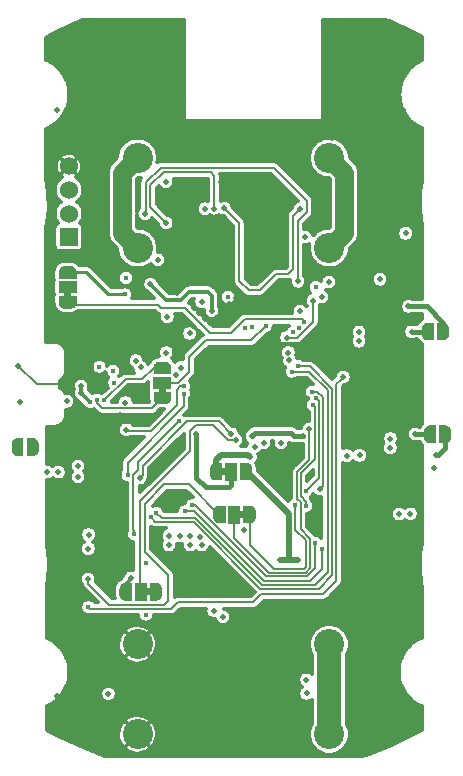
<source format=gbl>
G04 #@! TF.GenerationSoftware,KiCad,Pcbnew,(5.1.6)-1*
G04 #@! TF.CreationDate,2020-06-24T13:46:23+02:00*
G04 #@! TF.ProjectId,ST-Node-V0.1,53542d4e-6f64-4652-9d56-302e312e6b69,rev?*
G04 #@! TF.SameCoordinates,Original*
G04 #@! TF.FileFunction,Copper,L4,Bot*
G04 #@! TF.FilePolarity,Positive*
%FSLAX46Y46*%
G04 Gerber Fmt 4.6, Leading zero omitted, Abs format (unit mm)*
G04 Created by KiCad (PCBNEW (5.1.6)-1) date 2020-06-24 13:46:23*
%MOMM*%
%LPD*%
G01*
G04 APERTURE LIST*
G04 #@! TA.AperFunction,EtchedComponent*
%ADD10C,0.100000*%
G04 #@! TD*
G04 #@! TA.AperFunction,ComponentPad*
%ADD11C,2.550000*%
G04 #@! TD*
G04 #@! TA.AperFunction,SMDPad,CuDef*
%ADD12C,0.100000*%
G04 #@! TD*
G04 #@! TA.AperFunction,SMDPad,CuDef*
%ADD13R,1.000000X1.500000*%
G04 #@! TD*
G04 #@! TA.AperFunction,SMDPad,CuDef*
%ADD14R,1.500000X1.000000*%
G04 #@! TD*
G04 #@! TA.AperFunction,ComponentPad*
%ADD15R,1.524000X1.524000*%
G04 #@! TD*
G04 #@! TA.AperFunction,ComponentPad*
%ADD16C,1.524000*%
G04 #@! TD*
G04 #@! TA.AperFunction,ViaPad*
%ADD17C,0.500000*%
G04 #@! TD*
G04 #@! TA.AperFunction,ViaPad*
%ADD18C,0.450000*%
G04 #@! TD*
G04 #@! TA.AperFunction,Conductor*
%ADD19C,0.304800*%
G04 #@! TD*
G04 #@! TA.AperFunction,Conductor*
%ADD20C,0.139700*%
G04 #@! TD*
G04 #@! TA.AperFunction,Conductor*
%ADD21C,0.203200*%
G04 #@! TD*
G04 #@! TA.AperFunction,Conductor*
%ADD22C,0.508000*%
G04 #@! TD*
G04 #@! TA.AperFunction,Conductor*
%ADD23C,0.381000*%
G04 #@! TD*
G04 #@! TA.AperFunction,Conductor*
%ADD24C,0.355600*%
G04 #@! TD*
G04 #@! TA.AperFunction,Conductor*
%ADD25C,1.600000*%
G04 #@! TD*
G04 #@! TA.AperFunction,Conductor*
%ADD26C,2.032000*%
G04 #@! TD*
G04 #@! TA.AperFunction,Conductor*
%ADD27C,0.457200*%
G04 #@! TD*
G04 #@! TA.AperFunction,Conductor*
%ADD28C,0.254000*%
G04 #@! TD*
G04 #@! TA.AperFunction,Conductor*
%ADD29C,0.152400*%
G04 #@! TD*
G04 #@! TA.AperFunction,Conductor*
%ADD30C,0.177800*%
G04 #@! TD*
G04 #@! TA.AperFunction,Conductor*
%ADD31C,0.300000*%
G04 #@! TD*
G04 APERTURE END LIST*
D10*
G36*
X132687900Y-116400300D02*
G01*
X132187900Y-116400300D01*
X132187900Y-117000300D01*
X132687900Y-117000300D01*
X132687900Y-116400300D01*
G37*
G36*
X138550000Y-106830000D02*
G01*
X139050000Y-106830000D01*
X139050000Y-106230000D01*
X138550000Y-106230000D01*
X138550000Y-106830000D01*
G37*
G36*
X140625400Y-109859800D02*
G01*
X140125400Y-109859800D01*
X140125400Y-110459800D01*
X140625400Y-110459800D01*
X140625400Y-109859800D01*
G37*
G36*
X133929400Y-99913800D02*
G01*
X133929400Y-99413800D01*
X133329400Y-99413800D01*
X133329400Y-99913800D01*
X133929400Y-99913800D01*
G37*
G36*
X125903000Y-91832000D02*
G01*
X125903000Y-91332000D01*
X125303000Y-91332000D01*
X125303000Y-91832000D01*
X125903000Y-91832000D01*
G37*
D11*
X147759040Y-121153300D03*
X147759040Y-128773300D03*
X131519040Y-121153300D03*
X131519040Y-128773300D03*
X147759040Y-87589740D03*
X147759040Y-79969740D03*
X131519040Y-87589740D03*
X131519040Y-79969740D03*
G04 #@! TA.AperFunction,SMDPad,CuDef*
D12*
G36*
X130487900Y-117449698D02*
G01*
X130463366Y-117449698D01*
X130414535Y-117444888D01*
X130366410Y-117435316D01*
X130319455Y-117421072D01*
X130274122Y-117402295D01*
X130230849Y-117379164D01*
X130190050Y-117351904D01*
X130152121Y-117320776D01*
X130117424Y-117286079D01*
X130086296Y-117248150D01*
X130059036Y-117207351D01*
X130035905Y-117164078D01*
X130017128Y-117118745D01*
X130002884Y-117071790D01*
X129993312Y-117023665D01*
X129988502Y-116974834D01*
X129988502Y-116950300D01*
X129987900Y-116950300D01*
X129987900Y-116450300D01*
X129988502Y-116450300D01*
X129988502Y-116425766D01*
X129993312Y-116376935D01*
X130002884Y-116328810D01*
X130017128Y-116281855D01*
X130035905Y-116236522D01*
X130059036Y-116193249D01*
X130086296Y-116152450D01*
X130117424Y-116114521D01*
X130152121Y-116079824D01*
X130190050Y-116048696D01*
X130230849Y-116021436D01*
X130274122Y-115998305D01*
X130319455Y-115979528D01*
X130366410Y-115965284D01*
X130414535Y-115955712D01*
X130463366Y-115950902D01*
X130487900Y-115950902D01*
X130487900Y-115950300D01*
X131037900Y-115950300D01*
X131037900Y-117450300D01*
X130487900Y-117450300D01*
X130487900Y-117449698D01*
G37*
G04 #@! TD.AperFunction*
D13*
X131787900Y-116700300D03*
G04 #@! TA.AperFunction,SMDPad,CuDef*
D12*
G36*
X132537900Y-115950300D02*
G01*
X133087900Y-115950300D01*
X133087900Y-115950902D01*
X133112434Y-115950902D01*
X133161265Y-115955712D01*
X133209390Y-115965284D01*
X133256345Y-115979528D01*
X133301678Y-115998305D01*
X133344951Y-116021436D01*
X133385750Y-116048696D01*
X133423679Y-116079824D01*
X133458376Y-116114521D01*
X133489504Y-116152450D01*
X133516764Y-116193249D01*
X133539895Y-116236522D01*
X133558672Y-116281855D01*
X133572916Y-116328810D01*
X133582488Y-116376935D01*
X133587298Y-116425766D01*
X133587298Y-116450300D01*
X133587900Y-116450300D01*
X133587900Y-116950300D01*
X133587298Y-116950300D01*
X133587298Y-116974834D01*
X133582488Y-117023665D01*
X133572916Y-117071790D01*
X133558672Y-117118745D01*
X133539895Y-117164078D01*
X133516764Y-117207351D01*
X133489504Y-117248150D01*
X133458376Y-117286079D01*
X133423679Y-117320776D01*
X133385750Y-117351904D01*
X133344951Y-117379164D01*
X133301678Y-117402295D01*
X133256345Y-117421072D01*
X133209390Y-117435316D01*
X133161265Y-117444888D01*
X133112434Y-117449698D01*
X133087900Y-117449698D01*
X133087900Y-117450300D01*
X132537900Y-117450300D01*
X132537900Y-115950300D01*
G37*
G04 #@! TD.AperFunction*
G04 #@! TA.AperFunction,SMDPad,CuDef*
G36*
X140750000Y-105780602D02*
G01*
X140774534Y-105780602D01*
X140823365Y-105785412D01*
X140871490Y-105794984D01*
X140918445Y-105809228D01*
X140963778Y-105828005D01*
X141007051Y-105851136D01*
X141047850Y-105878396D01*
X141085779Y-105909524D01*
X141120476Y-105944221D01*
X141151604Y-105982150D01*
X141178864Y-106022949D01*
X141201995Y-106066222D01*
X141220772Y-106111555D01*
X141235016Y-106158510D01*
X141244588Y-106206635D01*
X141249398Y-106255466D01*
X141249398Y-106280000D01*
X141250000Y-106280000D01*
X141250000Y-106780000D01*
X141249398Y-106780000D01*
X141249398Y-106804534D01*
X141244588Y-106853365D01*
X141235016Y-106901490D01*
X141220772Y-106948445D01*
X141201995Y-106993778D01*
X141178864Y-107037051D01*
X141151604Y-107077850D01*
X141120476Y-107115779D01*
X141085779Y-107150476D01*
X141047850Y-107181604D01*
X141007051Y-107208864D01*
X140963778Y-107231995D01*
X140918445Y-107250772D01*
X140871490Y-107265016D01*
X140823365Y-107274588D01*
X140774534Y-107279398D01*
X140750000Y-107279398D01*
X140750000Y-107280000D01*
X140200000Y-107280000D01*
X140200000Y-105780000D01*
X140750000Y-105780000D01*
X140750000Y-105780602D01*
G37*
G04 #@! TD.AperFunction*
D13*
X139450000Y-106530000D03*
G04 #@! TA.AperFunction,SMDPad,CuDef*
D12*
G36*
X138700000Y-107280000D02*
G01*
X138150000Y-107280000D01*
X138150000Y-107279398D01*
X138125466Y-107279398D01*
X138076635Y-107274588D01*
X138028510Y-107265016D01*
X137981555Y-107250772D01*
X137936222Y-107231995D01*
X137892949Y-107208864D01*
X137852150Y-107181604D01*
X137814221Y-107150476D01*
X137779524Y-107115779D01*
X137748396Y-107077850D01*
X137721136Y-107037051D01*
X137698005Y-106993778D01*
X137679228Y-106948445D01*
X137664984Y-106901490D01*
X137655412Y-106853365D01*
X137650602Y-106804534D01*
X137650602Y-106780000D01*
X137650000Y-106780000D01*
X137650000Y-106280000D01*
X137650602Y-106280000D01*
X137650602Y-106255466D01*
X137655412Y-106206635D01*
X137664984Y-106158510D01*
X137679228Y-106111555D01*
X137698005Y-106066222D01*
X137721136Y-106022949D01*
X137748396Y-105982150D01*
X137779524Y-105944221D01*
X137814221Y-105909524D01*
X137852150Y-105878396D01*
X137892949Y-105851136D01*
X137936222Y-105828005D01*
X137981555Y-105809228D01*
X138028510Y-105794984D01*
X138076635Y-105785412D01*
X138125466Y-105780602D01*
X138150000Y-105780602D01*
X138150000Y-105780000D01*
X138700000Y-105780000D01*
X138700000Y-107280000D01*
G37*
G04 #@! TD.AperFunction*
G04 #@! TA.AperFunction,SMDPad,CuDef*
G36*
X140475400Y-109409800D02*
G01*
X141025400Y-109409800D01*
X141025400Y-109410402D01*
X141049934Y-109410402D01*
X141098765Y-109415212D01*
X141146890Y-109424784D01*
X141193845Y-109439028D01*
X141239178Y-109457805D01*
X141282451Y-109480936D01*
X141323250Y-109508196D01*
X141361179Y-109539324D01*
X141395876Y-109574021D01*
X141427004Y-109611950D01*
X141454264Y-109652749D01*
X141477395Y-109696022D01*
X141496172Y-109741355D01*
X141510416Y-109788310D01*
X141519988Y-109836435D01*
X141524798Y-109885266D01*
X141524798Y-109909800D01*
X141525400Y-109909800D01*
X141525400Y-110409800D01*
X141524798Y-110409800D01*
X141524798Y-110434334D01*
X141519988Y-110483165D01*
X141510416Y-110531290D01*
X141496172Y-110578245D01*
X141477395Y-110623578D01*
X141454264Y-110666851D01*
X141427004Y-110707650D01*
X141395876Y-110745579D01*
X141361179Y-110780276D01*
X141323250Y-110811404D01*
X141282451Y-110838664D01*
X141239178Y-110861795D01*
X141193845Y-110880572D01*
X141146890Y-110894816D01*
X141098765Y-110904388D01*
X141049934Y-110909198D01*
X141025400Y-110909198D01*
X141025400Y-110909800D01*
X140475400Y-110909800D01*
X140475400Y-109409800D01*
G37*
G04 #@! TD.AperFunction*
D13*
X139725400Y-110159800D03*
G04 #@! TA.AperFunction,SMDPad,CuDef*
D12*
G36*
X138425400Y-110909198D02*
G01*
X138400866Y-110909198D01*
X138352035Y-110904388D01*
X138303910Y-110894816D01*
X138256955Y-110880572D01*
X138211622Y-110861795D01*
X138168349Y-110838664D01*
X138127550Y-110811404D01*
X138089621Y-110780276D01*
X138054924Y-110745579D01*
X138023796Y-110707650D01*
X137996536Y-110666851D01*
X137973405Y-110623578D01*
X137954628Y-110578245D01*
X137940384Y-110531290D01*
X137930812Y-110483165D01*
X137926002Y-110434334D01*
X137926002Y-110409800D01*
X137925400Y-110409800D01*
X137925400Y-109909800D01*
X137926002Y-109909800D01*
X137926002Y-109885266D01*
X137930812Y-109836435D01*
X137940384Y-109788310D01*
X137954628Y-109741355D01*
X137973405Y-109696022D01*
X137996536Y-109652749D01*
X138023796Y-109611950D01*
X138054924Y-109574021D01*
X138089621Y-109539324D01*
X138127550Y-109508196D01*
X138168349Y-109480936D01*
X138211622Y-109457805D01*
X138256955Y-109439028D01*
X138303910Y-109424784D01*
X138352035Y-109415212D01*
X138400866Y-109410402D01*
X138425400Y-109410402D01*
X138425400Y-109409800D01*
X138975400Y-109409800D01*
X138975400Y-110909800D01*
X138425400Y-110909800D01*
X138425400Y-110909198D01*
G37*
G04 #@! TD.AperFunction*
G04 #@! TA.AperFunction,SMDPad,CuDef*
G36*
X134379400Y-99763800D02*
G01*
X134379400Y-100313800D01*
X134378798Y-100313800D01*
X134378798Y-100338334D01*
X134373988Y-100387165D01*
X134364416Y-100435290D01*
X134350172Y-100482245D01*
X134331395Y-100527578D01*
X134308264Y-100570851D01*
X134281004Y-100611650D01*
X134249876Y-100649579D01*
X134215179Y-100684276D01*
X134177250Y-100715404D01*
X134136451Y-100742664D01*
X134093178Y-100765795D01*
X134047845Y-100784572D01*
X134000890Y-100798816D01*
X133952765Y-100808388D01*
X133903934Y-100813198D01*
X133879400Y-100813198D01*
X133879400Y-100813800D01*
X133379400Y-100813800D01*
X133379400Y-100813198D01*
X133354866Y-100813198D01*
X133306035Y-100808388D01*
X133257910Y-100798816D01*
X133210955Y-100784572D01*
X133165622Y-100765795D01*
X133122349Y-100742664D01*
X133081550Y-100715404D01*
X133043621Y-100684276D01*
X133008924Y-100649579D01*
X132977796Y-100611650D01*
X132950536Y-100570851D01*
X132927405Y-100527578D01*
X132908628Y-100482245D01*
X132894384Y-100435290D01*
X132884812Y-100387165D01*
X132880002Y-100338334D01*
X132880002Y-100313800D01*
X132879400Y-100313800D01*
X132879400Y-99763800D01*
X134379400Y-99763800D01*
G37*
G04 #@! TD.AperFunction*
D14*
X133629400Y-99013800D03*
G04 #@! TA.AperFunction,SMDPad,CuDef*
D12*
G36*
X132880002Y-97713800D02*
G01*
X132880002Y-97689266D01*
X132884812Y-97640435D01*
X132894384Y-97592310D01*
X132908628Y-97545355D01*
X132927405Y-97500022D01*
X132950536Y-97456749D01*
X132977796Y-97415950D01*
X133008924Y-97378021D01*
X133043621Y-97343324D01*
X133081550Y-97312196D01*
X133122349Y-97284936D01*
X133165622Y-97261805D01*
X133210955Y-97243028D01*
X133257910Y-97228784D01*
X133306035Y-97219212D01*
X133354866Y-97214402D01*
X133379400Y-97214402D01*
X133379400Y-97213800D01*
X133879400Y-97213800D01*
X133879400Y-97214402D01*
X133903934Y-97214402D01*
X133952765Y-97219212D01*
X134000890Y-97228784D01*
X134047845Y-97243028D01*
X134093178Y-97261805D01*
X134136451Y-97284936D01*
X134177250Y-97312196D01*
X134215179Y-97343324D01*
X134249876Y-97378021D01*
X134281004Y-97415950D01*
X134308264Y-97456749D01*
X134331395Y-97500022D01*
X134350172Y-97545355D01*
X134364416Y-97592310D01*
X134373988Y-97640435D01*
X134378798Y-97689266D01*
X134378798Y-97713800D01*
X134379400Y-97713800D01*
X134379400Y-98263800D01*
X132879400Y-98263800D01*
X132879400Y-97713800D01*
X132880002Y-97713800D01*
G37*
G04 #@! TD.AperFunction*
G04 #@! TA.AperFunction,SMDPad,CuDef*
G36*
X124853602Y-89632000D02*
G01*
X124853602Y-89607466D01*
X124858412Y-89558635D01*
X124867984Y-89510510D01*
X124882228Y-89463555D01*
X124901005Y-89418222D01*
X124924136Y-89374949D01*
X124951396Y-89334150D01*
X124982524Y-89296221D01*
X125017221Y-89261524D01*
X125055150Y-89230396D01*
X125095949Y-89203136D01*
X125139222Y-89180005D01*
X125184555Y-89161228D01*
X125231510Y-89146984D01*
X125279635Y-89137412D01*
X125328466Y-89132602D01*
X125353000Y-89132602D01*
X125353000Y-89132000D01*
X125853000Y-89132000D01*
X125853000Y-89132602D01*
X125877534Y-89132602D01*
X125926365Y-89137412D01*
X125974490Y-89146984D01*
X126021445Y-89161228D01*
X126066778Y-89180005D01*
X126110051Y-89203136D01*
X126150850Y-89230396D01*
X126188779Y-89261524D01*
X126223476Y-89296221D01*
X126254604Y-89334150D01*
X126281864Y-89374949D01*
X126304995Y-89418222D01*
X126323772Y-89463555D01*
X126338016Y-89510510D01*
X126347588Y-89558635D01*
X126352398Y-89607466D01*
X126352398Y-89632000D01*
X126353000Y-89632000D01*
X126353000Y-90182000D01*
X124853000Y-90182000D01*
X124853000Y-89632000D01*
X124853602Y-89632000D01*
G37*
G04 #@! TD.AperFunction*
D14*
X125603000Y-90932000D03*
G04 #@! TA.AperFunction,SMDPad,CuDef*
D12*
G36*
X126353000Y-91682000D02*
G01*
X126353000Y-92232000D01*
X126352398Y-92232000D01*
X126352398Y-92256534D01*
X126347588Y-92305365D01*
X126338016Y-92353490D01*
X126323772Y-92400445D01*
X126304995Y-92445778D01*
X126281864Y-92489051D01*
X126254604Y-92529850D01*
X126223476Y-92567779D01*
X126188779Y-92602476D01*
X126150850Y-92633604D01*
X126110051Y-92660864D01*
X126066778Y-92683995D01*
X126021445Y-92702772D01*
X125974490Y-92717016D01*
X125926365Y-92726588D01*
X125877534Y-92731398D01*
X125853000Y-92731398D01*
X125853000Y-92732000D01*
X125353000Y-92732000D01*
X125353000Y-92731398D01*
X125328466Y-92731398D01*
X125279635Y-92726588D01*
X125231510Y-92717016D01*
X125184555Y-92702772D01*
X125139222Y-92683995D01*
X125095949Y-92660864D01*
X125055150Y-92633604D01*
X125017221Y-92602476D01*
X124982524Y-92567779D01*
X124951396Y-92529850D01*
X124924136Y-92489051D01*
X124901005Y-92445778D01*
X124882228Y-92400445D01*
X124867984Y-92353490D01*
X124858412Y-92305365D01*
X124853602Y-92256534D01*
X124853602Y-92232000D01*
X124853000Y-92232000D01*
X124853000Y-91682000D01*
X126353000Y-91682000D01*
G37*
G04 #@! TD.AperFunction*
G04 #@! TA.AperFunction,SMDPad,CuDef*
G36*
X122158900Y-103694800D02*
G01*
X122658900Y-103694800D01*
X122658900Y-103695402D01*
X122683434Y-103695402D01*
X122732265Y-103700212D01*
X122780390Y-103709784D01*
X122827345Y-103724028D01*
X122872678Y-103742805D01*
X122915951Y-103765936D01*
X122956750Y-103793196D01*
X122994679Y-103824324D01*
X123029376Y-103859021D01*
X123060504Y-103896950D01*
X123087764Y-103937749D01*
X123110895Y-103981022D01*
X123129672Y-104026355D01*
X123143916Y-104073310D01*
X123153488Y-104121435D01*
X123158298Y-104170266D01*
X123158298Y-104194800D01*
X123158900Y-104194800D01*
X123158900Y-104694800D01*
X123158298Y-104694800D01*
X123158298Y-104719334D01*
X123153488Y-104768165D01*
X123143916Y-104816290D01*
X123129672Y-104863245D01*
X123110895Y-104908578D01*
X123087764Y-104951851D01*
X123060504Y-104992650D01*
X123029376Y-105030579D01*
X122994679Y-105065276D01*
X122956750Y-105096404D01*
X122915951Y-105123664D01*
X122872678Y-105146795D01*
X122827345Y-105165572D01*
X122780390Y-105179816D01*
X122732265Y-105189388D01*
X122683434Y-105194198D01*
X122658900Y-105194198D01*
X122658900Y-105194800D01*
X122158900Y-105194800D01*
X122158900Y-103694800D01*
G37*
G04 #@! TD.AperFunction*
G04 #@! TA.AperFunction,SMDPad,CuDef*
G36*
X121358900Y-105194198D02*
G01*
X121334366Y-105194198D01*
X121285535Y-105189388D01*
X121237410Y-105179816D01*
X121190455Y-105165572D01*
X121145122Y-105146795D01*
X121101849Y-105123664D01*
X121061050Y-105096404D01*
X121023121Y-105065276D01*
X120988424Y-105030579D01*
X120957296Y-104992650D01*
X120930036Y-104951851D01*
X120906905Y-104908578D01*
X120888128Y-104863245D01*
X120873884Y-104816290D01*
X120864312Y-104768165D01*
X120859502Y-104719334D01*
X120859502Y-104694800D01*
X120858900Y-104694800D01*
X120858900Y-104194800D01*
X120859502Y-104194800D01*
X120859502Y-104170266D01*
X120864312Y-104121435D01*
X120873884Y-104073310D01*
X120888128Y-104026355D01*
X120906905Y-103981022D01*
X120930036Y-103937749D01*
X120957296Y-103896950D01*
X120988424Y-103859021D01*
X121023121Y-103824324D01*
X121061050Y-103793196D01*
X121101849Y-103765936D01*
X121145122Y-103742805D01*
X121190455Y-103724028D01*
X121237410Y-103709784D01*
X121285535Y-103700212D01*
X121334366Y-103695402D01*
X121358900Y-103695402D01*
X121358900Y-103694800D01*
X121858900Y-103694800D01*
X121858900Y-105194800D01*
X121358900Y-105194800D01*
X121358900Y-105194198D01*
G37*
G04 #@! TD.AperFunction*
G04 #@! TA.AperFunction,SMDPad,CuDef*
G36*
X156578400Y-95415800D02*
G01*
X156078400Y-95415800D01*
X156078400Y-95415198D01*
X156053866Y-95415198D01*
X156005035Y-95410388D01*
X155956910Y-95400816D01*
X155909955Y-95386572D01*
X155864622Y-95367795D01*
X155821349Y-95344664D01*
X155780550Y-95317404D01*
X155742621Y-95286276D01*
X155707924Y-95251579D01*
X155676796Y-95213650D01*
X155649536Y-95172851D01*
X155626405Y-95129578D01*
X155607628Y-95084245D01*
X155593384Y-95037290D01*
X155583812Y-94989165D01*
X155579002Y-94940334D01*
X155579002Y-94915800D01*
X155578400Y-94915800D01*
X155578400Y-94415800D01*
X155579002Y-94415800D01*
X155579002Y-94391266D01*
X155583812Y-94342435D01*
X155593384Y-94294310D01*
X155607628Y-94247355D01*
X155626405Y-94202022D01*
X155649536Y-94158749D01*
X155676796Y-94117950D01*
X155707924Y-94080021D01*
X155742621Y-94045324D01*
X155780550Y-94014196D01*
X155821349Y-93986936D01*
X155864622Y-93963805D01*
X155909955Y-93945028D01*
X155956910Y-93930784D01*
X156005035Y-93921212D01*
X156053866Y-93916402D01*
X156078400Y-93916402D01*
X156078400Y-93915800D01*
X156578400Y-93915800D01*
X156578400Y-95415800D01*
G37*
G04 #@! TD.AperFunction*
G04 #@! TA.AperFunction,SMDPad,CuDef*
G36*
X157378400Y-93916402D02*
G01*
X157402934Y-93916402D01*
X157451765Y-93921212D01*
X157499890Y-93930784D01*
X157546845Y-93945028D01*
X157592178Y-93963805D01*
X157635451Y-93986936D01*
X157676250Y-94014196D01*
X157714179Y-94045324D01*
X157748876Y-94080021D01*
X157780004Y-94117950D01*
X157807264Y-94158749D01*
X157830395Y-94202022D01*
X157849172Y-94247355D01*
X157863416Y-94294310D01*
X157872988Y-94342435D01*
X157877798Y-94391266D01*
X157877798Y-94415800D01*
X157878400Y-94415800D01*
X157878400Y-94915800D01*
X157877798Y-94915800D01*
X157877798Y-94940334D01*
X157872988Y-94989165D01*
X157863416Y-95037290D01*
X157849172Y-95084245D01*
X157830395Y-95129578D01*
X157807264Y-95172851D01*
X157780004Y-95213650D01*
X157748876Y-95251579D01*
X157714179Y-95286276D01*
X157676250Y-95317404D01*
X157635451Y-95344664D01*
X157592178Y-95367795D01*
X157546845Y-95386572D01*
X157499890Y-95400816D01*
X157451765Y-95410388D01*
X157402934Y-95415198D01*
X157378400Y-95415198D01*
X157378400Y-95415800D01*
X156878400Y-95415800D01*
X156878400Y-93915800D01*
X157378400Y-93915800D01*
X157378400Y-93916402D01*
G37*
G04 #@! TD.AperFunction*
G04 #@! TA.AperFunction,SMDPad,CuDef*
G36*
X156283900Y-104114698D02*
G01*
X156259366Y-104114698D01*
X156210535Y-104109888D01*
X156162410Y-104100316D01*
X156115455Y-104086072D01*
X156070122Y-104067295D01*
X156026849Y-104044164D01*
X155986050Y-104016904D01*
X155948121Y-103985776D01*
X155913424Y-103951079D01*
X155882296Y-103913150D01*
X155855036Y-103872351D01*
X155831905Y-103829078D01*
X155813128Y-103783745D01*
X155798884Y-103736790D01*
X155789312Y-103688665D01*
X155784502Y-103639834D01*
X155784502Y-103615300D01*
X155783900Y-103615300D01*
X155783900Y-103115300D01*
X155784502Y-103115300D01*
X155784502Y-103090766D01*
X155789312Y-103041935D01*
X155798884Y-102993810D01*
X155813128Y-102946855D01*
X155831905Y-102901522D01*
X155855036Y-102858249D01*
X155882296Y-102817450D01*
X155913424Y-102779521D01*
X155948121Y-102744824D01*
X155986050Y-102713696D01*
X156026849Y-102686436D01*
X156070122Y-102663305D01*
X156115455Y-102644528D01*
X156162410Y-102630284D01*
X156210535Y-102620712D01*
X156259366Y-102615902D01*
X156283900Y-102615902D01*
X156283900Y-102615300D01*
X156783900Y-102615300D01*
X156783900Y-104115300D01*
X156283900Y-104115300D01*
X156283900Y-104114698D01*
G37*
G04 #@! TD.AperFunction*
G04 #@! TA.AperFunction,SMDPad,CuDef*
G36*
X157083900Y-102615300D02*
G01*
X157583900Y-102615300D01*
X157583900Y-102615902D01*
X157608434Y-102615902D01*
X157657265Y-102620712D01*
X157705390Y-102630284D01*
X157752345Y-102644528D01*
X157797678Y-102663305D01*
X157840951Y-102686436D01*
X157881750Y-102713696D01*
X157919679Y-102744824D01*
X157954376Y-102779521D01*
X157985504Y-102817450D01*
X158012764Y-102858249D01*
X158035895Y-102901522D01*
X158054672Y-102946855D01*
X158068916Y-102993810D01*
X158078488Y-103041935D01*
X158083298Y-103090766D01*
X158083298Y-103115300D01*
X158083900Y-103115300D01*
X158083900Y-103615300D01*
X158083298Y-103615300D01*
X158083298Y-103639834D01*
X158078488Y-103688665D01*
X158068916Y-103736790D01*
X158054672Y-103783745D01*
X158035895Y-103829078D01*
X158012764Y-103872351D01*
X157985504Y-103913150D01*
X157954376Y-103951079D01*
X157919679Y-103985776D01*
X157881750Y-104016904D01*
X157840951Y-104044164D01*
X157797678Y-104067295D01*
X157752345Y-104086072D01*
X157705390Y-104100316D01*
X157657265Y-104109888D01*
X157608434Y-104114698D01*
X157583900Y-104114698D01*
X157583900Y-104115300D01*
X157083900Y-104115300D01*
X157083900Y-102615300D01*
G37*
G04 #@! TD.AperFunction*
D15*
X125703000Y-86677000D03*
D16*
X125703000Y-84677000D03*
X125703000Y-82677000D03*
X125703000Y-80677000D03*
D17*
X139698380Y-115347340D03*
X139700920Y-118982080D03*
X145573400Y-119757800D03*
X143573400Y-119757800D03*
X141573400Y-119757800D03*
X138073400Y-119757800D03*
X136073400Y-119757800D03*
X134073400Y-119757800D03*
X134073400Y-121257800D03*
X136073400Y-121257800D03*
X138073400Y-121257800D03*
X139573400Y-121257800D03*
X141573400Y-121257800D03*
X143573400Y-121257800D03*
X145573400Y-121257800D03*
X145573400Y-122757800D03*
X143573400Y-122757800D03*
X141573400Y-122757800D03*
X139573400Y-122757800D03*
X138073400Y-122757800D03*
X136073400Y-122757800D03*
X134073400Y-122757800D03*
X130073400Y-122757800D03*
X145807080Y-95568360D03*
X127733480Y-93567960D03*
X150266400Y-106959400D03*
X150317200Y-107873800D03*
X149250400Y-101498400D03*
X152755600Y-88887300D03*
X143764000Y-87909400D03*
X143925000Y-88519000D03*
X143975000Y-89200000D03*
X143975000Y-90425000D03*
X143954500Y-91376500D03*
X141414500Y-88519000D03*
X141414500Y-89471500D03*
X141414500Y-90424000D03*
X141249400Y-91948000D03*
X141287500Y-87630000D03*
X142646400Y-86563200D03*
X143764000Y-86563200D03*
X143764000Y-87223600D03*
X142646400Y-87223600D03*
X142646400Y-87884000D03*
X143764000Y-85852000D03*
X143764000Y-85140800D03*
X143764000Y-84429600D03*
X143764000Y-83616800D03*
X143560800Y-82804000D03*
X143078200Y-82225000D03*
X142525000Y-81725000D03*
X141775000Y-81450000D03*
X141020800Y-81457800D03*
X140284200Y-81457800D03*
X139573000Y-81470500D03*
X139014200Y-81686400D03*
X142646400Y-85902800D03*
X142646400Y-85191600D03*
X142646400Y-84429600D03*
X142646400Y-83667600D03*
X142341600Y-83108800D03*
X141884400Y-82675000D03*
X141224000Y-82600800D03*
X134823200Y-91414600D03*
X134823200Y-90449400D03*
X134800000Y-89500000D03*
X135153400Y-82270600D03*
X138582400Y-82042000D03*
X137160000Y-85090000D03*
X137185400Y-87706200D03*
X137185400Y-88595200D03*
X137185400Y-89255600D03*
X137642600Y-89763600D03*
X138379200Y-89763600D03*
X138887200Y-88569800D03*
X138850000Y-87630000D03*
X138875000Y-86664800D03*
X138825000Y-85775800D03*
X138874500Y-84983320D03*
X141249400Y-83362800D03*
X141249400Y-83997800D03*
X141249400Y-84734400D03*
X141249400Y-85521800D03*
X141249400Y-86969600D03*
X136169400Y-91998800D03*
X136271000Y-92633800D03*
X136753600Y-93116400D03*
X137236200Y-93599000D03*
X139801600Y-91236800D03*
X139827000Y-91821000D03*
X137693400Y-93980000D03*
D18*
X138912600Y-89230200D03*
D17*
X155371800Y-90627200D03*
X131851400Y-99339400D03*
X128219200Y-109067600D03*
X131318000Y-93014800D03*
D18*
X136271000Y-94284800D03*
X135788400Y-93802200D03*
X135229600Y-93167200D03*
D17*
X146888200Y-94284802D03*
X155244800Y-107416600D03*
D18*
X143537940Y-92095320D03*
X143095980Y-92532200D03*
X142687040Y-92943680D03*
D17*
X121409460Y-97548700D03*
X128097280Y-98945700D03*
X126725680Y-98313240D03*
X125671580Y-103169720D03*
X130016030Y-101714300D03*
X137081260Y-83538060D03*
X127287020Y-117015260D03*
X127287020Y-114419380D03*
X135757448Y-108499467D03*
X134950000Y-108583899D03*
D18*
X133541969Y-105311387D03*
D17*
X129999740Y-106138980D03*
X143743680Y-107518200D03*
X152781000Y-98653600D03*
X146285886Y-106639834D03*
X129540000Y-96469200D03*
X144462500Y-107505498D03*
D18*
X151015700Y-90233500D03*
D17*
X150291800Y-92773500D03*
X134579360Y-71348600D03*
X148244560Y-68816220D03*
X144332960Y-78359000D03*
X129176780Y-89595960D03*
X124714000Y-109347000D03*
X138700000Y-79650000D03*
X139325000Y-78975000D03*
X139875000Y-78350000D03*
X140450000Y-77800000D03*
X141300000Y-77275000D03*
X142200000Y-77175000D03*
X142976600Y-77100000D03*
X144025000Y-77100000D03*
X144881600Y-77175000D03*
X145750000Y-77175000D03*
X146583400Y-77175000D03*
X147425000Y-77175000D03*
X147825000Y-76650000D03*
X148005800Y-76022200D03*
X149783800Y-77724000D03*
X149125000Y-77900000D03*
X148513800Y-78028800D03*
X147015200Y-78333600D03*
X146329400Y-78350000D03*
X145700000Y-78350000D03*
X144975000Y-78359000D03*
X147950000Y-78300000D03*
X142650000Y-78325000D03*
X142025000Y-78325000D03*
X141575000Y-78775000D03*
X141046200Y-79197200D03*
X140589000Y-79730600D03*
X131597400Y-83693000D03*
X124678399Y-70033599D03*
X124678399Y-75905199D03*
X124678399Y-93519999D03*
X124678399Y-119615999D03*
X124678399Y-125487599D03*
X127940399Y-72643199D03*
X128592799Y-127444799D03*
X129897599Y-68728799D03*
X131202399Y-75252799D03*
X133159599Y-71338399D03*
X133811999Y-126139999D03*
X135769199Y-130054399D03*
X139031199Y-127444799D03*
X141640799Y-124182799D03*
X144250399Y-130054399D03*
X146859999Y-111134799D03*
X149469599Y-114396799D03*
X150121999Y-130054399D03*
X150774399Y-73295599D03*
X150774399Y-79167199D03*
X150774399Y-85038799D03*
X152079199Y-123530399D03*
X153383999Y-69381199D03*
X154036399Y-75905199D03*
X154036399Y-87648399D03*
X154036399Y-96129599D03*
X154036399Y-102001199D03*
X154036399Y-112439599D03*
X154036399Y-127444799D03*
X154688799Y-117658799D03*
X138040000Y-80040000D03*
X137950000Y-79325000D03*
X136300000Y-78900000D03*
X136600000Y-78400000D03*
X137950000Y-78350000D03*
X138010000Y-77750000D03*
X138180000Y-77030000D03*
X138910000Y-77030000D03*
X139600000Y-77000000D03*
X140400000Y-77000000D03*
X147400000Y-76000000D03*
X147400000Y-75000000D03*
X147400000Y-74000000D03*
X147400000Y-73000000D03*
X147400000Y-71800000D03*
X147400000Y-70800000D03*
X147400000Y-69800000D03*
X135200000Y-77000000D03*
X135200000Y-75400000D03*
X135200000Y-73400000D03*
X135200000Y-70000000D03*
X135200000Y-69200000D03*
X134600000Y-68600000D03*
X136450000Y-77800000D03*
X134775000Y-88550000D03*
X134750000Y-87650000D03*
X134750000Y-86700000D03*
X134750000Y-85750000D03*
X134725000Y-84850000D03*
X134725000Y-83925000D03*
X134725000Y-82900000D03*
X135850000Y-82225000D03*
X136475000Y-82250000D03*
X137075000Y-82400000D03*
X137431780Y-81875000D03*
X137250000Y-85925000D03*
X137225000Y-86741000D03*
X141250000Y-86275000D03*
X138175000Y-93525000D03*
X138734800Y-92975000D03*
X139300000Y-92375000D03*
X137795000Y-97155000D03*
X139065000Y-97155000D03*
X140335000Y-97155000D03*
X141605000Y-97155000D03*
X137795000Y-98425000D03*
X139065000Y-98425000D03*
X140335000Y-98425000D03*
X141605000Y-98425000D03*
X137795000Y-99695000D03*
X139065000Y-99695000D03*
X140335000Y-99695000D03*
X141605000Y-99695000D03*
X141605000Y-100965000D03*
X140335000Y-100965000D03*
X139065000Y-100965000D03*
X137795000Y-100965000D03*
X126441200Y-97485200D03*
X144350000Y-114030000D03*
X145130000Y-114000000D03*
X143590000Y-114040000D03*
X134173400Y-111957800D03*
X134173400Y-112757800D03*
X135973400Y-112757800D03*
X135973400Y-111957800D03*
X136973400Y-112757800D03*
X135073400Y-111957800D03*
X127373400Y-111857800D03*
X141082680Y-105296560D03*
X144283080Y-96457358D03*
X141433200Y-104422800D03*
X127355600Y-113055400D03*
X150317200Y-105156000D03*
X140512800Y-111480600D03*
X132613400Y-90652600D03*
X137820400Y-92913200D03*
X145821400Y-124155200D03*
X145846800Y-125298200D03*
X126492000Y-106984800D03*
X150266400Y-94691200D03*
X150266400Y-95504000D03*
X154736800Y-94691200D03*
X156768800Y-105079800D03*
X122646440Y-104472740D03*
X136839372Y-112036364D03*
X149243870Y-105181400D03*
X131378960Y-97142300D03*
X131772660Y-97701100D03*
X126486920Y-106047540D03*
X144381449Y-97112819D03*
X152057100Y-90246200D03*
X154457400Y-92532200D03*
X147140030Y-91743346D03*
X155016200Y-103352600D03*
X148937980Y-98521520D03*
D18*
X140658980Y-94402911D03*
X127365760Y-118016020D03*
D17*
X144745360Y-103523640D03*
X145527678Y-103518560D03*
D18*
X130556000Y-90126388D03*
D17*
X134763150Y-98386698D03*
X141210984Y-103542183D03*
D18*
X130454400Y-91516200D03*
D17*
X143664940Y-104099360D03*
X135191500Y-97713800D03*
X142240000Y-104076498D03*
X133946900Y-96443800D03*
D18*
X139166600Y-91744800D03*
X145170306Y-94360853D03*
D17*
X145712400Y-86677500D03*
X133243320Y-88595200D03*
D18*
X144703800Y-94742000D03*
D17*
X132179060Y-84696300D03*
X145120360Y-90413840D03*
X137972800Y-118287800D03*
D18*
X132207000Y-114249200D03*
X135462087Y-99318878D03*
D17*
X130578860Y-102989380D03*
X156641800Y-106235500D03*
D18*
X144884140Y-109334300D03*
D17*
X136495610Y-103374010D03*
X136956800Y-92151200D03*
X134035800Y-93421200D03*
X135934639Y-94834479D03*
X138861800Y-84228940D03*
X145271270Y-84282551D03*
X137998200Y-84251800D03*
X133949440Y-85476080D03*
X137231120Y-84259420D03*
X133936740Y-82001360D03*
X138760200Y-118846600D03*
D18*
X145808746Y-109417070D03*
X132244145Y-118647295D03*
X146354800Y-100871020D03*
D17*
X146945508Y-108000800D03*
D18*
X146286540Y-99773089D03*
D17*
X123863100Y-106578400D03*
D18*
X128297940Y-97650300D03*
D17*
X130495040Y-100683060D03*
D18*
X129458720Y-98013520D03*
D17*
X124805982Y-106576402D03*
X125531880Y-100573840D03*
D18*
X141247274Y-94272983D03*
D17*
X153677620Y-110131860D03*
X152933400Y-103738680D03*
D18*
X136164320Y-109392720D03*
X146587441Y-112571818D03*
D17*
X154627580Y-110098840D03*
X152915998Y-104505382D03*
D18*
X135531860Y-109890560D03*
X147158490Y-113050828D03*
X145784696Y-108160039D03*
X146592013Y-100292306D03*
D17*
X147713700Y-90474800D03*
X145273673Y-92917190D03*
D18*
X128694485Y-100497185D03*
X135001000Y-102260400D03*
X131215433Y-111843195D03*
D17*
X139463839Y-103326410D03*
X131699050Y-107085438D03*
X127332740Y-115610640D03*
X130987800Y-115519200D03*
D18*
X133119099Y-110001791D03*
X144575013Y-98057739D03*
X132652789Y-110388532D03*
X145084800Y-97591429D03*
D17*
X139821203Y-103872241D03*
X129057400Y-125349000D03*
X133096000Y-116687600D03*
X146024600Y-102920800D03*
D18*
X128095044Y-100437429D03*
X142356840Y-94197967D03*
D17*
X154228800Y-86360000D03*
D18*
X146596100Y-90881200D03*
D17*
X125603000Y-90932000D03*
D18*
X145630192Y-93849410D03*
X135462087Y-99921291D03*
X130673783Y-106801595D03*
D17*
X146397611Y-92057589D03*
X144141380Y-95191499D03*
X121574560Y-100604320D03*
X126740920Y-99273360D03*
X121343420Y-104383840D03*
D18*
X129547620Y-99001580D03*
D17*
X126735840Y-99857560D03*
D18*
X127533297Y-100655023D03*
D19*
X143013700Y-95746300D02*
X145629140Y-95746300D01*
X142175000Y-96585000D02*
X143013700Y-95746300D01*
X145629140Y-95746300D02*
X145807080Y-95568360D01*
D20*
X139065000Y-99695000D02*
X140335000Y-99695000D01*
X141605000Y-100965000D02*
X140335000Y-100965000D01*
X139065000Y-100965000D02*
X137795000Y-100965000D01*
D21*
X121409460Y-97548700D02*
X122976640Y-99115880D01*
X124810520Y-99115880D02*
X126441200Y-97485200D01*
X122976640Y-99115880D02*
X124810520Y-99115880D01*
D22*
X144350000Y-114030000D02*
X145100000Y-114030000D01*
X145100000Y-114030000D02*
X145130000Y-114000000D01*
X144350000Y-114030000D02*
X143600000Y-114030000D01*
X143600000Y-114030000D02*
X143590000Y-114040000D01*
X140750000Y-106530000D02*
X144350000Y-110130000D01*
X144350000Y-110130000D02*
X144350000Y-114030000D01*
D23*
X156078400Y-94665800D02*
X154762200Y-94665800D01*
X154762200Y-94665800D02*
X154736800Y-94691200D01*
X157583900Y-104290100D02*
X157583900Y-103365300D01*
X157583900Y-104493300D02*
X157583900Y-104290100D01*
X156768800Y-105079800D02*
X156997400Y-105079800D01*
X156997400Y-105079800D02*
X157583900Y-104493300D01*
D22*
X122658900Y-104460280D02*
X122646440Y-104472740D01*
X122658900Y-104444800D02*
X122658900Y-104460280D01*
D24*
X137490200Y-91313000D02*
X137820400Y-91643200D01*
X135208199Y-91994801D02*
X135890000Y-91313000D01*
X133955601Y-91994801D02*
X135208199Y-91994801D01*
X135890000Y-91313000D02*
X137490200Y-91313000D01*
X132613400Y-90652600D02*
X133955601Y-91994801D01*
X137820400Y-91643200D02*
X137820400Y-92913200D01*
D22*
X140891320Y-105105200D02*
X141082680Y-105296560D01*
X138607800Y-105105200D02*
X140891320Y-105105200D01*
X138150000Y-106530000D02*
X138150000Y-105563000D01*
X138150000Y-105563000D02*
X138607800Y-105105200D01*
D23*
X155992392Y-92532200D02*
X154457400Y-92532200D01*
X157378400Y-94665800D02*
X157378400Y-93918208D01*
X157378400Y-93918208D02*
X155992392Y-92532200D01*
X156283900Y-103365300D02*
X155028900Y-103365300D01*
X155028900Y-103365300D02*
X155016200Y-103352600D01*
D25*
X147759040Y-121153300D02*
X147759040Y-128843440D01*
D26*
X147759040Y-121153300D02*
X147759040Y-128773300D01*
D25*
X131519040Y-79969740D02*
X130244041Y-81244739D01*
X130244041Y-81244739D02*
X130244041Y-86328441D01*
X130244041Y-86328441D02*
X131519040Y-87603440D01*
X149034039Y-86318441D02*
X147759040Y-87593440D01*
X147759040Y-79969740D02*
X149034039Y-81244739D01*
X149034039Y-81244739D02*
X149034039Y-86318441D01*
D21*
X148348722Y-99110778D02*
X148712981Y-98746519D01*
X148348722Y-115760478D02*
X148348722Y-99110778D01*
X148712981Y-98746519D02*
X148937980Y-98521520D01*
X147198080Y-116911120D02*
X148348722Y-115760478D01*
X142006309Y-116911120D02*
X147198080Y-116911120D01*
X134391389Y-118150651D02*
X134942569Y-117599471D01*
X134942569Y-117599471D02*
X141317958Y-117599471D01*
X127500391Y-118150651D02*
X134391389Y-118150651D01*
X127365760Y-118016020D02*
X127500391Y-118150651D01*
X141317958Y-117599471D02*
X142006309Y-116911120D01*
D27*
X144745360Y-103523640D02*
X145522598Y-103523640D01*
X145522598Y-103523640D02*
X145527678Y-103518560D01*
X141479526Y-103273641D02*
X141210984Y-103542183D01*
X144495361Y-103273641D02*
X141479526Y-103273641D01*
X144745360Y-103523640D02*
X144495361Y-103273641D01*
D28*
X127160500Y-89632000D02*
X125603000Y-89632000D01*
X130454400Y-91516200D02*
X129044700Y-91516200D01*
X129044700Y-91516200D02*
X127160500Y-89632000D01*
D29*
X132203001Y-84672359D02*
X132179060Y-84696300D01*
X145120360Y-85308440D02*
X145862040Y-84566760D01*
X145120360Y-90413840D02*
X145120360Y-85308440D01*
X132203001Y-82045999D02*
X132203001Y-84672359D01*
X133466840Y-80782160D02*
X132203001Y-82045999D01*
X145862040Y-84566760D02*
X145862040Y-83606640D01*
X145862040Y-83606640D02*
X143037560Y-80782160D01*
X143037560Y-80782160D02*
X133466840Y-80782160D01*
X135143889Y-99318878D02*
X134840980Y-99621787D01*
X134840980Y-100896420D02*
X132671820Y-103065580D01*
X135462087Y-99318878D02*
X135143889Y-99318878D01*
X130655060Y-103065580D02*
X130578860Y-102989380D01*
X134840980Y-99621787D02*
X134840980Y-100896420D01*
X132671820Y-103065580D02*
X130655060Y-103065580D01*
D21*
X141025400Y-110159800D02*
X141025400Y-112734880D01*
X141025400Y-112734880D02*
X143032480Y-114741960D01*
X143032480Y-114741960D02*
X145635980Y-114741960D01*
X145635980Y-114741960D02*
X145803620Y-114574320D01*
X145803620Y-114574320D02*
X145803620Y-112359440D01*
X144884140Y-111439960D02*
X144884140Y-109334300D01*
X145803620Y-112359440D02*
X144884140Y-111439960D01*
D23*
X136495610Y-107069710D02*
X136495610Y-103374010D01*
X137285900Y-107860000D02*
X136495610Y-107069710D01*
X139251000Y-107860000D02*
X137285900Y-107860000D01*
X139450000Y-106530000D02*
X139450000Y-107661000D01*
X139450000Y-107661000D02*
X139251000Y-107860000D01*
D29*
X144673309Y-84880512D02*
X145271270Y-84282551D01*
X144673309Y-89387691D02*
X144673309Y-84880512D01*
X144272000Y-89789000D02*
X144673309Y-89387691D01*
X143256000Y-89789000D02*
X144272000Y-89789000D01*
X140147040Y-85514180D02*
X140147040Y-90416380D01*
X140916660Y-91186000D02*
X141859000Y-91186000D01*
X138861800Y-84228940D02*
X140147040Y-85514180D01*
X140147040Y-90416380D02*
X140916660Y-91186000D01*
X141859000Y-91186000D02*
X143256000Y-89789000D01*
D21*
X137998200Y-81462880D02*
X137698480Y-81163160D01*
X137698480Y-81163160D02*
X133720840Y-81163160D01*
X132598160Y-82285840D02*
X132598160Y-84124800D01*
X132598160Y-84124800D02*
X133949440Y-85476080D01*
X137998200Y-84251800D02*
X137998200Y-81462880D01*
X133720840Y-81163160D02*
X132598160Y-82285840D01*
D29*
X146569639Y-105449161D02*
X146569639Y-101085859D01*
X145331094Y-106687706D02*
X146569639Y-105449161D01*
X146569639Y-101085859D02*
X146354800Y-100871020D01*
X145331094Y-108621220D02*
X145331094Y-106687706D01*
X145808746Y-109417070D02*
X145808746Y-109098872D01*
X145808746Y-109098872D02*
X145331094Y-108621220D01*
X147195507Y-107750801D02*
X147195507Y-100224470D01*
X147195507Y-100224470D02*
X146744126Y-99773089D01*
X146744126Y-99773089D02*
X146286540Y-99773089D01*
X146945508Y-108000800D02*
X147195507Y-107750801D01*
D21*
X136345392Y-109392720D02*
X142355054Y-115402382D01*
X146587441Y-114724475D02*
X146587441Y-112571818D01*
X142355054Y-115402382D02*
X145909534Y-115402382D01*
X136164320Y-109392720D02*
X136345392Y-109392720D01*
X145909534Y-115402382D02*
X146587441Y-114724475D01*
X146141407Y-115757993D02*
X147158490Y-114740910D01*
X147158490Y-114740910D02*
X147158490Y-113050828D01*
X136340324Y-109890560D02*
X142207756Y-115757993D01*
X142207756Y-115757993D02*
X146141407Y-115757993D01*
X135531860Y-109890560D02*
X136340324Y-109890560D01*
D29*
X146882059Y-107062676D02*
X146882059Y-100582352D01*
X146882059Y-100582352D02*
X146592013Y-100292306D01*
X145784696Y-108160039D02*
X146882059Y-107062676D01*
X130505050Y-98686620D02*
X128694485Y-100497185D01*
X133629400Y-97713800D02*
X132881808Y-97713800D01*
X132881808Y-97713800D02*
X131908988Y-98686620D01*
X131908988Y-98686620D02*
X130505050Y-98686620D01*
D21*
X131541552Y-105719848D02*
X131541552Y-106419136D01*
X131215433Y-111524997D02*
X131215433Y-111843195D01*
X131152784Y-106807904D02*
X131152784Y-111462348D01*
X135001000Y-102260400D02*
X131541552Y-105719848D01*
X131152784Y-111462348D02*
X131215433Y-111524997D01*
X131541552Y-106419136D02*
X131152784Y-106807904D01*
X131949049Y-106835439D02*
X131699050Y-107085438D01*
X138397818Y-102260389D02*
X135707119Y-102260389D01*
X135707119Y-102260389D02*
X131949049Y-106018459D01*
X131949049Y-106018459D02*
X131949049Y-106835439D01*
X139463839Y-103326410D02*
X138397818Y-102260389D01*
X133791960Y-117795040D02*
X134119620Y-117467380D01*
X135882860Y-107617260D02*
X138425400Y-110159800D01*
X129123440Y-117795040D02*
X133791960Y-117795040D01*
X133802120Y-107617260D02*
X135882860Y-107617260D01*
X134119620Y-117467380D02*
X134119620Y-115323620D01*
X134119620Y-115323620D02*
X132143500Y-113347500D01*
X132143500Y-113347500D02*
X132143500Y-109275880D01*
X127332740Y-115610640D02*
X127332740Y-116004340D01*
X127332740Y-116004340D02*
X129123440Y-117795040D01*
X132143500Y-109275880D02*
X133802120Y-107617260D01*
D28*
X130487900Y-116700300D02*
X130487900Y-116019100D01*
X130487900Y-116019100D02*
X130987800Y-115519200D01*
D30*
X146063739Y-98057739D02*
X144575013Y-98057739D01*
X147624800Y-115011200D02*
X147624800Y-99618800D01*
X147624800Y-99618800D02*
X146063739Y-98057739D01*
X133560529Y-110443221D02*
X136408037Y-110443221D01*
X133119099Y-110001791D02*
X133560529Y-110443221D01*
X136408037Y-110443221D02*
X142065718Y-116100904D01*
X146535096Y-116100904D02*
X147624800Y-115011200D01*
X142065718Y-116100904D02*
X146535096Y-116100904D01*
X146105429Y-97591429D02*
X145084800Y-97591429D01*
X148005811Y-99491811D02*
X146105429Y-97591429D01*
X148005811Y-115315989D02*
X148005811Y-99491811D01*
X133037689Y-110773432D02*
X136271260Y-110773432D01*
X141928941Y-116431115D02*
X146890685Y-116431115D01*
X146890685Y-116431115D02*
X148005811Y-115315989D01*
X132652789Y-110388532D02*
X133037689Y-110773432D01*
X136271260Y-110773432D02*
X141928941Y-116431115D01*
D21*
X131727999Y-116640399D02*
X131787900Y-116700300D01*
X131727999Y-109038601D02*
X131727999Y-116640399D01*
X135966200Y-104800400D02*
X131727999Y-109038601D01*
X139152841Y-103872241D02*
X137896600Y-102616000D01*
X139821203Y-103872241D02*
X139152841Y-103872241D01*
X137896600Y-102616000D02*
X136448800Y-102616000D01*
X136448800Y-102616000D02*
X135966200Y-103098600D01*
X135966200Y-103098600D02*
X135966200Y-104800400D01*
D29*
X146133831Y-114711097D02*
X145772757Y-115072171D01*
X145337742Y-111426574D02*
X146133831Y-112222663D01*
X146024600Y-102920800D02*
X146024600Y-105563134D01*
X145026283Y-108805111D02*
X145337742Y-109116570D01*
X139725400Y-112146080D02*
X139725400Y-110159800D01*
X145772757Y-115072171D02*
X142651491Y-115072171D01*
X146133831Y-112222663D02*
X146133831Y-114711097D01*
X145337742Y-109116570D02*
X145337742Y-111426574D01*
X142651491Y-115072171D02*
X139725400Y-112146080D01*
X145026283Y-106561451D02*
X145026283Y-108805111D01*
X146024600Y-105563134D02*
X145026283Y-106561451D01*
X133629400Y-100313800D02*
X132762300Y-101180900D01*
X128520317Y-101180900D02*
X128095044Y-100755627D01*
X128095044Y-100755627D02*
X128095044Y-100437429D01*
X132762300Y-101180900D02*
X128520317Y-101180900D01*
D21*
X137302240Y-95412560D02*
X141142247Y-95412560D01*
X134958300Y-99013800D02*
X135917940Y-98054160D01*
X135917940Y-96796860D02*
X137302240Y-95412560D01*
X141142247Y-95412560D02*
X142356840Y-94197967D01*
X135917940Y-98054160D02*
X135917940Y-96796860D01*
X133629400Y-99013800D02*
X134958300Y-99013800D01*
X139468860Y-94780100D02*
X140624549Y-93624411D01*
X137642600Y-94780100D02*
X139468860Y-94780100D01*
X140624549Y-93624411D02*
X145405193Y-93624411D01*
X133220460Y-92410280D02*
X133474460Y-92664280D01*
X145405193Y-93624411D02*
X145630192Y-93849410D01*
X133474460Y-92664280D02*
X135526780Y-92664280D01*
X135526780Y-92664280D02*
X137642600Y-94780100D01*
X125781280Y-92410280D02*
X125603000Y-92232000D01*
X133220460Y-92410280D02*
X125781280Y-92410280D01*
D30*
X135462087Y-99921291D02*
X135462087Y-100972787D01*
X130673783Y-105761091D02*
X130673783Y-106801595D01*
X135462087Y-100972787D02*
X130673783Y-105761091D01*
D21*
X144170882Y-95221001D02*
X144141380Y-95191499D01*
X145019080Y-95221001D02*
X144170882Y-95221001D01*
X146397611Y-93842470D02*
X145019080Y-95221001D01*
X146397611Y-92057589D02*
X146397611Y-93842470D01*
D24*
X127520675Y-100655023D02*
X127533297Y-100655023D01*
X126740920Y-99273360D02*
X126735840Y-99278440D01*
X126735840Y-99870188D02*
X127520675Y-100655023D01*
X126735840Y-99278440D02*
X126735840Y-99870188D01*
D31*
G36*
X135423400Y-76657800D02*
G01*
X135426282Y-76687064D01*
X135434818Y-76715203D01*
X135448680Y-76741136D01*
X135467334Y-76763866D01*
X135490064Y-76782520D01*
X135515997Y-76796382D01*
X135544136Y-76804918D01*
X135573400Y-76807800D01*
X147073400Y-76807800D01*
X147102664Y-76804918D01*
X147130803Y-76796382D01*
X147156736Y-76782520D01*
X147179466Y-76763866D01*
X147198120Y-76741136D01*
X147211982Y-76715203D01*
X147220518Y-76687064D01*
X147223400Y-76657800D01*
X147223400Y-68272800D01*
X152502565Y-68272800D01*
X152772341Y-68377040D01*
X154828971Y-69337208D01*
X155577400Y-69750809D01*
X155577400Y-71703266D01*
X155361627Y-71805319D01*
X155348644Y-71812258D01*
X155096124Y-71963613D01*
X155083885Y-71971791D01*
X154847416Y-72147168D01*
X154836037Y-72156506D01*
X154617896Y-72354217D01*
X154607487Y-72364626D01*
X154409776Y-72582767D01*
X154400438Y-72594146D01*
X154225061Y-72830615D01*
X154216883Y-72842854D01*
X154065528Y-73095374D01*
X154058589Y-73108357D01*
X153932714Y-73374497D01*
X153927081Y-73388096D01*
X153827898Y-73665292D01*
X153823624Y-73679379D01*
X153752090Y-73964963D01*
X153749219Y-73979400D01*
X153706020Y-74270619D01*
X153704577Y-74285269D01*
X153690131Y-74579320D01*
X153690131Y-74594040D01*
X153704577Y-74888091D01*
X153706020Y-74902741D01*
X153749219Y-75193960D01*
X153752090Y-75208397D01*
X153823624Y-75493981D01*
X153827898Y-75508068D01*
X153927081Y-75785264D01*
X153932714Y-75798863D01*
X154058589Y-76065003D01*
X154065528Y-76077986D01*
X154216883Y-76330506D01*
X154225061Y-76342745D01*
X154400438Y-76579214D01*
X154409776Y-76590593D01*
X154607487Y-76808734D01*
X154617896Y-76819143D01*
X154836037Y-77016854D01*
X154847416Y-77026192D01*
X155083885Y-77201569D01*
X155096124Y-77209747D01*
X155348644Y-77361102D01*
X155361627Y-77368041D01*
X155577400Y-77470094D01*
X155577400Y-81919475D01*
X155442295Y-82793067D01*
X155436835Y-82854960D01*
X155409116Y-84084562D01*
X155411781Y-84146638D01*
X155544795Y-85369338D01*
X155555540Y-85430534D01*
X155577400Y-85520149D01*
X155577400Y-91891700D01*
X154740284Y-91891700D01*
X154661582Y-91859101D01*
X154526344Y-91832200D01*
X154388456Y-91832200D01*
X154253218Y-91859101D01*
X154125826Y-91911868D01*
X154011176Y-91988474D01*
X153913674Y-92085976D01*
X153837068Y-92200626D01*
X153784301Y-92328018D01*
X153757400Y-92463256D01*
X153757400Y-92601144D01*
X153784301Y-92736382D01*
X153837068Y-92863774D01*
X153913674Y-92978424D01*
X154011176Y-93075926D01*
X154125826Y-93152532D01*
X154253218Y-93205299D01*
X154388456Y-93232200D01*
X154526344Y-93232200D01*
X154661582Y-93205299D01*
X154740284Y-93172700D01*
X155577400Y-93172700D01*
X155577400Y-93608280D01*
X155509987Y-93653324D01*
X155441466Y-93709558D01*
X155372158Y-93778866D01*
X155315924Y-93847387D01*
X155261468Y-93928886D01*
X155219681Y-94007063D01*
X155212127Y-94025300D01*
X154958362Y-94025300D01*
X154940982Y-94018101D01*
X154805744Y-93991200D01*
X154667856Y-93991200D01*
X154532618Y-94018101D01*
X154405226Y-94070868D01*
X154290576Y-94147474D01*
X154193074Y-94244976D01*
X154116468Y-94359626D01*
X154063701Y-94487018D01*
X154036800Y-94622256D01*
X154036800Y-94760144D01*
X154063701Y-94895382D01*
X154116468Y-95022774D01*
X154193074Y-95137424D01*
X154290576Y-95234926D01*
X154405226Y-95311532D01*
X154532618Y-95364299D01*
X154667856Y-95391200D01*
X154805744Y-95391200D01*
X154940982Y-95364299D01*
X155068374Y-95311532D01*
X155076204Y-95306300D01*
X155212127Y-95306300D01*
X155219681Y-95324537D01*
X155261468Y-95402714D01*
X155315924Y-95484213D01*
X155372158Y-95552734D01*
X155441466Y-95622042D01*
X155509987Y-95678276D01*
X155577400Y-95723320D01*
X155577400Y-102478680D01*
X155521424Y-102546887D01*
X155466968Y-102628386D01*
X155425181Y-102706563D01*
X155417627Y-102724800D01*
X155329744Y-102724800D01*
X155220382Y-102679501D01*
X155085144Y-102652600D01*
X154947256Y-102652600D01*
X154812018Y-102679501D01*
X154684626Y-102732268D01*
X154569976Y-102808874D01*
X154472474Y-102906376D01*
X154395868Y-103021026D01*
X154343101Y-103148418D01*
X154316200Y-103283656D01*
X154316200Y-103421544D01*
X154343101Y-103556782D01*
X154395868Y-103684174D01*
X154472474Y-103798824D01*
X154569976Y-103896326D01*
X154684626Y-103972932D01*
X154812018Y-104025699D01*
X154947256Y-104052600D01*
X155085144Y-104052600D01*
X155220382Y-104025699D01*
X155268423Y-104005800D01*
X155417627Y-104005800D01*
X155425181Y-104024037D01*
X155466968Y-104102214D01*
X155521424Y-104183713D01*
X155577400Y-104251920D01*
X155577400Y-112687783D01*
X155458779Y-113385249D01*
X155456255Y-113409668D01*
X155452390Y-113447053D01*
X155406187Y-114676508D01*
X155407920Y-114738617D01*
X155522588Y-115963583D01*
X155522588Y-115963584D01*
X155532412Y-116024935D01*
X155577400Y-116222188D01*
X155577400Y-120570659D01*
X155568263Y-120574444D01*
X155302123Y-120700319D01*
X155289140Y-120707258D01*
X155036620Y-120858613D01*
X155024381Y-120866791D01*
X154787912Y-121042168D01*
X154776533Y-121051506D01*
X154558392Y-121249217D01*
X154547983Y-121259626D01*
X154350272Y-121477767D01*
X154340934Y-121489146D01*
X154165557Y-121725615D01*
X154157379Y-121737854D01*
X154006024Y-121990374D01*
X153999085Y-122003357D01*
X153873210Y-122269497D01*
X153867577Y-122283096D01*
X153768394Y-122560292D01*
X153764120Y-122574379D01*
X153692586Y-122859963D01*
X153689715Y-122874400D01*
X153646516Y-123165619D01*
X153645073Y-123180269D01*
X153630627Y-123474320D01*
X153630627Y-123489040D01*
X153645073Y-123783091D01*
X153646516Y-123797741D01*
X153689715Y-124088960D01*
X153692586Y-124103397D01*
X153764120Y-124388981D01*
X153768394Y-124403068D01*
X153867577Y-124680264D01*
X153873210Y-124693863D01*
X153999085Y-124960003D01*
X154006024Y-124972986D01*
X154157379Y-125225506D01*
X154165557Y-125237745D01*
X154340934Y-125474214D01*
X154350272Y-125485593D01*
X154547983Y-125703734D01*
X154558392Y-125714143D01*
X154776533Y-125911854D01*
X154787912Y-125921192D01*
X155024381Y-126096569D01*
X155036620Y-126104747D01*
X155289140Y-126256102D01*
X155302123Y-126263041D01*
X155568263Y-126388916D01*
X155577400Y-126392701D01*
X155577400Y-128382072D01*
X155248991Y-128569661D01*
X153205880Y-129558892D01*
X151100208Y-130406874D01*
X150556824Y-130583800D01*
X128801918Y-130583800D01*
X126937846Y-129869567D01*
X130429845Y-129869567D01*
X130563317Y-130097246D01*
X130839970Y-130258260D01*
X131142720Y-130362206D01*
X131459931Y-130405092D01*
X131779414Y-130385270D01*
X132088890Y-130303500D01*
X132376468Y-130162926D01*
X132474763Y-130097246D01*
X132608235Y-129869567D01*
X131519040Y-128780371D01*
X130429845Y-129869567D01*
X126937846Y-129869567D01*
X126712680Y-129783293D01*
X124653094Y-128828807D01*
X124444305Y-128714191D01*
X129887248Y-128714191D01*
X129907070Y-129033674D01*
X129988840Y-129343150D01*
X130129414Y-129630728D01*
X130195094Y-129729023D01*
X130422773Y-129862495D01*
X131511969Y-128773300D01*
X131526111Y-128773300D01*
X132615307Y-129862495D01*
X132842986Y-129729023D01*
X133004000Y-129452370D01*
X133107946Y-129149620D01*
X133150832Y-128832409D01*
X133131010Y-128512926D01*
X133049240Y-128203450D01*
X132908666Y-127915872D01*
X132842986Y-127817577D01*
X132615307Y-127684105D01*
X131526111Y-128773300D01*
X131511969Y-128773300D01*
X130422773Y-127684105D01*
X130195094Y-127817577D01*
X130034080Y-128094230D01*
X129930134Y-128396980D01*
X129887248Y-128714191D01*
X124444305Y-128714191D01*
X123872755Y-128400437D01*
X123871205Y-127677033D01*
X130429845Y-127677033D01*
X131519040Y-128766229D01*
X132608235Y-127677033D01*
X132474763Y-127449354D01*
X132198110Y-127288340D01*
X131895360Y-127184394D01*
X131578149Y-127141508D01*
X131258666Y-127161330D01*
X130949190Y-127243100D01*
X130661612Y-127383674D01*
X130563317Y-127449354D01*
X130429845Y-127677033D01*
X123871205Y-127677033D01*
X123868378Y-126358875D01*
X124071003Y-126263041D01*
X124083986Y-126256102D01*
X124336506Y-126104747D01*
X124348745Y-126096569D01*
X124585214Y-125921192D01*
X124596593Y-125911854D01*
X124814734Y-125714143D01*
X124825143Y-125703734D01*
X125022854Y-125485593D01*
X125032192Y-125474214D01*
X125176189Y-125280056D01*
X128357400Y-125280056D01*
X128357400Y-125417944D01*
X128384301Y-125553182D01*
X128437068Y-125680574D01*
X128513674Y-125795224D01*
X128611176Y-125892726D01*
X128725826Y-125969332D01*
X128853218Y-126022099D01*
X128988456Y-126049000D01*
X129126344Y-126049000D01*
X129261582Y-126022099D01*
X129388974Y-125969332D01*
X129503624Y-125892726D01*
X129601126Y-125795224D01*
X129677732Y-125680574D01*
X129730499Y-125553182D01*
X129757400Y-125417944D01*
X129757400Y-125280056D01*
X129730499Y-125144818D01*
X129677732Y-125017426D01*
X129601126Y-124902776D01*
X129503624Y-124805274D01*
X129388974Y-124728668D01*
X129261582Y-124675901D01*
X129126344Y-124649000D01*
X128988456Y-124649000D01*
X128853218Y-124675901D01*
X128725826Y-124728668D01*
X128611176Y-124805274D01*
X128513674Y-124902776D01*
X128437068Y-125017426D01*
X128384301Y-125144818D01*
X128357400Y-125280056D01*
X125176189Y-125280056D01*
X125207569Y-125237745D01*
X125215747Y-125225506D01*
X125367102Y-124972986D01*
X125374041Y-124960003D01*
X125499916Y-124693863D01*
X125505549Y-124680264D01*
X125604732Y-124403068D01*
X125609006Y-124388981D01*
X125680540Y-124103397D01*
X125683411Y-124088960D01*
X125683812Y-124086256D01*
X145121400Y-124086256D01*
X145121400Y-124224144D01*
X145148301Y-124359382D01*
X145201068Y-124486774D01*
X145277674Y-124601424D01*
X145375176Y-124698926D01*
X145429443Y-124735186D01*
X145400576Y-124754474D01*
X145303074Y-124851976D01*
X145226468Y-124966626D01*
X145173701Y-125094018D01*
X145146800Y-125229256D01*
X145146800Y-125367144D01*
X145173701Y-125502382D01*
X145226468Y-125629774D01*
X145303074Y-125744424D01*
X145400576Y-125841926D01*
X145515226Y-125918532D01*
X145642618Y-125971299D01*
X145777856Y-125998200D01*
X145915744Y-125998200D01*
X146050982Y-125971299D01*
X146178374Y-125918532D01*
X146293024Y-125841926D01*
X146293041Y-125841909D01*
X146293041Y-127862404D01*
X146230364Y-127956206D01*
X146100330Y-128270136D01*
X146034040Y-128603402D01*
X146034040Y-128943198D01*
X146100330Y-129276464D01*
X146230364Y-129590394D01*
X146419145Y-129872924D01*
X146659416Y-130113195D01*
X146941946Y-130301976D01*
X147255876Y-130432010D01*
X147589142Y-130498300D01*
X147928938Y-130498300D01*
X148262204Y-130432010D01*
X148576134Y-130301976D01*
X148858664Y-130113195D01*
X149098935Y-129872924D01*
X149287716Y-129590394D01*
X149417750Y-129276464D01*
X149484040Y-128943198D01*
X149484040Y-128603402D01*
X149417750Y-128270136D01*
X149287716Y-127956206D01*
X149225040Y-127862405D01*
X149225040Y-122064195D01*
X149287716Y-121970394D01*
X149417750Y-121656464D01*
X149484040Y-121323198D01*
X149484040Y-120983402D01*
X149417750Y-120650136D01*
X149287716Y-120336206D01*
X149098935Y-120053676D01*
X148858664Y-119813405D01*
X148576134Y-119624624D01*
X148262204Y-119494590D01*
X147928938Y-119428300D01*
X147589142Y-119428300D01*
X147255876Y-119494590D01*
X146941946Y-119624624D01*
X146659416Y-119813405D01*
X146419145Y-120053676D01*
X146230364Y-120336206D01*
X146100330Y-120650136D01*
X146034040Y-120983402D01*
X146034040Y-121323198D01*
X146100330Y-121656464D01*
X146230364Y-121970394D01*
X146293040Y-122064195D01*
X146293040Y-123636890D01*
X146267624Y-123611474D01*
X146152974Y-123534868D01*
X146025582Y-123482101D01*
X145890344Y-123455200D01*
X145752456Y-123455200D01*
X145617218Y-123482101D01*
X145489826Y-123534868D01*
X145375176Y-123611474D01*
X145277674Y-123708976D01*
X145201068Y-123823626D01*
X145148301Y-123951018D01*
X145121400Y-124086256D01*
X125683812Y-124086256D01*
X125726610Y-123797741D01*
X125728053Y-123783091D01*
X125742499Y-123489040D01*
X125742499Y-123474320D01*
X125728053Y-123180269D01*
X125726610Y-123165619D01*
X125683411Y-122874400D01*
X125680540Y-122859963D01*
X125609006Y-122574379D01*
X125604732Y-122560292D01*
X125505549Y-122283096D01*
X125499916Y-122269497D01*
X125490490Y-122249567D01*
X130429845Y-122249567D01*
X130563317Y-122477246D01*
X130839970Y-122638260D01*
X131142720Y-122742206D01*
X131459931Y-122785092D01*
X131779414Y-122765270D01*
X132088890Y-122683500D01*
X132376468Y-122542926D01*
X132474763Y-122477246D01*
X132608235Y-122249567D01*
X131519040Y-121160371D01*
X130429845Y-122249567D01*
X125490490Y-122249567D01*
X125374041Y-122003357D01*
X125367102Y-121990374D01*
X125215747Y-121737854D01*
X125207569Y-121725615D01*
X125032192Y-121489146D01*
X125022854Y-121477767D01*
X124825143Y-121259626D01*
X124814734Y-121249217D01*
X124643689Y-121094191D01*
X129887248Y-121094191D01*
X129907070Y-121413674D01*
X129988840Y-121723150D01*
X130129414Y-122010728D01*
X130195094Y-122109023D01*
X130422773Y-122242495D01*
X131511969Y-121153300D01*
X131526111Y-121153300D01*
X132615307Y-122242495D01*
X132842986Y-122109023D01*
X133004000Y-121832370D01*
X133107946Y-121529620D01*
X133150832Y-121212409D01*
X133131010Y-120892926D01*
X133049240Y-120583450D01*
X132908666Y-120295872D01*
X132842986Y-120197577D01*
X132615307Y-120064105D01*
X131526111Y-121153300D01*
X131511969Y-121153300D01*
X130422773Y-120064105D01*
X130195094Y-120197577D01*
X130034080Y-120474230D01*
X129930134Y-120776980D01*
X129887248Y-121094191D01*
X124643689Y-121094191D01*
X124596593Y-121051506D01*
X124585214Y-121042168D01*
X124348745Y-120866791D01*
X124336506Y-120858613D01*
X124083986Y-120707258D01*
X124071003Y-120700319D01*
X123856030Y-120598644D01*
X123854870Y-120057033D01*
X130429845Y-120057033D01*
X131519040Y-121146229D01*
X132608235Y-120057033D01*
X132474763Y-119829354D01*
X132198110Y-119668340D01*
X131895360Y-119564394D01*
X131578149Y-119521508D01*
X131258666Y-119541330D01*
X130949190Y-119623100D01*
X130661612Y-119763674D01*
X130563317Y-119829354D01*
X130429845Y-120057033D01*
X123854870Y-120057033D01*
X123846274Y-116047391D01*
X123911339Y-115715008D01*
X123919261Y-115653383D01*
X123995820Y-114428226D01*
X123995631Y-114366094D01*
X123911621Y-113141427D01*
X123903324Y-113079851D01*
X123903324Y-113079850D01*
X123884452Y-112986456D01*
X126655600Y-112986456D01*
X126655600Y-113124344D01*
X126682501Y-113259582D01*
X126735268Y-113386974D01*
X126811874Y-113501624D01*
X126909376Y-113599126D01*
X127024026Y-113675732D01*
X127151418Y-113728499D01*
X127286656Y-113755400D01*
X127424544Y-113755400D01*
X127559782Y-113728499D01*
X127687174Y-113675732D01*
X127801824Y-113599126D01*
X127899326Y-113501624D01*
X127975932Y-113386974D01*
X128028699Y-113259582D01*
X128055600Y-113124344D01*
X128055600Y-112986456D01*
X128028699Y-112851218D01*
X127975932Y-112723826D01*
X127899326Y-112609176D01*
X127801824Y-112511674D01*
X127728299Y-112462547D01*
X127819624Y-112401526D01*
X127917126Y-112304024D01*
X127993732Y-112189374D01*
X128046499Y-112061982D01*
X128073400Y-111926744D01*
X128073400Y-111788856D01*
X128046499Y-111653618D01*
X127993732Y-111526226D01*
X127917126Y-111411576D01*
X127819624Y-111314074D01*
X127704974Y-111237468D01*
X127577582Y-111184701D01*
X127442344Y-111157800D01*
X127304456Y-111157800D01*
X127169218Y-111184701D01*
X127041826Y-111237468D01*
X126927176Y-111314074D01*
X126829674Y-111411576D01*
X126753068Y-111526226D01*
X126700301Y-111653618D01*
X126673400Y-111788856D01*
X126673400Y-111926744D01*
X126700301Y-112061982D01*
X126753068Y-112189374D01*
X126829674Y-112304024D01*
X126927176Y-112401526D01*
X127000701Y-112450653D01*
X126909376Y-112511674D01*
X126811874Y-112609176D01*
X126735268Y-112723826D01*
X126682501Y-112851218D01*
X126655600Y-112986456D01*
X123884452Y-112986456D01*
X123839233Y-112762690D01*
X123827477Y-107278400D01*
X123932044Y-107278400D01*
X124067282Y-107251499D01*
X124194674Y-107198732D01*
X124309324Y-107122126D01*
X124335540Y-107095910D01*
X124359758Y-107120128D01*
X124474408Y-107196734D01*
X124601800Y-107249501D01*
X124737038Y-107276402D01*
X124874926Y-107276402D01*
X125010164Y-107249501D01*
X125137556Y-107196734D01*
X125252206Y-107120128D01*
X125349708Y-107022626D01*
X125426314Y-106907976D01*
X125479081Y-106780584D01*
X125505982Y-106645346D01*
X125505982Y-106507458D01*
X125479081Y-106372220D01*
X125426314Y-106244828D01*
X125349708Y-106130178D01*
X125252206Y-106032676D01*
X125171269Y-105978596D01*
X125786920Y-105978596D01*
X125786920Y-106116484D01*
X125813821Y-106251722D01*
X125866588Y-106379114D01*
X125943194Y-106493764D01*
X125968140Y-106518710D01*
X125948274Y-106538576D01*
X125871668Y-106653226D01*
X125818901Y-106780618D01*
X125792000Y-106915856D01*
X125792000Y-107053744D01*
X125818901Y-107188982D01*
X125871668Y-107316374D01*
X125948274Y-107431024D01*
X126045776Y-107528526D01*
X126160426Y-107605132D01*
X126287818Y-107657899D01*
X126423056Y-107684800D01*
X126560944Y-107684800D01*
X126696182Y-107657899D01*
X126823574Y-107605132D01*
X126938224Y-107528526D01*
X127035726Y-107431024D01*
X127112332Y-107316374D01*
X127165099Y-107188982D01*
X127192000Y-107053744D01*
X127192000Y-106915856D01*
X127165099Y-106780618D01*
X127112332Y-106653226D01*
X127035726Y-106538576D01*
X127010780Y-106513630D01*
X127030646Y-106493764D01*
X127107252Y-106379114D01*
X127160019Y-106251722D01*
X127186920Y-106116484D01*
X127186920Y-105978596D01*
X127160019Y-105843358D01*
X127107252Y-105715966D01*
X127030646Y-105601316D01*
X126933144Y-105503814D01*
X126818494Y-105427208D01*
X126691102Y-105374441D01*
X126555864Y-105347540D01*
X126417976Y-105347540D01*
X126282738Y-105374441D01*
X126155346Y-105427208D01*
X126040696Y-105503814D01*
X125943194Y-105601316D01*
X125866588Y-105715966D01*
X125813821Y-105843358D01*
X125786920Y-105978596D01*
X125171269Y-105978596D01*
X125137556Y-105956070D01*
X125010164Y-105903303D01*
X124874926Y-105876402D01*
X124737038Y-105876402D01*
X124601800Y-105903303D01*
X124474408Y-105956070D01*
X124359758Y-106032676D01*
X124333542Y-106058892D01*
X124309324Y-106034674D01*
X124194674Y-105958068D01*
X124067282Y-105905301D01*
X123932044Y-105878400D01*
X123824476Y-105878400D01*
X123817716Y-102725000D01*
X124523332Y-102725000D01*
X124543518Y-102723012D01*
X124546541Y-102723033D01*
X124553141Y-102722386D01*
X124650190Y-102712186D01*
X124692364Y-102703529D01*
X124734651Y-102695463D01*
X124740990Y-102693548D01*
X124741000Y-102693546D01*
X124741009Y-102693542D01*
X124834219Y-102664689D01*
X124873907Y-102648006D01*
X124913826Y-102631878D01*
X124919675Y-102628768D01*
X124919679Y-102628766D01*
X124919682Y-102628764D01*
X125005519Y-102582351D01*
X125041218Y-102558272D01*
X125077234Y-102534704D01*
X125082368Y-102530516D01*
X125082374Y-102530512D01*
X125082379Y-102530507D01*
X125157562Y-102468310D01*
X125187890Y-102437770D01*
X125218654Y-102407644D01*
X125222881Y-102402534D01*
X125222884Y-102402531D01*
X125222886Y-102402527D01*
X125284557Y-102326913D01*
X125308376Y-102291063D01*
X125332708Y-102255527D01*
X125335862Y-102249693D01*
X125381674Y-102163532D01*
X125398076Y-102123737D01*
X125415038Y-102084163D01*
X125416999Y-102077827D01*
X125417001Y-102077823D01*
X125417003Y-102077815D01*
X125445204Y-101984409D01*
X125453567Y-101942174D01*
X125462518Y-101900063D01*
X125463211Y-101893467D01*
X125472733Y-101796350D01*
X125475000Y-101773332D01*
X125475000Y-101273840D01*
X125600824Y-101273840D01*
X125736062Y-101246939D01*
X125863454Y-101194172D01*
X125978104Y-101117566D01*
X126075606Y-101020064D01*
X126152212Y-100905414D01*
X126204979Y-100778022D01*
X126231880Y-100642784D01*
X126231880Y-100504896D01*
X126204979Y-100369658D01*
X126154174Y-100247002D01*
X126192114Y-100303784D01*
X126289616Y-100401286D01*
X126404266Y-100477892D01*
X126492072Y-100514262D01*
X126922785Y-100944976D01*
X126935120Y-100974755D01*
X127008990Y-101085310D01*
X127103010Y-101179330D01*
X127213565Y-101253200D01*
X127336407Y-101304083D01*
X127466815Y-101330023D01*
X127599779Y-101330023D01*
X127730187Y-101304083D01*
X127849797Y-101254539D01*
X128129956Y-101534698D01*
X128146437Y-101554780D01*
X128226561Y-101620536D01*
X128317975Y-101669398D01*
X128397579Y-101693545D01*
X128417164Y-101699486D01*
X128520317Y-101709646D01*
X128546166Y-101707100D01*
X132736451Y-101707100D01*
X132762300Y-101709646D01*
X132788149Y-101707100D01*
X132865453Y-101699486D01*
X132964642Y-101669398D01*
X133056056Y-101620536D01*
X133136180Y-101554780D01*
X133152665Y-101534693D01*
X133421381Y-101265977D01*
X133727264Y-101265977D01*
X132453862Y-102539380D01*
X131118810Y-102539380D01*
X131025084Y-102445654D01*
X130910434Y-102369048D01*
X130783042Y-102316281D01*
X130647804Y-102289380D01*
X130509916Y-102289380D01*
X130374678Y-102316281D01*
X130247286Y-102369048D01*
X130132636Y-102445654D01*
X130035134Y-102543156D01*
X129958528Y-102657806D01*
X129905761Y-102785198D01*
X129878860Y-102920436D01*
X129878860Y-103058324D01*
X129905761Y-103193562D01*
X129958528Y-103320954D01*
X130035134Y-103435604D01*
X130132636Y-103533106D01*
X130247286Y-103609712D01*
X130374678Y-103662479D01*
X130509916Y-103689380D01*
X130647804Y-103689380D01*
X130783042Y-103662479D01*
X130910434Y-103609712D01*
X130937271Y-103591780D01*
X132080975Y-103591780D01*
X130311442Y-105361313D01*
X130290880Y-105378188D01*
X130223536Y-105460246D01*
X130174326Y-105552313D01*
X130173496Y-105553866D01*
X130143878Y-105651504D01*
X130142681Y-105655449D01*
X130134883Y-105734623D01*
X130134883Y-105734629D01*
X130132277Y-105761091D01*
X130134883Y-105787553D01*
X130134884Y-106393147D01*
X130075606Y-106481863D01*
X130024723Y-106604705D01*
X129998783Y-106735113D01*
X129998783Y-106868077D01*
X130024723Y-106998485D01*
X130075606Y-107121327D01*
X130149476Y-107231882D01*
X130243496Y-107325902D01*
X130354051Y-107399772D01*
X130476893Y-107450655D01*
X130601184Y-107475378D01*
X130601185Y-111435249D01*
X130598516Y-111462348D01*
X130606979Y-111548274D01*
X130566373Y-111646305D01*
X130540433Y-111776713D01*
X130540433Y-111909677D01*
X130566373Y-112040085D01*
X130617256Y-112162927D01*
X130691126Y-112273482D01*
X130785146Y-112367502D01*
X130895701Y-112441372D01*
X131018543Y-112492255D01*
X131148951Y-112518195D01*
X131176399Y-112518195D01*
X131176400Y-114843001D01*
X131056744Y-114819200D01*
X130918856Y-114819200D01*
X130783618Y-114846101D01*
X130656226Y-114898868D01*
X130541576Y-114975474D01*
X130444074Y-115072976D01*
X130367468Y-115187626D01*
X130314701Y-115315018D01*
X130299485Y-115391514D01*
X130113740Y-115577259D01*
X130079163Y-115591581D01*
X130000986Y-115633368D01*
X129919487Y-115687824D01*
X129850966Y-115744058D01*
X129781658Y-115813366D01*
X129725424Y-115881887D01*
X129670968Y-115963386D01*
X129629181Y-116041563D01*
X129591672Y-116132119D01*
X129565941Y-116216943D01*
X129546819Y-116313076D01*
X129538131Y-116401291D01*
X129538131Y-116425850D01*
X129535723Y-116450300D01*
X129535723Y-116950300D01*
X129538131Y-116974750D01*
X129538131Y-116999309D01*
X129546819Y-117087524D01*
X129565941Y-117183657D01*
X129584076Y-117243440D01*
X129351920Y-117243440D01*
X127981664Y-115873185D01*
X128005839Y-115814822D01*
X128032740Y-115679584D01*
X128032740Y-115541696D01*
X128005839Y-115406458D01*
X127953072Y-115279066D01*
X127876466Y-115164416D01*
X127778964Y-115066914D01*
X127664314Y-114990308D01*
X127536922Y-114937541D01*
X127401684Y-114910640D01*
X127263796Y-114910640D01*
X127128558Y-114937541D01*
X127001166Y-114990308D01*
X126886516Y-115066914D01*
X126789014Y-115164416D01*
X126712408Y-115279066D01*
X126659641Y-115406458D01*
X126632740Y-115541696D01*
X126632740Y-115679584D01*
X126659641Y-115814822D01*
X126712408Y-115942214D01*
X126782717Y-116047440D01*
X126789122Y-116112472D01*
X126820664Y-116216449D01*
X126871884Y-116312275D01*
X126940814Y-116396267D01*
X126961859Y-116413538D01*
X128147371Y-117599051D01*
X127898966Y-117599051D01*
X127890067Y-117585733D01*
X127796047Y-117491713D01*
X127685492Y-117417843D01*
X127562650Y-117366960D01*
X127432242Y-117341020D01*
X127299278Y-117341020D01*
X127168870Y-117366960D01*
X127046028Y-117417843D01*
X126935473Y-117491713D01*
X126841453Y-117585733D01*
X126767583Y-117696288D01*
X126716700Y-117819130D01*
X126690760Y-117949538D01*
X126690760Y-118082502D01*
X126716700Y-118212910D01*
X126767583Y-118335752D01*
X126841453Y-118446307D01*
X126935473Y-118540327D01*
X127046028Y-118614197D01*
X127168870Y-118665080D01*
X127299278Y-118691020D01*
X127381548Y-118691020D01*
X127392258Y-118694269D01*
X127500391Y-118704919D01*
X127527480Y-118702251D01*
X131569145Y-118702251D01*
X131569145Y-118713777D01*
X131595085Y-118844185D01*
X131645968Y-118967027D01*
X131719838Y-119077582D01*
X131813858Y-119171602D01*
X131924413Y-119245472D01*
X132047255Y-119296355D01*
X132177663Y-119322295D01*
X132310627Y-119322295D01*
X132441035Y-119296355D01*
X132563877Y-119245472D01*
X132674432Y-119171602D01*
X132768452Y-119077582D01*
X132842322Y-118967027D01*
X132893205Y-118844185D01*
X132919145Y-118713777D01*
X132919145Y-118702251D01*
X134364300Y-118702251D01*
X134391389Y-118704919D01*
X134499521Y-118694269D01*
X134505771Y-118692373D01*
X134603498Y-118662728D01*
X134699324Y-118611508D01*
X134783316Y-118542578D01*
X134800592Y-118521527D01*
X135171049Y-118151071D01*
X137286284Y-118151071D01*
X137272800Y-118218856D01*
X137272800Y-118356744D01*
X137299701Y-118491982D01*
X137352468Y-118619374D01*
X137429074Y-118734024D01*
X137526576Y-118831526D01*
X137641226Y-118908132D01*
X137768618Y-118960899D01*
X137903856Y-118987800D01*
X138041744Y-118987800D01*
X138073323Y-118981518D01*
X138087101Y-119050782D01*
X138139868Y-119178174D01*
X138216474Y-119292824D01*
X138313976Y-119390326D01*
X138428626Y-119466932D01*
X138556018Y-119519699D01*
X138691256Y-119546600D01*
X138829144Y-119546600D01*
X138964382Y-119519699D01*
X139091774Y-119466932D01*
X139206424Y-119390326D01*
X139303926Y-119292824D01*
X139380532Y-119178174D01*
X139433299Y-119050782D01*
X139460200Y-118915544D01*
X139460200Y-118777656D01*
X139433299Y-118642418D01*
X139380532Y-118515026D01*
X139303926Y-118400376D01*
X139206424Y-118302874D01*
X139091774Y-118226268D01*
X138964382Y-118173501D01*
X138851621Y-118151071D01*
X141290869Y-118151071D01*
X141317958Y-118153739D01*
X141426090Y-118143089D01*
X141530067Y-118111548D01*
X141625893Y-118060328D01*
X141709885Y-117991398D01*
X141727161Y-117970347D01*
X142234789Y-117462720D01*
X147170991Y-117462720D01*
X147198080Y-117465388D01*
X147306212Y-117454738D01*
X147320987Y-117450256D01*
X147410189Y-117423197D01*
X147506015Y-117371977D01*
X147590007Y-117303047D01*
X147607283Y-117281996D01*
X148719603Y-116169677D01*
X148740649Y-116152405D01*
X148809579Y-116068413D01*
X148819202Y-116050410D01*
X148860799Y-115972588D01*
X148892340Y-115868610D01*
X148902990Y-115760478D01*
X148900322Y-115733389D01*
X148900322Y-110062916D01*
X152977620Y-110062916D01*
X152977620Y-110200804D01*
X153004521Y-110336042D01*
X153057288Y-110463434D01*
X153133894Y-110578084D01*
X153231396Y-110675586D01*
X153346046Y-110752192D01*
X153473438Y-110804959D01*
X153608676Y-110831860D01*
X153746564Y-110831860D01*
X153881802Y-110804959D01*
X154009194Y-110752192D01*
X154123844Y-110675586D01*
X154169110Y-110630320D01*
X154181356Y-110642566D01*
X154296006Y-110719172D01*
X154423398Y-110771939D01*
X154558636Y-110798840D01*
X154696524Y-110798840D01*
X154831762Y-110771939D01*
X154959154Y-110719172D01*
X155073804Y-110642566D01*
X155171306Y-110545064D01*
X155247912Y-110430414D01*
X155300679Y-110303022D01*
X155327580Y-110167784D01*
X155327580Y-110029896D01*
X155300679Y-109894658D01*
X155247912Y-109767266D01*
X155171306Y-109652616D01*
X155073804Y-109555114D01*
X154959154Y-109478508D01*
X154831762Y-109425741D01*
X154696524Y-109398840D01*
X154558636Y-109398840D01*
X154423398Y-109425741D01*
X154296006Y-109478508D01*
X154181356Y-109555114D01*
X154136090Y-109600380D01*
X154123844Y-109588134D01*
X154009194Y-109511528D01*
X153881802Y-109458761D01*
X153746564Y-109431860D01*
X153608676Y-109431860D01*
X153473438Y-109458761D01*
X153346046Y-109511528D01*
X153231396Y-109588134D01*
X153133894Y-109685636D01*
X153057288Y-109800286D01*
X153004521Y-109927678D01*
X152977620Y-110062916D01*
X148900322Y-110062916D01*
X148900322Y-105793731D01*
X148912296Y-105801732D01*
X149039688Y-105854499D01*
X149174926Y-105881400D01*
X149312814Y-105881400D01*
X149448052Y-105854499D01*
X149575444Y-105801732D01*
X149690094Y-105725126D01*
X149787596Y-105627624D01*
X149792113Y-105620863D01*
X149870976Y-105699726D01*
X149985626Y-105776332D01*
X150113018Y-105829099D01*
X150248256Y-105856000D01*
X150386144Y-105856000D01*
X150521382Y-105829099D01*
X150648774Y-105776332D01*
X150763424Y-105699726D01*
X150860926Y-105602224D01*
X150937532Y-105487574D01*
X150990299Y-105360182D01*
X151017200Y-105224944D01*
X151017200Y-105087056D01*
X150990299Y-104951818D01*
X150937532Y-104824426D01*
X150860926Y-104709776D01*
X150763424Y-104612274D01*
X150648774Y-104535668D01*
X150521382Y-104482901D01*
X150386144Y-104456000D01*
X150248256Y-104456000D01*
X150113018Y-104482901D01*
X149985626Y-104535668D01*
X149870976Y-104612274D01*
X149773474Y-104709776D01*
X149768957Y-104716537D01*
X149690094Y-104637674D01*
X149575444Y-104561068D01*
X149448052Y-104508301D01*
X149312814Y-104481400D01*
X149174926Y-104481400D01*
X149039688Y-104508301D01*
X148912296Y-104561068D01*
X148900322Y-104569069D01*
X148900322Y-104436438D01*
X152215998Y-104436438D01*
X152215998Y-104574326D01*
X152242899Y-104709564D01*
X152295666Y-104836956D01*
X152372272Y-104951606D01*
X152469774Y-105049108D01*
X152584424Y-105125714D01*
X152711816Y-105178481D01*
X152847054Y-105205382D01*
X152984942Y-105205382D01*
X153120180Y-105178481D01*
X153247572Y-105125714D01*
X153362222Y-105049108D01*
X153459724Y-104951606D01*
X153536330Y-104836956D01*
X153589097Y-104709564D01*
X153615998Y-104574326D01*
X153615998Y-104436438D01*
X153589097Y-104301200D01*
X153536330Y-104173808D01*
X153510435Y-104135053D01*
X153553732Y-104070254D01*
X153606499Y-103942862D01*
X153633400Y-103807624D01*
X153633400Y-103669736D01*
X153606499Y-103534498D01*
X153553732Y-103407106D01*
X153477126Y-103292456D01*
X153379624Y-103194954D01*
X153264974Y-103118348D01*
X153137582Y-103065581D01*
X153002344Y-103038680D01*
X152864456Y-103038680D01*
X152729218Y-103065581D01*
X152601826Y-103118348D01*
X152487176Y-103194954D01*
X152389674Y-103292456D01*
X152313068Y-103407106D01*
X152260301Y-103534498D01*
X152233400Y-103669736D01*
X152233400Y-103807624D01*
X152260301Y-103942862D01*
X152313068Y-104070254D01*
X152338963Y-104109009D01*
X152295666Y-104173808D01*
X152242899Y-104301200D01*
X152215998Y-104436438D01*
X148900322Y-104436438D01*
X148900322Y-99339257D01*
X149020824Y-99218755D01*
X149142162Y-99194619D01*
X149269554Y-99141852D01*
X149384204Y-99065246D01*
X149481706Y-98967744D01*
X149558312Y-98853094D01*
X149611079Y-98725702D01*
X149637980Y-98590464D01*
X149637980Y-98452576D01*
X149611079Y-98317338D01*
X149558312Y-98189946D01*
X149481706Y-98075296D01*
X149384204Y-97977794D01*
X149269554Y-97901188D01*
X149142162Y-97848421D01*
X149006924Y-97821520D01*
X148869036Y-97821520D01*
X148733798Y-97848421D01*
X148606406Y-97901188D01*
X148491756Y-97977794D01*
X148394254Y-98075296D01*
X148317648Y-98189946D01*
X148264881Y-98317338D01*
X148240745Y-98438676D01*
X147977841Y-98701580D01*
X147977763Y-98701644D01*
X146505207Y-97229088D01*
X146488332Y-97208526D01*
X146406274Y-97141182D01*
X146312655Y-97091142D01*
X146211072Y-97060327D01*
X146131898Y-97052529D01*
X146131891Y-97052529D01*
X146105429Y-97049923D01*
X146078967Y-97052529D01*
X145493247Y-97052529D01*
X145404532Y-96993252D01*
X145281690Y-96942369D01*
X145151282Y-96916429D01*
X145056098Y-96916429D01*
X145054548Y-96908637D01*
X145001781Y-96781245D01*
X144943022Y-96693305D01*
X144956179Y-96661540D01*
X144983080Y-96526302D01*
X144983080Y-96388414D01*
X144956179Y-96253176D01*
X144903412Y-96125784D01*
X144826806Y-96011134D01*
X144729304Y-95913632D01*
X144614654Y-95837026D01*
X144503903Y-95791152D01*
X144531666Y-95772601D01*
X144991991Y-95772601D01*
X145019080Y-95775269D01*
X145127212Y-95764619D01*
X145151148Y-95757358D01*
X145231189Y-95733078D01*
X145327015Y-95681858D01*
X145411007Y-95612928D01*
X145428283Y-95591877D01*
X146397904Y-94622256D01*
X149566400Y-94622256D01*
X149566400Y-94760144D01*
X149593301Y-94895382D01*
X149646068Y-95022774D01*
X149696065Y-95097600D01*
X149646068Y-95172426D01*
X149593301Y-95299818D01*
X149566400Y-95435056D01*
X149566400Y-95572944D01*
X149593301Y-95708182D01*
X149646068Y-95835574D01*
X149722674Y-95950224D01*
X149820176Y-96047726D01*
X149934826Y-96124332D01*
X150062218Y-96177099D01*
X150197456Y-96204000D01*
X150335344Y-96204000D01*
X150470582Y-96177099D01*
X150597974Y-96124332D01*
X150712624Y-96047726D01*
X150810126Y-95950224D01*
X150886732Y-95835574D01*
X150939499Y-95708182D01*
X150966400Y-95572944D01*
X150966400Y-95435056D01*
X150939499Y-95299818D01*
X150886732Y-95172426D01*
X150836735Y-95097600D01*
X150886732Y-95022774D01*
X150939499Y-94895382D01*
X150966400Y-94760144D01*
X150966400Y-94622256D01*
X150939499Y-94487018D01*
X150886732Y-94359626D01*
X150810126Y-94244976D01*
X150712624Y-94147474D01*
X150597974Y-94070868D01*
X150470582Y-94018101D01*
X150335344Y-93991200D01*
X150197456Y-93991200D01*
X150062218Y-94018101D01*
X149934826Y-94070868D01*
X149820176Y-94147474D01*
X149722674Y-94244976D01*
X149646068Y-94359626D01*
X149593301Y-94487018D01*
X149566400Y-94622256D01*
X146397904Y-94622256D01*
X146768492Y-94251669D01*
X146789538Y-94234397D01*
X146858468Y-94150405D01*
X146909688Y-94054579D01*
X146941229Y-93950602D01*
X146949211Y-93869559D01*
X146949211Y-93869557D01*
X146951879Y-93842471D01*
X146949211Y-93815384D01*
X146949211Y-92492029D01*
X146992221Y-92427659D01*
X147071086Y-92443346D01*
X147208974Y-92443346D01*
X147344212Y-92416445D01*
X147471604Y-92363678D01*
X147586254Y-92287072D01*
X147683756Y-92189570D01*
X147760362Y-92074920D01*
X147813129Y-91947528D01*
X147840030Y-91812290D01*
X147840030Y-91674402D01*
X147813129Y-91539164D01*
X147760362Y-91411772D01*
X147683756Y-91297122D01*
X147586254Y-91199620D01*
X147507754Y-91147168D01*
X147509518Y-91147899D01*
X147644756Y-91174800D01*
X147782644Y-91174800D01*
X147917882Y-91147899D01*
X148045274Y-91095132D01*
X148159924Y-91018526D01*
X148257426Y-90921024D01*
X148334032Y-90806374D01*
X148386799Y-90678982D01*
X148413700Y-90543744D01*
X148413700Y-90405856D01*
X148386799Y-90270618D01*
X148348128Y-90177256D01*
X151357100Y-90177256D01*
X151357100Y-90315144D01*
X151384001Y-90450382D01*
X151436768Y-90577774D01*
X151513374Y-90692424D01*
X151610876Y-90789926D01*
X151725526Y-90866532D01*
X151852918Y-90919299D01*
X151988156Y-90946200D01*
X152126044Y-90946200D01*
X152261282Y-90919299D01*
X152388674Y-90866532D01*
X152503324Y-90789926D01*
X152600826Y-90692424D01*
X152677432Y-90577774D01*
X152730199Y-90450382D01*
X152757100Y-90315144D01*
X152757100Y-90177256D01*
X152730199Y-90042018D01*
X152677432Y-89914626D01*
X152600826Y-89799976D01*
X152503324Y-89702474D01*
X152388674Y-89625868D01*
X152261282Y-89573101D01*
X152126044Y-89546200D01*
X151988156Y-89546200D01*
X151852918Y-89573101D01*
X151725526Y-89625868D01*
X151610876Y-89702474D01*
X151513374Y-89799976D01*
X151436768Y-89914626D01*
X151384001Y-90042018D01*
X151357100Y-90177256D01*
X148348128Y-90177256D01*
X148334032Y-90143226D01*
X148257426Y-90028576D01*
X148159924Y-89931074D01*
X148045274Y-89854468D01*
X147917882Y-89801701D01*
X147782644Y-89774800D01*
X147644756Y-89774800D01*
X147509518Y-89801701D01*
X147382126Y-89854468D01*
X147267476Y-89931074D01*
X147169974Y-90028576D01*
X147093368Y-90143226D01*
X147040601Y-90270618D01*
X147023785Y-90355155D01*
X146915832Y-90283023D01*
X146792990Y-90232140D01*
X146662582Y-90206200D01*
X146529618Y-90206200D01*
X146399210Y-90232140D01*
X146276368Y-90283023D01*
X146165813Y-90356893D01*
X146071793Y-90450913D01*
X145997923Y-90561468D01*
X145947040Y-90684310D01*
X145921100Y-90814718D01*
X145921100Y-90947682D01*
X145947040Y-91078090D01*
X145997923Y-91200932D01*
X146071793Y-91311487D01*
X146159040Y-91398734D01*
X146066037Y-91437257D01*
X145951387Y-91513863D01*
X145853885Y-91611365D01*
X145777279Y-91726015D01*
X145724512Y-91853407D01*
X145697611Y-91988645D01*
X145697611Y-92126533D01*
X145724512Y-92261771D01*
X145777279Y-92389163D01*
X145846011Y-92492029D01*
X145846011Y-92513788D01*
X145817399Y-92470966D01*
X145719897Y-92373464D01*
X145605247Y-92296858D01*
X145477855Y-92244091D01*
X145342617Y-92217190D01*
X145204729Y-92217190D01*
X145069491Y-92244091D01*
X144942099Y-92296858D01*
X144827449Y-92373464D01*
X144729947Y-92470966D01*
X144653341Y-92585616D01*
X144600574Y-92713008D01*
X144573673Y-92848246D01*
X144573673Y-92986134D01*
X144590914Y-93072811D01*
X140651635Y-93072811D01*
X140624548Y-93070143D01*
X140597462Y-93072811D01*
X140597460Y-93072811D01*
X140516417Y-93080793D01*
X140412440Y-93112334D01*
X140316614Y-93163554D01*
X140232622Y-93232484D01*
X140215350Y-93253530D01*
X139240381Y-94228500D01*
X137871080Y-94228500D01*
X135935983Y-92293404D01*
X135918707Y-92272353D01*
X135863663Y-92227180D01*
X136150043Y-91940800D01*
X136286277Y-91940800D01*
X136283701Y-91947018D01*
X136256800Y-92082256D01*
X136256800Y-92220144D01*
X136283701Y-92355382D01*
X136336468Y-92482774D01*
X136413074Y-92597424D01*
X136510576Y-92694926D01*
X136625226Y-92771532D01*
X136752618Y-92824299D01*
X136887856Y-92851200D01*
X137025744Y-92851200D01*
X137122861Y-92831882D01*
X137120400Y-92844256D01*
X137120400Y-92982144D01*
X137147301Y-93117382D01*
X137200068Y-93244774D01*
X137276674Y-93359424D01*
X137374176Y-93456926D01*
X137488826Y-93533532D01*
X137616218Y-93586299D01*
X137751456Y-93613200D01*
X137889344Y-93613200D01*
X138024582Y-93586299D01*
X138151974Y-93533532D01*
X138266624Y-93456926D01*
X138364126Y-93359424D01*
X138440732Y-93244774D01*
X138493499Y-93117382D01*
X138520400Y-92982144D01*
X138520400Y-92844256D01*
X138493499Y-92709018D01*
X138448200Y-92599656D01*
X138448200Y-91678318D01*
X138491600Y-91678318D01*
X138491600Y-91811282D01*
X138517540Y-91941690D01*
X138568423Y-92064532D01*
X138642293Y-92175087D01*
X138736313Y-92269107D01*
X138846868Y-92342977D01*
X138969710Y-92393860D01*
X139100118Y-92419800D01*
X139233082Y-92419800D01*
X139363490Y-92393860D01*
X139486332Y-92342977D01*
X139596887Y-92269107D01*
X139690907Y-92175087D01*
X139764777Y-92064532D01*
X139815660Y-91941690D01*
X139841600Y-91811282D01*
X139841600Y-91678318D01*
X139815660Y-91547910D01*
X139764777Y-91425068D01*
X139690907Y-91314513D01*
X139596887Y-91220493D01*
X139486332Y-91146623D01*
X139363490Y-91095740D01*
X139233082Y-91069800D01*
X139100118Y-91069800D01*
X138969710Y-91095740D01*
X138846868Y-91146623D01*
X138736313Y-91220493D01*
X138642293Y-91314513D01*
X138568423Y-91425068D01*
X138517540Y-91547910D01*
X138491600Y-91678318D01*
X138448200Y-91678318D01*
X138448200Y-91674025D01*
X138451236Y-91643199D01*
X138448200Y-91612373D01*
X138448200Y-91612364D01*
X138439116Y-91520130D01*
X138403217Y-91401789D01*
X138344922Y-91292726D01*
X138266469Y-91197131D01*
X138242513Y-91177471D01*
X137955930Y-90890888D01*
X137936269Y-90866931D01*
X137840674Y-90788478D01*
X137731611Y-90730183D01*
X137613270Y-90694284D01*
X137521036Y-90685200D01*
X137521026Y-90685200D01*
X137490200Y-90682164D01*
X137459374Y-90685200D01*
X135920825Y-90685200D01*
X135889999Y-90682164D01*
X135859173Y-90685200D01*
X135859164Y-90685200D01*
X135766930Y-90694284D01*
X135648589Y-90730183D01*
X135539526Y-90788478D01*
X135443931Y-90866931D01*
X135424274Y-90890883D01*
X134948157Y-91367001D01*
X134215645Y-91367001D01*
X133279031Y-90430389D01*
X133233732Y-90321026D01*
X133157126Y-90206376D01*
X133059624Y-90108874D01*
X132944974Y-90032268D01*
X132817582Y-89979501D01*
X132682344Y-89952600D01*
X132544456Y-89952600D01*
X132409218Y-89979501D01*
X132281826Y-90032268D01*
X132167176Y-90108874D01*
X132069674Y-90206376D01*
X131993068Y-90321026D01*
X131940301Y-90448418D01*
X131913400Y-90583656D01*
X131913400Y-90721544D01*
X131940301Y-90856782D01*
X131993068Y-90984174D01*
X132069674Y-91098824D01*
X132167176Y-91196326D01*
X132281826Y-91272932D01*
X132391189Y-91318231D01*
X132931637Y-91858680D01*
X131037377Y-91858680D01*
X131052577Y-91835932D01*
X131103460Y-91713090D01*
X131129400Y-91582682D01*
X131129400Y-91449718D01*
X131103460Y-91319310D01*
X131052577Y-91196468D01*
X130978707Y-91085913D01*
X130884687Y-90991893D01*
X130774132Y-90918023D01*
X130651290Y-90867140D01*
X130520882Y-90841200D01*
X130387918Y-90841200D01*
X130257510Y-90867140D01*
X130134668Y-90918023D01*
X130102974Y-90939200D01*
X129283702Y-90939200D01*
X128404408Y-90059906D01*
X129881000Y-90059906D01*
X129881000Y-90192870D01*
X129906940Y-90323278D01*
X129957823Y-90446120D01*
X130031693Y-90556675D01*
X130125713Y-90650695D01*
X130236268Y-90724565D01*
X130359110Y-90775448D01*
X130489518Y-90801388D01*
X130622482Y-90801388D01*
X130752890Y-90775448D01*
X130875732Y-90724565D01*
X130986287Y-90650695D01*
X131080307Y-90556675D01*
X131154177Y-90446120D01*
X131205060Y-90323278D01*
X131231000Y-90192870D01*
X131231000Y-90059906D01*
X131205060Y-89929498D01*
X131154177Y-89806656D01*
X131080307Y-89696101D01*
X130986287Y-89602081D01*
X130875732Y-89528211D01*
X130752890Y-89477328D01*
X130622482Y-89451388D01*
X130489518Y-89451388D01*
X130359110Y-89477328D01*
X130236268Y-89528211D01*
X130125713Y-89602081D01*
X130031693Y-89696101D01*
X129957823Y-89806656D01*
X129906940Y-89929498D01*
X129881000Y-90059906D01*
X128404408Y-90059906D01*
X127588539Y-89244038D01*
X127570474Y-89222026D01*
X127482615Y-89149921D01*
X127382376Y-89096343D01*
X127318270Y-89076897D01*
X127273611Y-89063349D01*
X127218545Y-89057926D01*
X127188836Y-89055000D01*
X127188831Y-89055000D01*
X127160500Y-89052210D01*
X127132169Y-89055000D01*
X126608429Y-89055000D01*
X126559242Y-88995066D01*
X126489934Y-88925758D01*
X126421413Y-88869524D01*
X126339914Y-88815068D01*
X126261737Y-88773281D01*
X126171181Y-88735772D01*
X126086357Y-88710041D01*
X125990224Y-88690919D01*
X125902009Y-88682231D01*
X125877450Y-88682231D01*
X125853000Y-88679823D01*
X125353000Y-88679823D01*
X125328550Y-88682231D01*
X125303991Y-88682231D01*
X125215776Y-88690919D01*
X125119643Y-88710041D01*
X125034819Y-88735772D01*
X124944263Y-88773281D01*
X124866086Y-88815068D01*
X124784587Y-88869524D01*
X124716066Y-88925758D01*
X124646758Y-88995066D01*
X124590524Y-89063587D01*
X124536068Y-89145086D01*
X124494281Y-89223263D01*
X124456772Y-89313819D01*
X124431041Y-89398643D01*
X124411919Y-89494776D01*
X124403231Y-89582991D01*
X124403231Y-89607550D01*
X124400823Y-89632000D01*
X124400823Y-90182000D01*
X124409511Y-90270215D01*
X124420670Y-90307000D01*
X124409511Y-90343785D01*
X124400823Y-90432000D01*
X124400823Y-91432000D01*
X124409511Y-91520215D01*
X124420670Y-91557000D01*
X124409511Y-91593785D01*
X124400823Y-91682000D01*
X124400823Y-92232000D01*
X124403231Y-92256450D01*
X124403231Y-92281009D01*
X124411919Y-92369224D01*
X124431041Y-92465357D01*
X124456772Y-92550181D01*
X124494281Y-92640737D01*
X124536068Y-92718914D01*
X124590524Y-92800413D01*
X124646758Y-92868934D01*
X124716066Y-92938242D01*
X124784587Y-92994476D01*
X124866086Y-93048932D01*
X124944263Y-93090719D01*
X125034819Y-93128228D01*
X125119643Y-93153959D01*
X125215776Y-93173081D01*
X125303991Y-93181769D01*
X125328550Y-93181769D01*
X125353000Y-93184177D01*
X125853000Y-93184177D01*
X125877450Y-93181769D01*
X125902009Y-93181769D01*
X125990224Y-93173081D01*
X126086357Y-93153959D01*
X126171181Y-93128228D01*
X126261737Y-93090719D01*
X126339914Y-93048932D01*
X126421413Y-92994476D01*
X126461131Y-92961880D01*
X132991981Y-92961880D01*
X133065257Y-93035156D01*
X133082533Y-93056207D01*
X133166525Y-93125137D01*
X133262351Y-93176357D01*
X133366328Y-93207898D01*
X133366473Y-93207912D01*
X133362701Y-93217018D01*
X133335800Y-93352256D01*
X133335800Y-93490144D01*
X133362701Y-93625382D01*
X133415468Y-93752774D01*
X133492074Y-93867424D01*
X133589576Y-93964926D01*
X133704226Y-94041532D01*
X133831618Y-94094299D01*
X133966856Y-94121200D01*
X134104744Y-94121200D01*
X134239982Y-94094299D01*
X134367374Y-94041532D01*
X134482024Y-93964926D01*
X134579526Y-93867424D01*
X134656132Y-93752774D01*
X134708899Y-93625382D01*
X134735800Y-93490144D01*
X134735800Y-93352256D01*
X134708899Y-93217018D01*
X134708428Y-93215880D01*
X135298301Y-93215880D01*
X136357690Y-94275269D01*
X136266213Y-94214147D01*
X136138821Y-94161380D01*
X136003583Y-94134479D01*
X135865695Y-94134479D01*
X135730457Y-94161380D01*
X135603065Y-94214147D01*
X135488415Y-94290753D01*
X135390913Y-94388255D01*
X135314307Y-94502905D01*
X135261540Y-94630297D01*
X135234639Y-94765535D01*
X135234639Y-94903423D01*
X135261540Y-95038661D01*
X135314307Y-95166053D01*
X135390913Y-95280703D01*
X135488415Y-95378205D01*
X135603065Y-95454811D01*
X135730457Y-95507578D01*
X135865695Y-95534479D01*
X136003583Y-95534479D01*
X136138821Y-95507578D01*
X136266213Y-95454811D01*
X136380863Y-95378205D01*
X136478365Y-95280703D01*
X136554971Y-95166053D01*
X136607738Y-95038661D01*
X136634639Y-94903423D01*
X136634639Y-94765535D01*
X136607738Y-94630297D01*
X136554971Y-94502905D01*
X136493849Y-94411429D01*
X137020253Y-94937833D01*
X136994305Y-94951703D01*
X136910313Y-95020633D01*
X136893046Y-95041673D01*
X135547059Y-96387662D01*
X135526014Y-96404933D01*
X135468512Y-96475000D01*
X135457084Y-96488925D01*
X135405864Y-96584751D01*
X135374322Y-96688728D01*
X135363672Y-96796860D01*
X135366341Y-96823959D01*
X135366341Y-97034865D01*
X135260444Y-97013800D01*
X135122556Y-97013800D01*
X134987318Y-97040701D01*
X134859926Y-97093468D01*
X134745276Y-97170074D01*
X134693181Y-97222169D01*
X134641876Y-97145387D01*
X134585642Y-97076866D01*
X134516334Y-97007558D01*
X134447813Y-96951324D01*
X134436731Y-96943919D01*
X134490626Y-96890024D01*
X134567232Y-96775374D01*
X134619999Y-96647982D01*
X134646900Y-96512744D01*
X134646900Y-96374856D01*
X134619999Y-96239618D01*
X134567232Y-96112226D01*
X134490626Y-95997576D01*
X134393124Y-95900074D01*
X134278474Y-95823468D01*
X134151082Y-95770701D01*
X134015844Y-95743800D01*
X133877956Y-95743800D01*
X133742718Y-95770701D01*
X133615326Y-95823468D01*
X133500676Y-95900074D01*
X133403174Y-95997576D01*
X133326568Y-96112226D01*
X133273801Y-96239618D01*
X133246900Y-96374856D01*
X133246900Y-96512744D01*
X133273801Y-96647982D01*
X133322204Y-96764837D01*
X133242176Y-96772719D01*
X133146043Y-96791841D01*
X133061219Y-96817572D01*
X132970663Y-96855081D01*
X132892486Y-96896868D01*
X132810987Y-96951324D01*
X132742466Y-97007558D01*
X132673158Y-97076866D01*
X132616924Y-97145387D01*
X132562468Y-97226886D01*
X132520681Y-97305063D01*
X132504526Y-97344066D01*
X132491448Y-97360001D01*
X132419039Y-97432410D01*
X132392992Y-97369526D01*
X132316386Y-97254876D01*
X132218884Y-97157374D01*
X132104234Y-97080768D01*
X132078297Y-97070025D01*
X132052059Y-96938118D01*
X131999292Y-96810726D01*
X131922686Y-96696076D01*
X131825184Y-96598574D01*
X131710534Y-96521968D01*
X131583142Y-96469201D01*
X131447904Y-96442300D01*
X131310016Y-96442300D01*
X131174778Y-96469201D01*
X131047386Y-96521968D01*
X130932736Y-96598574D01*
X130835234Y-96696076D01*
X130758628Y-96810726D01*
X130705861Y-96938118D01*
X130678960Y-97073356D01*
X130678960Y-97211244D01*
X130705861Y-97346482D01*
X130758628Y-97473874D01*
X130835234Y-97588524D01*
X130932736Y-97686026D01*
X131047386Y-97762632D01*
X131073323Y-97773375D01*
X131099561Y-97905282D01*
X131152328Y-98032674D01*
X131228934Y-98147324D01*
X131242030Y-98160420D01*
X130530899Y-98160420D01*
X130505050Y-98157874D01*
X130479201Y-98160420D01*
X130401897Y-98168034D01*
X130302708Y-98198122D01*
X130211294Y-98246984D01*
X130131170Y-98312740D01*
X130114692Y-98332819D01*
X129973310Y-98474201D01*
X129960915Y-98465919D01*
X129983027Y-98443807D01*
X130056897Y-98333252D01*
X130107780Y-98210410D01*
X130133720Y-98080002D01*
X130133720Y-97947038D01*
X130107780Y-97816630D01*
X130056897Y-97693788D01*
X129983027Y-97583233D01*
X129889007Y-97489213D01*
X129778452Y-97415343D01*
X129655610Y-97364460D01*
X129525202Y-97338520D01*
X129392238Y-97338520D01*
X129261830Y-97364460D01*
X129138988Y-97415343D01*
X129028433Y-97489213D01*
X128966451Y-97551195D01*
X128947000Y-97453410D01*
X128896117Y-97330568D01*
X128822247Y-97220013D01*
X128728227Y-97125993D01*
X128617672Y-97052123D01*
X128494830Y-97001240D01*
X128364422Y-96975300D01*
X128231458Y-96975300D01*
X128101050Y-97001240D01*
X127978208Y-97052123D01*
X127867653Y-97125993D01*
X127773633Y-97220013D01*
X127699763Y-97330568D01*
X127648880Y-97453410D01*
X127622940Y-97583818D01*
X127622940Y-97716782D01*
X127648880Y-97847190D01*
X127699763Y-97970032D01*
X127773633Y-98080587D01*
X127867653Y-98174607D01*
X127978208Y-98248477D01*
X128101050Y-98299360D01*
X128231458Y-98325300D01*
X128364422Y-98325300D01*
X128494830Y-98299360D01*
X128617672Y-98248477D01*
X128728227Y-98174607D01*
X128790209Y-98112625D01*
X128809660Y-98210410D01*
X128860543Y-98333252D01*
X128934413Y-98443807D01*
X129028433Y-98537827D01*
X129045425Y-98549181D01*
X129023313Y-98571293D01*
X128949443Y-98681848D01*
X128898560Y-98804690D01*
X128872620Y-98935098D01*
X128872620Y-99068062D01*
X128898560Y-99198470D01*
X128949443Y-99321312D01*
X129020241Y-99427270D01*
X128624662Y-99822850D01*
X128497595Y-99848125D01*
X128454667Y-99865906D01*
X128414776Y-99839252D01*
X128291934Y-99788369D01*
X128161526Y-99762429D01*
X128028562Y-99762429D01*
X127898154Y-99788369D01*
X127775312Y-99839252D01*
X127665872Y-99912377D01*
X127409452Y-99655958D01*
X127408939Y-99653378D01*
X127375063Y-99571592D01*
X127414019Y-99477542D01*
X127440920Y-99342304D01*
X127440920Y-99204416D01*
X127414019Y-99069178D01*
X127361252Y-98941786D01*
X127284646Y-98827136D01*
X127187144Y-98729634D01*
X127072494Y-98653028D01*
X126945102Y-98600261D01*
X126809864Y-98573360D01*
X126671976Y-98573360D01*
X126536738Y-98600261D01*
X126409346Y-98653028D01*
X126294696Y-98729634D01*
X126197194Y-98827136D01*
X126120588Y-98941786D01*
X126067821Y-99069178D01*
X126040920Y-99204416D01*
X126040920Y-99342304D01*
X126067821Y-99477542D01*
X126101697Y-99559328D01*
X126062741Y-99653378D01*
X126035840Y-99788616D01*
X126035840Y-99926504D01*
X126062741Y-100061742D01*
X126113546Y-100184398D01*
X126075606Y-100127616D01*
X125978104Y-100030114D01*
X125863454Y-99953508D01*
X125736062Y-99900741D01*
X125600824Y-99873840D01*
X125462936Y-99873840D01*
X125402264Y-99885909D01*
X125395388Y-99869866D01*
X125378969Y-99830030D01*
X125375814Y-99824196D01*
X125328803Y-99738684D01*
X125304483Y-99703166D01*
X125280654Y-99667300D01*
X125276431Y-99662197D01*
X125276429Y-99662193D01*
X125276426Y-99662190D01*
X125213702Y-99587438D01*
X125182921Y-99557296D01*
X125152609Y-99526771D01*
X125147470Y-99522579D01*
X125071419Y-99461433D01*
X125035389Y-99437855D01*
X124999703Y-99413785D01*
X124993847Y-99410671D01*
X124991000Y-99409183D01*
X124991000Y-98840202D01*
X125005519Y-98832351D01*
X125041218Y-98808272D01*
X125077234Y-98784704D01*
X125082368Y-98780516D01*
X125082374Y-98780512D01*
X125082379Y-98780507D01*
X125157562Y-98718310D01*
X125187890Y-98687770D01*
X125218654Y-98657644D01*
X125222881Y-98652534D01*
X125222884Y-98652531D01*
X125222886Y-98652527D01*
X125284557Y-98576913D01*
X125308376Y-98541063D01*
X125332708Y-98505527D01*
X125335862Y-98499693D01*
X125381674Y-98413532D01*
X125398076Y-98373737D01*
X125415038Y-98334163D01*
X125416999Y-98327827D01*
X125417001Y-98327823D01*
X125417003Y-98327815D01*
X125445204Y-98234409D01*
X125453567Y-98192174D01*
X125462518Y-98150063D01*
X125463211Y-98143467D01*
X125472733Y-98046350D01*
X125475000Y-98023332D01*
X125475000Y-96476668D01*
X125473013Y-96456491D01*
X125473034Y-96453460D01*
X125472386Y-96446859D01*
X125462186Y-96349811D01*
X125453532Y-96307650D01*
X125445463Y-96265349D01*
X125443547Y-96259008D01*
X125443546Y-96259001D01*
X125443543Y-96258995D01*
X125414689Y-96165781D01*
X125398006Y-96126093D01*
X125381878Y-96086174D01*
X125378764Y-96080318D01*
X125332351Y-95994480D01*
X125308270Y-95958779D01*
X125284704Y-95922766D01*
X125280516Y-95917632D01*
X125280512Y-95917626D01*
X125280507Y-95917621D01*
X125218310Y-95842438D01*
X125187770Y-95812110D01*
X125157644Y-95781346D01*
X125152534Y-95777119D01*
X125152531Y-95777116D01*
X125152527Y-95777114D01*
X125076913Y-95715443D01*
X125041063Y-95691624D01*
X125005527Y-95667292D01*
X124999693Y-95664138D01*
X124913532Y-95618326D01*
X124873737Y-95601924D01*
X124834163Y-95584962D01*
X124827830Y-95583002D01*
X124827823Y-95582999D01*
X124827815Y-95582997D01*
X124734409Y-95554796D01*
X124692174Y-95546433D01*
X124650063Y-95537482D01*
X124643476Y-95536790D01*
X124643471Y-95536789D01*
X124643467Y-95536789D01*
X124546350Y-95527267D01*
X124523332Y-95525000D01*
X123802282Y-95525000D01*
X123781683Y-85915000D01*
X124488823Y-85915000D01*
X124488823Y-87439000D01*
X124497511Y-87527215D01*
X124523243Y-87612041D01*
X124565029Y-87690216D01*
X124621263Y-87758737D01*
X124689784Y-87814971D01*
X124767959Y-87856757D01*
X124852785Y-87882489D01*
X124941000Y-87891177D01*
X126465000Y-87891177D01*
X126553215Y-87882489D01*
X126638041Y-87856757D01*
X126716216Y-87814971D01*
X126784737Y-87758737D01*
X126840971Y-87690216D01*
X126882757Y-87612041D01*
X126908489Y-87527215D01*
X126917177Y-87439000D01*
X126917177Y-85915000D01*
X126908489Y-85826785D01*
X126882757Y-85741959D01*
X126840971Y-85663784D01*
X126784737Y-85595263D01*
X126716216Y-85539029D01*
X126638041Y-85497243D01*
X126606386Y-85487641D01*
X126644422Y-85449605D01*
X126777060Y-85251097D01*
X126868423Y-85030527D01*
X126915000Y-84796372D01*
X126915000Y-84557628D01*
X126868423Y-84323473D01*
X126777060Y-84102903D01*
X126644422Y-83904395D01*
X126475605Y-83735578D01*
X126387936Y-83677000D01*
X126475605Y-83618422D01*
X126644422Y-83449605D01*
X126777060Y-83251097D01*
X126868423Y-83030527D01*
X126915000Y-82796372D01*
X126915000Y-82557628D01*
X126868423Y-82323473D01*
X126777060Y-82102903D01*
X126644422Y-81904395D01*
X126475605Y-81735578D01*
X126302172Y-81619694D01*
X126355728Y-81583909D01*
X126427691Y-81408762D01*
X125703000Y-80684071D01*
X124978309Y-81408762D01*
X125050272Y-81583909D01*
X125107607Y-81617170D01*
X124930395Y-81735578D01*
X124761578Y-81904395D01*
X124628940Y-82102903D01*
X124537577Y-82323473D01*
X124491000Y-82557628D01*
X124491000Y-82796372D01*
X124537577Y-83030527D01*
X124628940Y-83251097D01*
X124761578Y-83449605D01*
X124930395Y-83618422D01*
X125018064Y-83677000D01*
X124930395Y-83735578D01*
X124761578Y-83904395D01*
X124628940Y-84102903D01*
X124537577Y-84323473D01*
X124491000Y-84557628D01*
X124491000Y-84796372D01*
X124537577Y-85030527D01*
X124628940Y-85251097D01*
X124761578Y-85449605D01*
X124799614Y-85487641D01*
X124767959Y-85497243D01*
X124689784Y-85539029D01*
X124621263Y-85595263D01*
X124565029Y-85663784D01*
X124523243Y-85741959D01*
X124497511Y-85826785D01*
X124488823Y-85915000D01*
X123781683Y-85915000D01*
X123781259Y-85717494D01*
X123830110Y-85526270D01*
X123841519Y-85465193D01*
X123986567Y-84254303D01*
X123989907Y-84192260D01*
X123975662Y-82972797D01*
X123970874Y-82910848D01*
X123797578Y-81703678D01*
X123784745Y-81642885D01*
X123772430Y-81598983D01*
X123770371Y-80638128D01*
X124586297Y-80638128D01*
X124600170Y-80856733D01*
X124656425Y-81068431D01*
X124752899Y-81265087D01*
X124796091Y-81329728D01*
X124971238Y-81401691D01*
X125695929Y-80677000D01*
X125710071Y-80677000D01*
X126434762Y-81401691D01*
X126609909Y-81329728D01*
X126659212Y-81244739D01*
X128987994Y-81244739D01*
X128994041Y-81306137D01*
X128994042Y-86267034D01*
X128987994Y-86328441D01*
X129012128Y-86573483D01*
X129083604Y-86809109D01*
X129123549Y-86883840D01*
X129199676Y-87026264D01*
X129355882Y-87216601D01*
X129403579Y-87255745D01*
X129794040Y-87646206D01*
X129794040Y-87759638D01*
X129860330Y-88092904D01*
X129990364Y-88406834D01*
X130179145Y-88689364D01*
X130419416Y-88929635D01*
X130701946Y-89118416D01*
X131015876Y-89248450D01*
X131349142Y-89314740D01*
X131688938Y-89314740D01*
X132022204Y-89248450D01*
X132336134Y-89118416D01*
X132618664Y-88929635D01*
X132622560Y-88925739D01*
X132622988Y-88926774D01*
X132699594Y-89041424D01*
X132797096Y-89138926D01*
X132911746Y-89215532D01*
X133039138Y-89268299D01*
X133174376Y-89295200D01*
X133312264Y-89295200D01*
X133447502Y-89268299D01*
X133574894Y-89215532D01*
X133689544Y-89138926D01*
X133787046Y-89041424D01*
X133863652Y-88926774D01*
X133916419Y-88799382D01*
X133943320Y-88664144D01*
X133943320Y-88526256D01*
X133916419Y-88391018D01*
X133863652Y-88263626D01*
X133787046Y-88148976D01*
X133689544Y-88051474D01*
X133574894Y-87974868D01*
X133447502Y-87922101D01*
X133312264Y-87895200D01*
X133217075Y-87895200D01*
X133244040Y-87759638D01*
X133244040Y-87419842D01*
X133177750Y-87086576D01*
X133047716Y-86772646D01*
X132858935Y-86490116D01*
X132618664Y-86249845D01*
X132336134Y-86061064D01*
X132022204Y-85931030D01*
X131688938Y-85864740D01*
X131548106Y-85864740D01*
X131494041Y-85810675D01*
X131494041Y-84840557D01*
X131505961Y-84900482D01*
X131558728Y-85027874D01*
X131635334Y-85142524D01*
X131732836Y-85240026D01*
X131847486Y-85316632D01*
X131974878Y-85369399D01*
X132110116Y-85396300D01*
X132248004Y-85396300D01*
X132383242Y-85369399D01*
X132510634Y-85316632D01*
X132625284Y-85240026D01*
X132722786Y-85142524D01*
X132768055Y-85074774D01*
X133252205Y-85558925D01*
X133276341Y-85680262D01*
X133329108Y-85807654D01*
X133405714Y-85922304D01*
X133503216Y-86019806D01*
X133617866Y-86096412D01*
X133745258Y-86149179D01*
X133880496Y-86176080D01*
X134018384Y-86176080D01*
X134153622Y-86149179D01*
X134281014Y-86096412D01*
X134395664Y-86019806D01*
X134493166Y-85922304D01*
X134569772Y-85807654D01*
X134622539Y-85680262D01*
X134649440Y-85545024D01*
X134649440Y-85407136D01*
X134622539Y-85271898D01*
X134569772Y-85144506D01*
X134493166Y-85029856D01*
X134395664Y-84932354D01*
X134281014Y-84855748D01*
X134153622Y-84802981D01*
X134032285Y-84778845D01*
X133149760Y-83896321D01*
X133149760Y-82514319D01*
X133322311Y-82341768D01*
X133393014Y-82447584D01*
X133490516Y-82545086D01*
X133605166Y-82621692D01*
X133732558Y-82674459D01*
X133867796Y-82701360D01*
X134005684Y-82701360D01*
X134140922Y-82674459D01*
X134268314Y-82621692D01*
X134382964Y-82545086D01*
X134480466Y-82447584D01*
X134557072Y-82332934D01*
X134609839Y-82205542D01*
X134636740Y-82070304D01*
X134636740Y-81932416D01*
X134609839Y-81797178D01*
X134575701Y-81714760D01*
X137446601Y-81714760D01*
X137446600Y-83591001D01*
X137435302Y-83586321D01*
X137300064Y-83559420D01*
X137162176Y-83559420D01*
X137026938Y-83586321D01*
X136899546Y-83639088D01*
X136784896Y-83715694D01*
X136687394Y-83813196D01*
X136610788Y-83927846D01*
X136558021Y-84055238D01*
X136531120Y-84190476D01*
X136531120Y-84328364D01*
X136558021Y-84463602D01*
X136610788Y-84590994D01*
X136687394Y-84705644D01*
X136784896Y-84803146D01*
X136899546Y-84879752D01*
X137026938Y-84932519D01*
X137162176Y-84959420D01*
X137300064Y-84959420D01*
X137435302Y-84932519D01*
X137562694Y-84879752D01*
X137620362Y-84841220D01*
X137666626Y-84872132D01*
X137794018Y-84924899D01*
X137929256Y-84951800D01*
X138067144Y-84951800D01*
X138202382Y-84924899D01*
X138329774Y-84872132D01*
X138444424Y-84795526D01*
X138446573Y-84793377D01*
X138530226Y-84849272D01*
X138657618Y-84902039D01*
X138792856Y-84928940D01*
X138817642Y-84928940D01*
X139620840Y-85732139D01*
X139620841Y-90390521D01*
X139618294Y-90416380D01*
X139628454Y-90519532D01*
X139658331Y-90618022D01*
X139658543Y-90618722D01*
X139707405Y-90710136D01*
X139773161Y-90790260D01*
X139793242Y-90806740D01*
X140526300Y-91539799D01*
X140542780Y-91559880D01*
X140622904Y-91625636D01*
X140714318Y-91674498D01*
X140809271Y-91703301D01*
X140813507Y-91704586D01*
X140916659Y-91714746D01*
X140942508Y-91712200D01*
X141833151Y-91712200D01*
X141859000Y-91714746D01*
X141884849Y-91712200D01*
X141962153Y-91704586D01*
X142061342Y-91674498D01*
X142152756Y-91625636D01*
X142232880Y-91559880D01*
X142249365Y-91539793D01*
X143473959Y-90315200D01*
X144246151Y-90315200D01*
X144272000Y-90317746D01*
X144297849Y-90315200D01*
X144375153Y-90307586D01*
X144431161Y-90290597D01*
X144420360Y-90344896D01*
X144420360Y-90482784D01*
X144447261Y-90618022D01*
X144500028Y-90745414D01*
X144576634Y-90860064D01*
X144674136Y-90957566D01*
X144788786Y-91034172D01*
X144916178Y-91086939D01*
X145051416Y-91113840D01*
X145189304Y-91113840D01*
X145324542Y-91086939D01*
X145451934Y-91034172D01*
X145566584Y-90957566D01*
X145664086Y-90860064D01*
X145740692Y-90745414D01*
X145793459Y-90618022D01*
X145820360Y-90482784D01*
X145820360Y-90344896D01*
X145793459Y-90209658D01*
X145740692Y-90082266D01*
X145664086Y-89967616D01*
X145646560Y-89950090D01*
X145646560Y-87377500D01*
X145781344Y-87377500D01*
X145916582Y-87350599D01*
X146043974Y-87297832D01*
X146060506Y-87286786D01*
X146034040Y-87419842D01*
X146034040Y-87759638D01*
X146100330Y-88092904D01*
X146230364Y-88406834D01*
X146419145Y-88689364D01*
X146659416Y-88929635D01*
X146941946Y-89118416D01*
X147255876Y-89248450D01*
X147589142Y-89314740D01*
X147928938Y-89314740D01*
X148262204Y-89248450D01*
X148576134Y-89118416D01*
X148858664Y-88929635D01*
X149098935Y-88689364D01*
X149287716Y-88406834D01*
X149417750Y-88092904D01*
X149484040Y-87759638D01*
X149484040Y-87636207D01*
X149874501Y-87245745D01*
X149922199Y-87206601D01*
X150078405Y-87016264D01*
X150194476Y-86799110D01*
X150265952Y-86563484D01*
X150279203Y-86428944D01*
X150290087Y-86318441D01*
X150287390Y-86291056D01*
X153528800Y-86291056D01*
X153528800Y-86428944D01*
X153555701Y-86564182D01*
X153608468Y-86691574D01*
X153685074Y-86806224D01*
X153782576Y-86903726D01*
X153897226Y-86980332D01*
X154024618Y-87033099D01*
X154159856Y-87060000D01*
X154297744Y-87060000D01*
X154432982Y-87033099D01*
X154560374Y-86980332D01*
X154675024Y-86903726D01*
X154772526Y-86806224D01*
X154849132Y-86691574D01*
X154901899Y-86564182D01*
X154928800Y-86428944D01*
X154928800Y-86291056D01*
X154901899Y-86155818D01*
X154849132Y-86028426D01*
X154772526Y-85913776D01*
X154675024Y-85816274D01*
X154560374Y-85739668D01*
X154432982Y-85686901D01*
X154297744Y-85660000D01*
X154159856Y-85660000D01*
X154024618Y-85686901D01*
X153897226Y-85739668D01*
X153782576Y-85816274D01*
X153685074Y-85913776D01*
X153608468Y-86028426D01*
X153555701Y-86155818D01*
X153528800Y-86291056D01*
X150287390Y-86291056D01*
X150284039Y-86257036D01*
X150284039Y-81306144D01*
X150290087Y-81244739D01*
X150265952Y-80999696D01*
X150194476Y-80764070D01*
X150187098Y-80750266D01*
X150078405Y-80546916D01*
X149922199Y-80356579D01*
X149874503Y-80317436D01*
X149484040Y-79926973D01*
X149484040Y-79799842D01*
X149417750Y-79466576D01*
X149287716Y-79152646D01*
X149098935Y-78870116D01*
X148858664Y-78629845D01*
X148576134Y-78441064D01*
X148262204Y-78311030D01*
X147928938Y-78244740D01*
X147589142Y-78244740D01*
X147255876Y-78311030D01*
X146941946Y-78441064D01*
X146659416Y-78629845D01*
X146419145Y-78870116D01*
X146230364Y-79152646D01*
X146100330Y-79466576D01*
X146034040Y-79799842D01*
X146034040Y-80139638D01*
X146100330Y-80472904D01*
X146230364Y-80786834D01*
X146419145Y-81069364D01*
X146659416Y-81309635D01*
X146941946Y-81498416D01*
X147255876Y-81628450D01*
X147589142Y-81694740D01*
X147716273Y-81694740D01*
X147784039Y-81762506D01*
X147784040Y-85800673D01*
X147719973Y-85864740D01*
X147589142Y-85864740D01*
X147255876Y-85931030D01*
X146941946Y-86061064D01*
X146659416Y-86249845D01*
X146419145Y-86490116D01*
X146395792Y-86525066D01*
X146385499Y-86473318D01*
X146332732Y-86345926D01*
X146256126Y-86231276D01*
X146158624Y-86133774D01*
X146043974Y-86057168D01*
X145916582Y-86004401D01*
X145781344Y-85977500D01*
X145646560Y-85977500D01*
X145646560Y-85526398D01*
X146215839Y-84957120D01*
X146235920Y-84940640D01*
X146301676Y-84860516D01*
X146350538Y-84769102D01*
X146380626Y-84669913D01*
X146388240Y-84592609D01*
X146388240Y-84592608D01*
X146390786Y-84566760D01*
X146388240Y-84540911D01*
X146388240Y-83632489D01*
X146390786Y-83606640D01*
X146380626Y-83503487D01*
X146364281Y-83449605D01*
X146350538Y-83404298D01*
X146301676Y-83312884D01*
X146235920Y-83232760D01*
X146215839Y-83216280D01*
X143427925Y-80428367D01*
X143411440Y-80408280D01*
X143331316Y-80342524D01*
X143239902Y-80293662D01*
X143140713Y-80263574D01*
X143063409Y-80255960D01*
X143037560Y-80253414D01*
X143011711Y-80255960D01*
X133492681Y-80255960D01*
X133466839Y-80253415D01*
X133440998Y-80255960D01*
X133440991Y-80255960D01*
X133363687Y-80263574D01*
X133264498Y-80293662D01*
X133207324Y-80324222D01*
X133244040Y-80139638D01*
X133244040Y-79799842D01*
X133177750Y-79466576D01*
X133047716Y-79152646D01*
X132858935Y-78870116D01*
X132618664Y-78629845D01*
X132336134Y-78441064D01*
X132022204Y-78311030D01*
X131688938Y-78244740D01*
X131349142Y-78244740D01*
X131015876Y-78311030D01*
X130701946Y-78441064D01*
X130419416Y-78629845D01*
X130179145Y-78870116D01*
X129990364Y-79152646D01*
X129860330Y-79466576D01*
X129794040Y-79799842D01*
X129794040Y-79926974D01*
X129403583Y-80317431D01*
X129355881Y-80356579D01*
X129199675Y-80546917D01*
X129083604Y-80764071D01*
X129012128Y-80999697D01*
X128994041Y-81183335D01*
X128994041Y-81183341D01*
X128987994Y-81244739D01*
X126659212Y-81244739D01*
X126719824Y-81140257D01*
X126790662Y-80932983D01*
X126819703Y-80715872D01*
X126805830Y-80497267D01*
X126749575Y-80285569D01*
X126653101Y-80088913D01*
X126609909Y-80024272D01*
X126434762Y-79952309D01*
X125710071Y-80677000D01*
X125695929Y-80677000D01*
X124971238Y-79952309D01*
X124796091Y-80024272D01*
X124686176Y-80213743D01*
X124615338Y-80421017D01*
X124586297Y-80638128D01*
X123770371Y-80638128D01*
X123768886Y-79945238D01*
X124978309Y-79945238D01*
X125703000Y-80669929D01*
X126427691Y-79945238D01*
X126355728Y-79770091D01*
X126166257Y-79660176D01*
X125958983Y-79589338D01*
X125741872Y-79560297D01*
X125523267Y-79574170D01*
X125311569Y-79630425D01*
X125114913Y-79726899D01*
X125050272Y-79770091D01*
X124978309Y-79945238D01*
X123768886Y-79945238D01*
X123763664Y-77509425D01*
X123791264Y-77499549D01*
X123804863Y-77493916D01*
X124071003Y-77368041D01*
X124083986Y-77361102D01*
X124336506Y-77209747D01*
X124348745Y-77201569D01*
X124585214Y-77026192D01*
X124596593Y-77016854D01*
X124814734Y-76819143D01*
X124825143Y-76808734D01*
X125022854Y-76590593D01*
X125032192Y-76579214D01*
X125207569Y-76342745D01*
X125215747Y-76330506D01*
X125367102Y-76077986D01*
X125374041Y-76065003D01*
X125499916Y-75798863D01*
X125505549Y-75785264D01*
X125604732Y-75508068D01*
X125609006Y-75493981D01*
X125680540Y-75208397D01*
X125683411Y-75193960D01*
X125726610Y-74902741D01*
X125728053Y-74888091D01*
X125742499Y-74594040D01*
X125742499Y-74579320D01*
X125728053Y-74285269D01*
X125726610Y-74270619D01*
X125683411Y-73979400D01*
X125680540Y-73964963D01*
X125609006Y-73679379D01*
X125604732Y-73665292D01*
X125505549Y-73388096D01*
X125499916Y-73374497D01*
X125374041Y-73108357D01*
X125367102Y-73095374D01*
X125215747Y-72842854D01*
X125207569Y-72830615D01*
X125032192Y-72594146D01*
X125022854Y-72582767D01*
X124825143Y-72364626D01*
X124814734Y-72354217D01*
X124596593Y-72156506D01*
X124585214Y-72147168D01*
X124348745Y-71971791D01*
X124336506Y-71963613D01*
X124083986Y-71812258D01*
X124071003Y-71805319D01*
X123804863Y-71679444D01*
X123791264Y-71673811D01*
X123751124Y-71659448D01*
X123747111Y-69787563D01*
X124236056Y-69510100D01*
X126281720Y-68526741D01*
X126917461Y-68272800D01*
X135423400Y-68272800D01*
X135423400Y-76657800D01*
G37*
X135423400Y-76657800D02*
X135426282Y-76687064D01*
X135434818Y-76715203D01*
X135448680Y-76741136D01*
X135467334Y-76763866D01*
X135490064Y-76782520D01*
X135515997Y-76796382D01*
X135544136Y-76804918D01*
X135573400Y-76807800D01*
X147073400Y-76807800D01*
X147102664Y-76804918D01*
X147130803Y-76796382D01*
X147156736Y-76782520D01*
X147179466Y-76763866D01*
X147198120Y-76741136D01*
X147211982Y-76715203D01*
X147220518Y-76687064D01*
X147223400Y-76657800D01*
X147223400Y-68272800D01*
X152502565Y-68272800D01*
X152772341Y-68377040D01*
X154828971Y-69337208D01*
X155577400Y-69750809D01*
X155577400Y-71703266D01*
X155361627Y-71805319D01*
X155348644Y-71812258D01*
X155096124Y-71963613D01*
X155083885Y-71971791D01*
X154847416Y-72147168D01*
X154836037Y-72156506D01*
X154617896Y-72354217D01*
X154607487Y-72364626D01*
X154409776Y-72582767D01*
X154400438Y-72594146D01*
X154225061Y-72830615D01*
X154216883Y-72842854D01*
X154065528Y-73095374D01*
X154058589Y-73108357D01*
X153932714Y-73374497D01*
X153927081Y-73388096D01*
X153827898Y-73665292D01*
X153823624Y-73679379D01*
X153752090Y-73964963D01*
X153749219Y-73979400D01*
X153706020Y-74270619D01*
X153704577Y-74285269D01*
X153690131Y-74579320D01*
X153690131Y-74594040D01*
X153704577Y-74888091D01*
X153706020Y-74902741D01*
X153749219Y-75193960D01*
X153752090Y-75208397D01*
X153823624Y-75493981D01*
X153827898Y-75508068D01*
X153927081Y-75785264D01*
X153932714Y-75798863D01*
X154058589Y-76065003D01*
X154065528Y-76077986D01*
X154216883Y-76330506D01*
X154225061Y-76342745D01*
X154400438Y-76579214D01*
X154409776Y-76590593D01*
X154607487Y-76808734D01*
X154617896Y-76819143D01*
X154836037Y-77016854D01*
X154847416Y-77026192D01*
X155083885Y-77201569D01*
X155096124Y-77209747D01*
X155348644Y-77361102D01*
X155361627Y-77368041D01*
X155577400Y-77470094D01*
X155577400Y-81919475D01*
X155442295Y-82793067D01*
X155436835Y-82854960D01*
X155409116Y-84084562D01*
X155411781Y-84146638D01*
X155544795Y-85369338D01*
X155555540Y-85430534D01*
X155577400Y-85520149D01*
X155577400Y-91891700D01*
X154740284Y-91891700D01*
X154661582Y-91859101D01*
X154526344Y-91832200D01*
X154388456Y-91832200D01*
X154253218Y-91859101D01*
X154125826Y-91911868D01*
X154011176Y-91988474D01*
X153913674Y-92085976D01*
X153837068Y-92200626D01*
X153784301Y-92328018D01*
X153757400Y-92463256D01*
X153757400Y-92601144D01*
X153784301Y-92736382D01*
X153837068Y-92863774D01*
X153913674Y-92978424D01*
X154011176Y-93075926D01*
X154125826Y-93152532D01*
X154253218Y-93205299D01*
X154388456Y-93232200D01*
X154526344Y-93232200D01*
X154661582Y-93205299D01*
X154740284Y-93172700D01*
X155577400Y-93172700D01*
X155577400Y-93608280D01*
X155509987Y-93653324D01*
X155441466Y-93709558D01*
X155372158Y-93778866D01*
X155315924Y-93847387D01*
X155261468Y-93928886D01*
X155219681Y-94007063D01*
X155212127Y-94025300D01*
X154958362Y-94025300D01*
X154940982Y-94018101D01*
X154805744Y-93991200D01*
X154667856Y-93991200D01*
X154532618Y-94018101D01*
X154405226Y-94070868D01*
X154290576Y-94147474D01*
X154193074Y-94244976D01*
X154116468Y-94359626D01*
X154063701Y-94487018D01*
X154036800Y-94622256D01*
X154036800Y-94760144D01*
X154063701Y-94895382D01*
X154116468Y-95022774D01*
X154193074Y-95137424D01*
X154290576Y-95234926D01*
X154405226Y-95311532D01*
X154532618Y-95364299D01*
X154667856Y-95391200D01*
X154805744Y-95391200D01*
X154940982Y-95364299D01*
X155068374Y-95311532D01*
X155076204Y-95306300D01*
X155212127Y-95306300D01*
X155219681Y-95324537D01*
X155261468Y-95402714D01*
X155315924Y-95484213D01*
X155372158Y-95552734D01*
X155441466Y-95622042D01*
X155509987Y-95678276D01*
X155577400Y-95723320D01*
X155577400Y-102478680D01*
X155521424Y-102546887D01*
X155466968Y-102628386D01*
X155425181Y-102706563D01*
X155417627Y-102724800D01*
X155329744Y-102724800D01*
X155220382Y-102679501D01*
X155085144Y-102652600D01*
X154947256Y-102652600D01*
X154812018Y-102679501D01*
X154684626Y-102732268D01*
X154569976Y-102808874D01*
X154472474Y-102906376D01*
X154395868Y-103021026D01*
X154343101Y-103148418D01*
X154316200Y-103283656D01*
X154316200Y-103421544D01*
X154343101Y-103556782D01*
X154395868Y-103684174D01*
X154472474Y-103798824D01*
X154569976Y-103896326D01*
X154684626Y-103972932D01*
X154812018Y-104025699D01*
X154947256Y-104052600D01*
X155085144Y-104052600D01*
X155220382Y-104025699D01*
X155268423Y-104005800D01*
X155417627Y-104005800D01*
X155425181Y-104024037D01*
X155466968Y-104102214D01*
X155521424Y-104183713D01*
X155577400Y-104251920D01*
X155577400Y-112687783D01*
X155458779Y-113385249D01*
X155456255Y-113409668D01*
X155452390Y-113447053D01*
X155406187Y-114676508D01*
X155407920Y-114738617D01*
X155522588Y-115963583D01*
X155522588Y-115963584D01*
X155532412Y-116024935D01*
X155577400Y-116222188D01*
X155577400Y-120570659D01*
X155568263Y-120574444D01*
X155302123Y-120700319D01*
X155289140Y-120707258D01*
X155036620Y-120858613D01*
X155024381Y-120866791D01*
X154787912Y-121042168D01*
X154776533Y-121051506D01*
X154558392Y-121249217D01*
X154547983Y-121259626D01*
X154350272Y-121477767D01*
X154340934Y-121489146D01*
X154165557Y-121725615D01*
X154157379Y-121737854D01*
X154006024Y-121990374D01*
X153999085Y-122003357D01*
X153873210Y-122269497D01*
X153867577Y-122283096D01*
X153768394Y-122560292D01*
X153764120Y-122574379D01*
X153692586Y-122859963D01*
X153689715Y-122874400D01*
X153646516Y-123165619D01*
X153645073Y-123180269D01*
X153630627Y-123474320D01*
X153630627Y-123489040D01*
X153645073Y-123783091D01*
X153646516Y-123797741D01*
X153689715Y-124088960D01*
X153692586Y-124103397D01*
X153764120Y-124388981D01*
X153768394Y-124403068D01*
X153867577Y-124680264D01*
X153873210Y-124693863D01*
X153999085Y-124960003D01*
X154006024Y-124972986D01*
X154157379Y-125225506D01*
X154165557Y-125237745D01*
X154340934Y-125474214D01*
X154350272Y-125485593D01*
X154547983Y-125703734D01*
X154558392Y-125714143D01*
X154776533Y-125911854D01*
X154787912Y-125921192D01*
X155024381Y-126096569D01*
X155036620Y-126104747D01*
X155289140Y-126256102D01*
X155302123Y-126263041D01*
X155568263Y-126388916D01*
X155577400Y-126392701D01*
X155577400Y-128382072D01*
X155248991Y-128569661D01*
X153205880Y-129558892D01*
X151100208Y-130406874D01*
X150556824Y-130583800D01*
X128801918Y-130583800D01*
X126937846Y-129869567D01*
X130429845Y-129869567D01*
X130563317Y-130097246D01*
X130839970Y-130258260D01*
X131142720Y-130362206D01*
X131459931Y-130405092D01*
X131779414Y-130385270D01*
X132088890Y-130303500D01*
X132376468Y-130162926D01*
X132474763Y-130097246D01*
X132608235Y-129869567D01*
X131519040Y-128780371D01*
X130429845Y-129869567D01*
X126937846Y-129869567D01*
X126712680Y-129783293D01*
X124653094Y-128828807D01*
X124444305Y-128714191D01*
X129887248Y-128714191D01*
X129907070Y-129033674D01*
X129988840Y-129343150D01*
X130129414Y-129630728D01*
X130195094Y-129729023D01*
X130422773Y-129862495D01*
X131511969Y-128773300D01*
X131526111Y-128773300D01*
X132615307Y-129862495D01*
X132842986Y-129729023D01*
X133004000Y-129452370D01*
X133107946Y-129149620D01*
X133150832Y-128832409D01*
X133131010Y-128512926D01*
X133049240Y-128203450D01*
X132908666Y-127915872D01*
X132842986Y-127817577D01*
X132615307Y-127684105D01*
X131526111Y-128773300D01*
X131511969Y-128773300D01*
X130422773Y-127684105D01*
X130195094Y-127817577D01*
X130034080Y-128094230D01*
X129930134Y-128396980D01*
X129887248Y-128714191D01*
X124444305Y-128714191D01*
X123872755Y-128400437D01*
X123871205Y-127677033D01*
X130429845Y-127677033D01*
X131519040Y-128766229D01*
X132608235Y-127677033D01*
X132474763Y-127449354D01*
X132198110Y-127288340D01*
X131895360Y-127184394D01*
X131578149Y-127141508D01*
X131258666Y-127161330D01*
X130949190Y-127243100D01*
X130661612Y-127383674D01*
X130563317Y-127449354D01*
X130429845Y-127677033D01*
X123871205Y-127677033D01*
X123868378Y-126358875D01*
X124071003Y-126263041D01*
X124083986Y-126256102D01*
X124336506Y-126104747D01*
X124348745Y-126096569D01*
X124585214Y-125921192D01*
X124596593Y-125911854D01*
X124814734Y-125714143D01*
X124825143Y-125703734D01*
X125022854Y-125485593D01*
X125032192Y-125474214D01*
X125176189Y-125280056D01*
X128357400Y-125280056D01*
X128357400Y-125417944D01*
X128384301Y-125553182D01*
X128437068Y-125680574D01*
X128513674Y-125795224D01*
X128611176Y-125892726D01*
X128725826Y-125969332D01*
X128853218Y-126022099D01*
X128988456Y-126049000D01*
X129126344Y-126049000D01*
X129261582Y-126022099D01*
X129388974Y-125969332D01*
X129503624Y-125892726D01*
X129601126Y-125795224D01*
X129677732Y-125680574D01*
X129730499Y-125553182D01*
X129757400Y-125417944D01*
X129757400Y-125280056D01*
X129730499Y-125144818D01*
X129677732Y-125017426D01*
X129601126Y-124902776D01*
X129503624Y-124805274D01*
X129388974Y-124728668D01*
X129261582Y-124675901D01*
X129126344Y-124649000D01*
X128988456Y-124649000D01*
X128853218Y-124675901D01*
X128725826Y-124728668D01*
X128611176Y-124805274D01*
X128513674Y-124902776D01*
X128437068Y-125017426D01*
X128384301Y-125144818D01*
X128357400Y-125280056D01*
X125176189Y-125280056D01*
X125207569Y-125237745D01*
X125215747Y-125225506D01*
X125367102Y-124972986D01*
X125374041Y-124960003D01*
X125499916Y-124693863D01*
X125505549Y-124680264D01*
X125604732Y-124403068D01*
X125609006Y-124388981D01*
X125680540Y-124103397D01*
X125683411Y-124088960D01*
X125683812Y-124086256D01*
X145121400Y-124086256D01*
X145121400Y-124224144D01*
X145148301Y-124359382D01*
X145201068Y-124486774D01*
X145277674Y-124601424D01*
X145375176Y-124698926D01*
X145429443Y-124735186D01*
X145400576Y-124754474D01*
X145303074Y-124851976D01*
X145226468Y-124966626D01*
X145173701Y-125094018D01*
X145146800Y-125229256D01*
X145146800Y-125367144D01*
X145173701Y-125502382D01*
X145226468Y-125629774D01*
X145303074Y-125744424D01*
X145400576Y-125841926D01*
X145515226Y-125918532D01*
X145642618Y-125971299D01*
X145777856Y-125998200D01*
X145915744Y-125998200D01*
X146050982Y-125971299D01*
X146178374Y-125918532D01*
X146293024Y-125841926D01*
X146293041Y-125841909D01*
X146293041Y-127862404D01*
X146230364Y-127956206D01*
X146100330Y-128270136D01*
X146034040Y-128603402D01*
X146034040Y-128943198D01*
X146100330Y-129276464D01*
X146230364Y-129590394D01*
X146419145Y-129872924D01*
X146659416Y-130113195D01*
X146941946Y-130301976D01*
X147255876Y-130432010D01*
X147589142Y-130498300D01*
X147928938Y-130498300D01*
X148262204Y-130432010D01*
X148576134Y-130301976D01*
X148858664Y-130113195D01*
X149098935Y-129872924D01*
X149287716Y-129590394D01*
X149417750Y-129276464D01*
X149484040Y-128943198D01*
X149484040Y-128603402D01*
X149417750Y-128270136D01*
X149287716Y-127956206D01*
X149225040Y-127862405D01*
X149225040Y-122064195D01*
X149287716Y-121970394D01*
X149417750Y-121656464D01*
X149484040Y-121323198D01*
X149484040Y-120983402D01*
X149417750Y-120650136D01*
X149287716Y-120336206D01*
X149098935Y-120053676D01*
X148858664Y-119813405D01*
X148576134Y-119624624D01*
X148262204Y-119494590D01*
X147928938Y-119428300D01*
X147589142Y-119428300D01*
X147255876Y-119494590D01*
X146941946Y-119624624D01*
X146659416Y-119813405D01*
X146419145Y-120053676D01*
X146230364Y-120336206D01*
X146100330Y-120650136D01*
X146034040Y-120983402D01*
X146034040Y-121323198D01*
X146100330Y-121656464D01*
X146230364Y-121970394D01*
X146293040Y-122064195D01*
X146293040Y-123636890D01*
X146267624Y-123611474D01*
X146152974Y-123534868D01*
X146025582Y-123482101D01*
X145890344Y-123455200D01*
X145752456Y-123455200D01*
X145617218Y-123482101D01*
X145489826Y-123534868D01*
X145375176Y-123611474D01*
X145277674Y-123708976D01*
X145201068Y-123823626D01*
X145148301Y-123951018D01*
X145121400Y-124086256D01*
X125683812Y-124086256D01*
X125726610Y-123797741D01*
X125728053Y-123783091D01*
X125742499Y-123489040D01*
X125742499Y-123474320D01*
X125728053Y-123180269D01*
X125726610Y-123165619D01*
X125683411Y-122874400D01*
X125680540Y-122859963D01*
X125609006Y-122574379D01*
X125604732Y-122560292D01*
X125505549Y-122283096D01*
X125499916Y-122269497D01*
X125490490Y-122249567D01*
X130429845Y-122249567D01*
X130563317Y-122477246D01*
X130839970Y-122638260D01*
X131142720Y-122742206D01*
X131459931Y-122785092D01*
X131779414Y-122765270D01*
X132088890Y-122683500D01*
X132376468Y-122542926D01*
X132474763Y-122477246D01*
X132608235Y-122249567D01*
X131519040Y-121160371D01*
X130429845Y-122249567D01*
X125490490Y-122249567D01*
X125374041Y-122003357D01*
X125367102Y-121990374D01*
X125215747Y-121737854D01*
X125207569Y-121725615D01*
X125032192Y-121489146D01*
X125022854Y-121477767D01*
X124825143Y-121259626D01*
X124814734Y-121249217D01*
X124643689Y-121094191D01*
X129887248Y-121094191D01*
X129907070Y-121413674D01*
X129988840Y-121723150D01*
X130129414Y-122010728D01*
X130195094Y-122109023D01*
X130422773Y-122242495D01*
X131511969Y-121153300D01*
X131526111Y-121153300D01*
X132615307Y-122242495D01*
X132842986Y-122109023D01*
X133004000Y-121832370D01*
X133107946Y-121529620D01*
X133150832Y-121212409D01*
X133131010Y-120892926D01*
X133049240Y-120583450D01*
X132908666Y-120295872D01*
X132842986Y-120197577D01*
X132615307Y-120064105D01*
X131526111Y-121153300D01*
X131511969Y-121153300D01*
X130422773Y-120064105D01*
X130195094Y-120197577D01*
X130034080Y-120474230D01*
X129930134Y-120776980D01*
X129887248Y-121094191D01*
X124643689Y-121094191D01*
X124596593Y-121051506D01*
X124585214Y-121042168D01*
X124348745Y-120866791D01*
X124336506Y-120858613D01*
X124083986Y-120707258D01*
X124071003Y-120700319D01*
X123856030Y-120598644D01*
X123854870Y-120057033D01*
X130429845Y-120057033D01*
X131519040Y-121146229D01*
X132608235Y-120057033D01*
X132474763Y-119829354D01*
X132198110Y-119668340D01*
X131895360Y-119564394D01*
X131578149Y-119521508D01*
X131258666Y-119541330D01*
X130949190Y-119623100D01*
X130661612Y-119763674D01*
X130563317Y-119829354D01*
X130429845Y-120057033D01*
X123854870Y-120057033D01*
X123846274Y-116047391D01*
X123911339Y-115715008D01*
X123919261Y-115653383D01*
X123995820Y-114428226D01*
X123995631Y-114366094D01*
X123911621Y-113141427D01*
X123903324Y-113079851D01*
X123903324Y-113079850D01*
X123884452Y-112986456D01*
X126655600Y-112986456D01*
X126655600Y-113124344D01*
X126682501Y-113259582D01*
X126735268Y-113386974D01*
X126811874Y-113501624D01*
X126909376Y-113599126D01*
X127024026Y-113675732D01*
X127151418Y-113728499D01*
X127286656Y-113755400D01*
X127424544Y-113755400D01*
X127559782Y-113728499D01*
X127687174Y-113675732D01*
X127801824Y-113599126D01*
X127899326Y-113501624D01*
X127975932Y-113386974D01*
X128028699Y-113259582D01*
X128055600Y-113124344D01*
X128055600Y-112986456D01*
X128028699Y-112851218D01*
X127975932Y-112723826D01*
X127899326Y-112609176D01*
X127801824Y-112511674D01*
X127728299Y-112462547D01*
X127819624Y-112401526D01*
X127917126Y-112304024D01*
X127993732Y-112189374D01*
X128046499Y-112061982D01*
X128073400Y-111926744D01*
X128073400Y-111788856D01*
X128046499Y-111653618D01*
X127993732Y-111526226D01*
X127917126Y-111411576D01*
X127819624Y-111314074D01*
X127704974Y-111237468D01*
X127577582Y-111184701D01*
X127442344Y-111157800D01*
X127304456Y-111157800D01*
X127169218Y-111184701D01*
X127041826Y-111237468D01*
X126927176Y-111314074D01*
X126829674Y-111411576D01*
X126753068Y-111526226D01*
X126700301Y-111653618D01*
X126673400Y-111788856D01*
X126673400Y-111926744D01*
X126700301Y-112061982D01*
X126753068Y-112189374D01*
X126829674Y-112304024D01*
X126927176Y-112401526D01*
X127000701Y-112450653D01*
X126909376Y-112511674D01*
X126811874Y-112609176D01*
X126735268Y-112723826D01*
X126682501Y-112851218D01*
X126655600Y-112986456D01*
X123884452Y-112986456D01*
X123839233Y-112762690D01*
X123827477Y-107278400D01*
X123932044Y-107278400D01*
X124067282Y-107251499D01*
X124194674Y-107198732D01*
X124309324Y-107122126D01*
X124335540Y-107095910D01*
X124359758Y-107120128D01*
X124474408Y-107196734D01*
X124601800Y-107249501D01*
X124737038Y-107276402D01*
X124874926Y-107276402D01*
X125010164Y-107249501D01*
X125137556Y-107196734D01*
X125252206Y-107120128D01*
X125349708Y-107022626D01*
X125426314Y-106907976D01*
X125479081Y-106780584D01*
X125505982Y-106645346D01*
X125505982Y-106507458D01*
X125479081Y-106372220D01*
X125426314Y-106244828D01*
X125349708Y-106130178D01*
X125252206Y-106032676D01*
X125171269Y-105978596D01*
X125786920Y-105978596D01*
X125786920Y-106116484D01*
X125813821Y-106251722D01*
X125866588Y-106379114D01*
X125943194Y-106493764D01*
X125968140Y-106518710D01*
X125948274Y-106538576D01*
X125871668Y-106653226D01*
X125818901Y-106780618D01*
X125792000Y-106915856D01*
X125792000Y-107053744D01*
X125818901Y-107188982D01*
X125871668Y-107316374D01*
X125948274Y-107431024D01*
X126045776Y-107528526D01*
X126160426Y-107605132D01*
X126287818Y-107657899D01*
X126423056Y-107684800D01*
X126560944Y-107684800D01*
X126696182Y-107657899D01*
X126823574Y-107605132D01*
X126938224Y-107528526D01*
X127035726Y-107431024D01*
X127112332Y-107316374D01*
X127165099Y-107188982D01*
X127192000Y-107053744D01*
X127192000Y-106915856D01*
X127165099Y-106780618D01*
X127112332Y-106653226D01*
X127035726Y-106538576D01*
X127010780Y-106513630D01*
X127030646Y-106493764D01*
X127107252Y-106379114D01*
X127160019Y-106251722D01*
X127186920Y-106116484D01*
X127186920Y-105978596D01*
X127160019Y-105843358D01*
X127107252Y-105715966D01*
X127030646Y-105601316D01*
X126933144Y-105503814D01*
X126818494Y-105427208D01*
X126691102Y-105374441D01*
X126555864Y-105347540D01*
X126417976Y-105347540D01*
X126282738Y-105374441D01*
X126155346Y-105427208D01*
X126040696Y-105503814D01*
X125943194Y-105601316D01*
X125866588Y-105715966D01*
X125813821Y-105843358D01*
X125786920Y-105978596D01*
X125171269Y-105978596D01*
X125137556Y-105956070D01*
X125010164Y-105903303D01*
X124874926Y-105876402D01*
X124737038Y-105876402D01*
X124601800Y-105903303D01*
X124474408Y-105956070D01*
X124359758Y-106032676D01*
X124333542Y-106058892D01*
X124309324Y-106034674D01*
X124194674Y-105958068D01*
X124067282Y-105905301D01*
X123932044Y-105878400D01*
X123824476Y-105878400D01*
X123817716Y-102725000D01*
X124523332Y-102725000D01*
X124543518Y-102723012D01*
X124546541Y-102723033D01*
X124553141Y-102722386D01*
X124650190Y-102712186D01*
X124692364Y-102703529D01*
X124734651Y-102695463D01*
X124740990Y-102693548D01*
X124741000Y-102693546D01*
X124741009Y-102693542D01*
X124834219Y-102664689D01*
X124873907Y-102648006D01*
X124913826Y-102631878D01*
X124919675Y-102628768D01*
X124919679Y-102628766D01*
X124919682Y-102628764D01*
X125005519Y-102582351D01*
X125041218Y-102558272D01*
X125077234Y-102534704D01*
X125082368Y-102530516D01*
X125082374Y-102530512D01*
X125082379Y-102530507D01*
X125157562Y-102468310D01*
X125187890Y-102437770D01*
X125218654Y-102407644D01*
X125222881Y-102402534D01*
X125222884Y-102402531D01*
X125222886Y-102402527D01*
X125284557Y-102326913D01*
X125308376Y-102291063D01*
X125332708Y-102255527D01*
X125335862Y-102249693D01*
X125381674Y-102163532D01*
X125398076Y-102123737D01*
X125415038Y-102084163D01*
X125416999Y-102077827D01*
X125417001Y-102077823D01*
X125417003Y-102077815D01*
X125445204Y-101984409D01*
X125453567Y-101942174D01*
X125462518Y-101900063D01*
X125463211Y-101893467D01*
X125472733Y-101796350D01*
X125475000Y-101773332D01*
X125475000Y-101273840D01*
X125600824Y-101273840D01*
X125736062Y-101246939D01*
X125863454Y-101194172D01*
X125978104Y-101117566D01*
X126075606Y-101020064D01*
X126152212Y-100905414D01*
X126204979Y-100778022D01*
X126231880Y-100642784D01*
X126231880Y-100504896D01*
X126204979Y-100369658D01*
X126154174Y-100247002D01*
X126192114Y-100303784D01*
X126289616Y-100401286D01*
X126404266Y-100477892D01*
X126492072Y-100514262D01*
X126922785Y-100944976D01*
X126935120Y-100974755D01*
X127008990Y-101085310D01*
X127103010Y-101179330D01*
X127213565Y-101253200D01*
X127336407Y-101304083D01*
X127466815Y-101330023D01*
X127599779Y-101330023D01*
X127730187Y-101304083D01*
X127849797Y-101254539D01*
X128129956Y-101534698D01*
X128146437Y-101554780D01*
X128226561Y-101620536D01*
X128317975Y-101669398D01*
X128397579Y-101693545D01*
X128417164Y-101699486D01*
X128520317Y-101709646D01*
X128546166Y-101707100D01*
X132736451Y-101707100D01*
X132762300Y-101709646D01*
X132788149Y-101707100D01*
X132865453Y-101699486D01*
X132964642Y-101669398D01*
X133056056Y-101620536D01*
X133136180Y-101554780D01*
X133152665Y-101534693D01*
X133421381Y-101265977D01*
X133727264Y-101265977D01*
X132453862Y-102539380D01*
X131118810Y-102539380D01*
X131025084Y-102445654D01*
X130910434Y-102369048D01*
X130783042Y-102316281D01*
X130647804Y-102289380D01*
X130509916Y-102289380D01*
X130374678Y-102316281D01*
X130247286Y-102369048D01*
X130132636Y-102445654D01*
X130035134Y-102543156D01*
X129958528Y-102657806D01*
X129905761Y-102785198D01*
X129878860Y-102920436D01*
X129878860Y-103058324D01*
X129905761Y-103193562D01*
X129958528Y-103320954D01*
X130035134Y-103435604D01*
X130132636Y-103533106D01*
X130247286Y-103609712D01*
X130374678Y-103662479D01*
X130509916Y-103689380D01*
X130647804Y-103689380D01*
X130783042Y-103662479D01*
X130910434Y-103609712D01*
X130937271Y-103591780D01*
X132080975Y-103591780D01*
X130311442Y-105361313D01*
X130290880Y-105378188D01*
X130223536Y-105460246D01*
X130174326Y-105552313D01*
X130173496Y-105553866D01*
X130143878Y-105651504D01*
X130142681Y-105655449D01*
X130134883Y-105734623D01*
X130134883Y-105734629D01*
X130132277Y-105761091D01*
X130134883Y-105787553D01*
X130134884Y-106393147D01*
X130075606Y-106481863D01*
X130024723Y-106604705D01*
X129998783Y-106735113D01*
X129998783Y-106868077D01*
X130024723Y-106998485D01*
X130075606Y-107121327D01*
X130149476Y-107231882D01*
X130243496Y-107325902D01*
X130354051Y-107399772D01*
X130476893Y-107450655D01*
X130601184Y-107475378D01*
X130601185Y-111435249D01*
X130598516Y-111462348D01*
X130606979Y-111548274D01*
X130566373Y-111646305D01*
X130540433Y-111776713D01*
X130540433Y-111909677D01*
X130566373Y-112040085D01*
X130617256Y-112162927D01*
X130691126Y-112273482D01*
X130785146Y-112367502D01*
X130895701Y-112441372D01*
X131018543Y-112492255D01*
X131148951Y-112518195D01*
X131176399Y-112518195D01*
X131176400Y-114843001D01*
X131056744Y-114819200D01*
X130918856Y-114819200D01*
X130783618Y-114846101D01*
X130656226Y-114898868D01*
X130541576Y-114975474D01*
X130444074Y-115072976D01*
X130367468Y-115187626D01*
X130314701Y-115315018D01*
X130299485Y-115391514D01*
X130113740Y-115577259D01*
X130079163Y-115591581D01*
X130000986Y-115633368D01*
X129919487Y-115687824D01*
X129850966Y-115744058D01*
X129781658Y-115813366D01*
X129725424Y-115881887D01*
X129670968Y-115963386D01*
X129629181Y-116041563D01*
X129591672Y-116132119D01*
X129565941Y-116216943D01*
X129546819Y-116313076D01*
X129538131Y-116401291D01*
X129538131Y-116425850D01*
X129535723Y-116450300D01*
X129535723Y-116950300D01*
X129538131Y-116974750D01*
X129538131Y-116999309D01*
X129546819Y-117087524D01*
X129565941Y-117183657D01*
X129584076Y-117243440D01*
X129351920Y-117243440D01*
X127981664Y-115873185D01*
X128005839Y-115814822D01*
X128032740Y-115679584D01*
X128032740Y-115541696D01*
X128005839Y-115406458D01*
X127953072Y-115279066D01*
X127876466Y-115164416D01*
X127778964Y-115066914D01*
X127664314Y-114990308D01*
X127536922Y-114937541D01*
X127401684Y-114910640D01*
X127263796Y-114910640D01*
X127128558Y-114937541D01*
X127001166Y-114990308D01*
X126886516Y-115066914D01*
X126789014Y-115164416D01*
X126712408Y-115279066D01*
X126659641Y-115406458D01*
X126632740Y-115541696D01*
X126632740Y-115679584D01*
X126659641Y-115814822D01*
X126712408Y-115942214D01*
X126782717Y-116047440D01*
X126789122Y-116112472D01*
X126820664Y-116216449D01*
X126871884Y-116312275D01*
X126940814Y-116396267D01*
X126961859Y-116413538D01*
X128147371Y-117599051D01*
X127898966Y-117599051D01*
X127890067Y-117585733D01*
X127796047Y-117491713D01*
X127685492Y-117417843D01*
X127562650Y-117366960D01*
X127432242Y-117341020D01*
X127299278Y-117341020D01*
X127168870Y-117366960D01*
X127046028Y-117417843D01*
X126935473Y-117491713D01*
X126841453Y-117585733D01*
X126767583Y-117696288D01*
X126716700Y-117819130D01*
X126690760Y-117949538D01*
X126690760Y-118082502D01*
X126716700Y-118212910D01*
X126767583Y-118335752D01*
X126841453Y-118446307D01*
X126935473Y-118540327D01*
X127046028Y-118614197D01*
X127168870Y-118665080D01*
X127299278Y-118691020D01*
X127381548Y-118691020D01*
X127392258Y-118694269D01*
X127500391Y-118704919D01*
X127527480Y-118702251D01*
X131569145Y-118702251D01*
X131569145Y-118713777D01*
X131595085Y-118844185D01*
X131645968Y-118967027D01*
X131719838Y-119077582D01*
X131813858Y-119171602D01*
X131924413Y-119245472D01*
X132047255Y-119296355D01*
X132177663Y-119322295D01*
X132310627Y-119322295D01*
X132441035Y-119296355D01*
X132563877Y-119245472D01*
X132674432Y-119171602D01*
X132768452Y-119077582D01*
X132842322Y-118967027D01*
X132893205Y-118844185D01*
X132919145Y-118713777D01*
X132919145Y-118702251D01*
X134364300Y-118702251D01*
X134391389Y-118704919D01*
X134499521Y-118694269D01*
X134505771Y-118692373D01*
X134603498Y-118662728D01*
X134699324Y-118611508D01*
X134783316Y-118542578D01*
X134800592Y-118521527D01*
X135171049Y-118151071D01*
X137286284Y-118151071D01*
X137272800Y-118218856D01*
X137272800Y-118356744D01*
X137299701Y-118491982D01*
X137352468Y-118619374D01*
X137429074Y-118734024D01*
X137526576Y-118831526D01*
X137641226Y-118908132D01*
X137768618Y-118960899D01*
X137903856Y-118987800D01*
X138041744Y-118987800D01*
X138073323Y-118981518D01*
X138087101Y-119050782D01*
X138139868Y-119178174D01*
X138216474Y-119292824D01*
X138313976Y-119390326D01*
X138428626Y-119466932D01*
X138556018Y-119519699D01*
X138691256Y-119546600D01*
X138829144Y-119546600D01*
X138964382Y-119519699D01*
X139091774Y-119466932D01*
X139206424Y-119390326D01*
X139303926Y-119292824D01*
X139380532Y-119178174D01*
X139433299Y-119050782D01*
X139460200Y-118915544D01*
X139460200Y-118777656D01*
X139433299Y-118642418D01*
X139380532Y-118515026D01*
X139303926Y-118400376D01*
X139206424Y-118302874D01*
X139091774Y-118226268D01*
X138964382Y-118173501D01*
X138851621Y-118151071D01*
X141290869Y-118151071D01*
X141317958Y-118153739D01*
X141426090Y-118143089D01*
X141530067Y-118111548D01*
X141625893Y-118060328D01*
X141709885Y-117991398D01*
X141727161Y-117970347D01*
X142234789Y-117462720D01*
X147170991Y-117462720D01*
X147198080Y-117465388D01*
X147306212Y-117454738D01*
X147320987Y-117450256D01*
X147410189Y-117423197D01*
X147506015Y-117371977D01*
X147590007Y-117303047D01*
X147607283Y-117281996D01*
X148719603Y-116169677D01*
X148740649Y-116152405D01*
X148809579Y-116068413D01*
X148819202Y-116050410D01*
X148860799Y-115972588D01*
X148892340Y-115868610D01*
X148902990Y-115760478D01*
X148900322Y-115733389D01*
X148900322Y-110062916D01*
X152977620Y-110062916D01*
X152977620Y-110200804D01*
X153004521Y-110336042D01*
X153057288Y-110463434D01*
X153133894Y-110578084D01*
X153231396Y-110675586D01*
X153346046Y-110752192D01*
X153473438Y-110804959D01*
X153608676Y-110831860D01*
X153746564Y-110831860D01*
X153881802Y-110804959D01*
X154009194Y-110752192D01*
X154123844Y-110675586D01*
X154169110Y-110630320D01*
X154181356Y-110642566D01*
X154296006Y-110719172D01*
X154423398Y-110771939D01*
X154558636Y-110798840D01*
X154696524Y-110798840D01*
X154831762Y-110771939D01*
X154959154Y-110719172D01*
X155073804Y-110642566D01*
X155171306Y-110545064D01*
X155247912Y-110430414D01*
X155300679Y-110303022D01*
X155327580Y-110167784D01*
X155327580Y-110029896D01*
X155300679Y-109894658D01*
X155247912Y-109767266D01*
X155171306Y-109652616D01*
X155073804Y-109555114D01*
X154959154Y-109478508D01*
X154831762Y-109425741D01*
X154696524Y-109398840D01*
X154558636Y-109398840D01*
X154423398Y-109425741D01*
X154296006Y-109478508D01*
X154181356Y-109555114D01*
X154136090Y-109600380D01*
X154123844Y-109588134D01*
X154009194Y-109511528D01*
X153881802Y-109458761D01*
X153746564Y-109431860D01*
X153608676Y-109431860D01*
X153473438Y-109458761D01*
X153346046Y-109511528D01*
X153231396Y-109588134D01*
X153133894Y-109685636D01*
X153057288Y-109800286D01*
X153004521Y-109927678D01*
X152977620Y-110062916D01*
X148900322Y-110062916D01*
X148900322Y-105793731D01*
X148912296Y-105801732D01*
X149039688Y-105854499D01*
X149174926Y-105881400D01*
X149312814Y-105881400D01*
X149448052Y-105854499D01*
X149575444Y-105801732D01*
X149690094Y-105725126D01*
X149787596Y-105627624D01*
X149792113Y-105620863D01*
X149870976Y-105699726D01*
X149985626Y-105776332D01*
X150113018Y-105829099D01*
X150248256Y-105856000D01*
X150386144Y-105856000D01*
X150521382Y-105829099D01*
X150648774Y-105776332D01*
X150763424Y-105699726D01*
X150860926Y-105602224D01*
X150937532Y-105487574D01*
X150990299Y-105360182D01*
X151017200Y-105224944D01*
X151017200Y-105087056D01*
X150990299Y-104951818D01*
X150937532Y-104824426D01*
X150860926Y-104709776D01*
X150763424Y-104612274D01*
X150648774Y-104535668D01*
X150521382Y-104482901D01*
X150386144Y-104456000D01*
X150248256Y-104456000D01*
X150113018Y-104482901D01*
X149985626Y-104535668D01*
X149870976Y-104612274D01*
X149773474Y-104709776D01*
X149768957Y-104716537D01*
X149690094Y-104637674D01*
X149575444Y-104561068D01*
X149448052Y-104508301D01*
X149312814Y-104481400D01*
X149174926Y-104481400D01*
X149039688Y-104508301D01*
X148912296Y-104561068D01*
X148900322Y-104569069D01*
X148900322Y-104436438D01*
X152215998Y-104436438D01*
X152215998Y-104574326D01*
X152242899Y-104709564D01*
X152295666Y-104836956D01*
X152372272Y-104951606D01*
X152469774Y-105049108D01*
X152584424Y-105125714D01*
X152711816Y-105178481D01*
X152847054Y-105205382D01*
X152984942Y-105205382D01*
X153120180Y-105178481D01*
X153247572Y-105125714D01*
X153362222Y-105049108D01*
X153459724Y-104951606D01*
X153536330Y-104836956D01*
X153589097Y-104709564D01*
X153615998Y-104574326D01*
X153615998Y-104436438D01*
X153589097Y-104301200D01*
X153536330Y-104173808D01*
X153510435Y-104135053D01*
X153553732Y-104070254D01*
X153606499Y-103942862D01*
X153633400Y-103807624D01*
X153633400Y-103669736D01*
X153606499Y-103534498D01*
X153553732Y-103407106D01*
X153477126Y-103292456D01*
X153379624Y-103194954D01*
X153264974Y-103118348D01*
X153137582Y-103065581D01*
X153002344Y-103038680D01*
X152864456Y-103038680D01*
X152729218Y-103065581D01*
X152601826Y-103118348D01*
X152487176Y-103194954D01*
X152389674Y-103292456D01*
X152313068Y-103407106D01*
X152260301Y-103534498D01*
X152233400Y-103669736D01*
X152233400Y-103807624D01*
X152260301Y-103942862D01*
X152313068Y-104070254D01*
X152338963Y-104109009D01*
X152295666Y-104173808D01*
X152242899Y-104301200D01*
X152215998Y-104436438D01*
X148900322Y-104436438D01*
X148900322Y-99339257D01*
X149020824Y-99218755D01*
X149142162Y-99194619D01*
X149269554Y-99141852D01*
X149384204Y-99065246D01*
X149481706Y-98967744D01*
X149558312Y-98853094D01*
X149611079Y-98725702D01*
X149637980Y-98590464D01*
X149637980Y-98452576D01*
X149611079Y-98317338D01*
X149558312Y-98189946D01*
X149481706Y-98075296D01*
X149384204Y-97977794D01*
X149269554Y-97901188D01*
X149142162Y-97848421D01*
X149006924Y-97821520D01*
X148869036Y-97821520D01*
X148733798Y-97848421D01*
X148606406Y-97901188D01*
X148491756Y-97977794D01*
X148394254Y-98075296D01*
X148317648Y-98189946D01*
X148264881Y-98317338D01*
X148240745Y-98438676D01*
X147977841Y-98701580D01*
X147977763Y-98701644D01*
X146505207Y-97229088D01*
X146488332Y-97208526D01*
X146406274Y-97141182D01*
X146312655Y-97091142D01*
X146211072Y-97060327D01*
X146131898Y-97052529D01*
X146131891Y-97052529D01*
X146105429Y-97049923D01*
X146078967Y-97052529D01*
X145493247Y-97052529D01*
X145404532Y-96993252D01*
X145281690Y-96942369D01*
X145151282Y-96916429D01*
X145056098Y-96916429D01*
X145054548Y-96908637D01*
X145001781Y-96781245D01*
X144943022Y-96693305D01*
X144956179Y-96661540D01*
X144983080Y-96526302D01*
X144983080Y-96388414D01*
X144956179Y-96253176D01*
X144903412Y-96125784D01*
X144826806Y-96011134D01*
X144729304Y-95913632D01*
X144614654Y-95837026D01*
X144503903Y-95791152D01*
X144531666Y-95772601D01*
X144991991Y-95772601D01*
X145019080Y-95775269D01*
X145127212Y-95764619D01*
X145151148Y-95757358D01*
X145231189Y-95733078D01*
X145327015Y-95681858D01*
X145411007Y-95612928D01*
X145428283Y-95591877D01*
X146397904Y-94622256D01*
X149566400Y-94622256D01*
X149566400Y-94760144D01*
X149593301Y-94895382D01*
X149646068Y-95022774D01*
X149696065Y-95097600D01*
X149646068Y-95172426D01*
X149593301Y-95299818D01*
X149566400Y-95435056D01*
X149566400Y-95572944D01*
X149593301Y-95708182D01*
X149646068Y-95835574D01*
X149722674Y-95950224D01*
X149820176Y-96047726D01*
X149934826Y-96124332D01*
X150062218Y-96177099D01*
X150197456Y-96204000D01*
X150335344Y-96204000D01*
X150470582Y-96177099D01*
X150597974Y-96124332D01*
X150712624Y-96047726D01*
X150810126Y-95950224D01*
X150886732Y-95835574D01*
X150939499Y-95708182D01*
X150966400Y-95572944D01*
X150966400Y-95435056D01*
X150939499Y-95299818D01*
X150886732Y-95172426D01*
X150836735Y-95097600D01*
X150886732Y-95022774D01*
X150939499Y-94895382D01*
X150966400Y-94760144D01*
X150966400Y-94622256D01*
X150939499Y-94487018D01*
X150886732Y-94359626D01*
X150810126Y-94244976D01*
X150712624Y-94147474D01*
X150597974Y-94070868D01*
X150470582Y-94018101D01*
X150335344Y-93991200D01*
X150197456Y-93991200D01*
X150062218Y-94018101D01*
X149934826Y-94070868D01*
X149820176Y-94147474D01*
X149722674Y-94244976D01*
X149646068Y-94359626D01*
X149593301Y-94487018D01*
X149566400Y-94622256D01*
X146397904Y-94622256D01*
X146768492Y-94251669D01*
X146789538Y-94234397D01*
X146858468Y-94150405D01*
X146909688Y-94054579D01*
X146941229Y-93950602D01*
X146949211Y-93869559D01*
X146949211Y-93869557D01*
X146951879Y-93842471D01*
X146949211Y-93815384D01*
X146949211Y-92492029D01*
X146992221Y-92427659D01*
X147071086Y-92443346D01*
X147208974Y-92443346D01*
X147344212Y-92416445D01*
X147471604Y-92363678D01*
X147586254Y-92287072D01*
X147683756Y-92189570D01*
X147760362Y-92074920D01*
X147813129Y-91947528D01*
X147840030Y-91812290D01*
X147840030Y-91674402D01*
X147813129Y-91539164D01*
X147760362Y-91411772D01*
X147683756Y-91297122D01*
X147586254Y-91199620D01*
X147507754Y-91147168D01*
X147509518Y-91147899D01*
X147644756Y-91174800D01*
X147782644Y-91174800D01*
X147917882Y-91147899D01*
X148045274Y-91095132D01*
X148159924Y-91018526D01*
X148257426Y-90921024D01*
X148334032Y-90806374D01*
X148386799Y-90678982D01*
X148413700Y-90543744D01*
X148413700Y-90405856D01*
X148386799Y-90270618D01*
X148348128Y-90177256D01*
X151357100Y-90177256D01*
X151357100Y-90315144D01*
X151384001Y-90450382D01*
X151436768Y-90577774D01*
X151513374Y-90692424D01*
X151610876Y-90789926D01*
X151725526Y-90866532D01*
X151852918Y-90919299D01*
X151988156Y-90946200D01*
X152126044Y-90946200D01*
X152261282Y-90919299D01*
X152388674Y-90866532D01*
X152503324Y-90789926D01*
X152600826Y-90692424D01*
X152677432Y-90577774D01*
X152730199Y-90450382D01*
X152757100Y-90315144D01*
X152757100Y-90177256D01*
X152730199Y-90042018D01*
X152677432Y-89914626D01*
X152600826Y-89799976D01*
X152503324Y-89702474D01*
X152388674Y-89625868D01*
X152261282Y-89573101D01*
X152126044Y-89546200D01*
X151988156Y-89546200D01*
X151852918Y-89573101D01*
X151725526Y-89625868D01*
X151610876Y-89702474D01*
X151513374Y-89799976D01*
X151436768Y-89914626D01*
X151384001Y-90042018D01*
X151357100Y-90177256D01*
X148348128Y-90177256D01*
X148334032Y-90143226D01*
X148257426Y-90028576D01*
X148159924Y-89931074D01*
X148045274Y-89854468D01*
X147917882Y-89801701D01*
X147782644Y-89774800D01*
X147644756Y-89774800D01*
X147509518Y-89801701D01*
X147382126Y-89854468D01*
X147267476Y-89931074D01*
X147169974Y-90028576D01*
X147093368Y-90143226D01*
X147040601Y-90270618D01*
X147023785Y-90355155D01*
X146915832Y-90283023D01*
X146792990Y-90232140D01*
X146662582Y-90206200D01*
X146529618Y-90206200D01*
X146399210Y-90232140D01*
X146276368Y-90283023D01*
X146165813Y-90356893D01*
X146071793Y-90450913D01*
X145997923Y-90561468D01*
X145947040Y-90684310D01*
X145921100Y-90814718D01*
X145921100Y-90947682D01*
X145947040Y-91078090D01*
X145997923Y-91200932D01*
X146071793Y-91311487D01*
X146159040Y-91398734D01*
X146066037Y-91437257D01*
X145951387Y-91513863D01*
X145853885Y-91611365D01*
X145777279Y-91726015D01*
X145724512Y-91853407D01*
X145697611Y-91988645D01*
X145697611Y-92126533D01*
X145724512Y-92261771D01*
X145777279Y-92389163D01*
X145846011Y-92492029D01*
X145846011Y-92513788D01*
X145817399Y-92470966D01*
X145719897Y-92373464D01*
X145605247Y-92296858D01*
X145477855Y-92244091D01*
X145342617Y-92217190D01*
X145204729Y-92217190D01*
X145069491Y-92244091D01*
X144942099Y-92296858D01*
X144827449Y-92373464D01*
X144729947Y-92470966D01*
X144653341Y-92585616D01*
X144600574Y-92713008D01*
X144573673Y-92848246D01*
X144573673Y-92986134D01*
X144590914Y-93072811D01*
X140651635Y-93072811D01*
X140624548Y-93070143D01*
X140597462Y-93072811D01*
X140597460Y-93072811D01*
X140516417Y-93080793D01*
X140412440Y-93112334D01*
X140316614Y-93163554D01*
X140232622Y-93232484D01*
X140215350Y-93253530D01*
X139240381Y-94228500D01*
X137871080Y-94228500D01*
X135935983Y-92293404D01*
X135918707Y-92272353D01*
X135863663Y-92227180D01*
X136150043Y-91940800D01*
X136286277Y-91940800D01*
X136283701Y-91947018D01*
X136256800Y-92082256D01*
X136256800Y-92220144D01*
X136283701Y-92355382D01*
X136336468Y-92482774D01*
X136413074Y-92597424D01*
X136510576Y-92694926D01*
X136625226Y-92771532D01*
X136752618Y-92824299D01*
X136887856Y-92851200D01*
X137025744Y-92851200D01*
X137122861Y-92831882D01*
X137120400Y-92844256D01*
X137120400Y-92982144D01*
X137147301Y-93117382D01*
X137200068Y-93244774D01*
X137276674Y-93359424D01*
X137374176Y-93456926D01*
X137488826Y-93533532D01*
X137616218Y-93586299D01*
X137751456Y-93613200D01*
X137889344Y-93613200D01*
X138024582Y-93586299D01*
X138151974Y-93533532D01*
X138266624Y-93456926D01*
X138364126Y-93359424D01*
X138440732Y-93244774D01*
X138493499Y-93117382D01*
X138520400Y-92982144D01*
X138520400Y-92844256D01*
X138493499Y-92709018D01*
X138448200Y-92599656D01*
X138448200Y-91678318D01*
X138491600Y-91678318D01*
X138491600Y-91811282D01*
X138517540Y-91941690D01*
X138568423Y-92064532D01*
X138642293Y-92175087D01*
X138736313Y-92269107D01*
X138846868Y-92342977D01*
X138969710Y-92393860D01*
X139100118Y-92419800D01*
X139233082Y-92419800D01*
X139363490Y-92393860D01*
X139486332Y-92342977D01*
X139596887Y-92269107D01*
X139690907Y-92175087D01*
X139764777Y-92064532D01*
X139815660Y-91941690D01*
X139841600Y-91811282D01*
X139841600Y-91678318D01*
X139815660Y-91547910D01*
X139764777Y-91425068D01*
X139690907Y-91314513D01*
X139596887Y-91220493D01*
X139486332Y-91146623D01*
X139363490Y-91095740D01*
X139233082Y-91069800D01*
X139100118Y-91069800D01*
X138969710Y-91095740D01*
X138846868Y-91146623D01*
X138736313Y-91220493D01*
X138642293Y-91314513D01*
X138568423Y-91425068D01*
X138517540Y-91547910D01*
X138491600Y-91678318D01*
X138448200Y-91678318D01*
X138448200Y-91674025D01*
X138451236Y-91643199D01*
X138448200Y-91612373D01*
X138448200Y-91612364D01*
X138439116Y-91520130D01*
X138403217Y-91401789D01*
X138344922Y-91292726D01*
X138266469Y-91197131D01*
X138242513Y-91177471D01*
X137955930Y-90890888D01*
X137936269Y-90866931D01*
X137840674Y-90788478D01*
X137731611Y-90730183D01*
X137613270Y-90694284D01*
X137521036Y-90685200D01*
X137521026Y-90685200D01*
X137490200Y-90682164D01*
X137459374Y-90685200D01*
X135920825Y-90685200D01*
X135889999Y-90682164D01*
X135859173Y-90685200D01*
X135859164Y-90685200D01*
X135766930Y-90694284D01*
X135648589Y-90730183D01*
X135539526Y-90788478D01*
X135443931Y-90866931D01*
X135424274Y-90890883D01*
X134948157Y-91367001D01*
X134215645Y-91367001D01*
X133279031Y-90430389D01*
X133233732Y-90321026D01*
X133157126Y-90206376D01*
X133059624Y-90108874D01*
X132944974Y-90032268D01*
X132817582Y-89979501D01*
X132682344Y-89952600D01*
X132544456Y-89952600D01*
X132409218Y-89979501D01*
X132281826Y-90032268D01*
X132167176Y-90108874D01*
X132069674Y-90206376D01*
X131993068Y-90321026D01*
X131940301Y-90448418D01*
X131913400Y-90583656D01*
X131913400Y-90721544D01*
X131940301Y-90856782D01*
X131993068Y-90984174D01*
X132069674Y-91098824D01*
X132167176Y-91196326D01*
X132281826Y-91272932D01*
X132391189Y-91318231D01*
X132931637Y-91858680D01*
X131037377Y-91858680D01*
X131052577Y-91835932D01*
X131103460Y-91713090D01*
X131129400Y-91582682D01*
X131129400Y-91449718D01*
X131103460Y-91319310D01*
X131052577Y-91196468D01*
X130978707Y-91085913D01*
X130884687Y-90991893D01*
X130774132Y-90918023D01*
X130651290Y-90867140D01*
X130520882Y-90841200D01*
X130387918Y-90841200D01*
X130257510Y-90867140D01*
X130134668Y-90918023D01*
X130102974Y-90939200D01*
X129283702Y-90939200D01*
X128404408Y-90059906D01*
X129881000Y-90059906D01*
X129881000Y-90192870D01*
X129906940Y-90323278D01*
X129957823Y-90446120D01*
X130031693Y-90556675D01*
X130125713Y-90650695D01*
X130236268Y-90724565D01*
X130359110Y-90775448D01*
X130489518Y-90801388D01*
X130622482Y-90801388D01*
X130752890Y-90775448D01*
X130875732Y-90724565D01*
X130986287Y-90650695D01*
X131080307Y-90556675D01*
X131154177Y-90446120D01*
X131205060Y-90323278D01*
X131231000Y-90192870D01*
X131231000Y-90059906D01*
X131205060Y-89929498D01*
X131154177Y-89806656D01*
X131080307Y-89696101D01*
X130986287Y-89602081D01*
X130875732Y-89528211D01*
X130752890Y-89477328D01*
X130622482Y-89451388D01*
X130489518Y-89451388D01*
X130359110Y-89477328D01*
X130236268Y-89528211D01*
X130125713Y-89602081D01*
X130031693Y-89696101D01*
X129957823Y-89806656D01*
X129906940Y-89929498D01*
X129881000Y-90059906D01*
X128404408Y-90059906D01*
X127588539Y-89244038D01*
X127570474Y-89222026D01*
X127482615Y-89149921D01*
X127382376Y-89096343D01*
X127318270Y-89076897D01*
X127273611Y-89063349D01*
X127218545Y-89057926D01*
X127188836Y-89055000D01*
X127188831Y-89055000D01*
X127160500Y-89052210D01*
X127132169Y-89055000D01*
X126608429Y-89055000D01*
X126559242Y-88995066D01*
X126489934Y-88925758D01*
X126421413Y-88869524D01*
X126339914Y-88815068D01*
X126261737Y-88773281D01*
X126171181Y-88735772D01*
X126086357Y-88710041D01*
X125990224Y-88690919D01*
X125902009Y-88682231D01*
X125877450Y-88682231D01*
X125853000Y-88679823D01*
X125353000Y-88679823D01*
X125328550Y-88682231D01*
X125303991Y-88682231D01*
X125215776Y-88690919D01*
X125119643Y-88710041D01*
X125034819Y-88735772D01*
X124944263Y-88773281D01*
X124866086Y-88815068D01*
X124784587Y-88869524D01*
X124716066Y-88925758D01*
X124646758Y-88995066D01*
X124590524Y-89063587D01*
X124536068Y-89145086D01*
X124494281Y-89223263D01*
X124456772Y-89313819D01*
X124431041Y-89398643D01*
X124411919Y-89494776D01*
X124403231Y-89582991D01*
X124403231Y-89607550D01*
X124400823Y-89632000D01*
X124400823Y-90182000D01*
X124409511Y-90270215D01*
X124420670Y-90307000D01*
X124409511Y-90343785D01*
X124400823Y-90432000D01*
X124400823Y-91432000D01*
X124409511Y-91520215D01*
X124420670Y-91557000D01*
X124409511Y-91593785D01*
X124400823Y-91682000D01*
X124400823Y-92232000D01*
X124403231Y-92256450D01*
X124403231Y-92281009D01*
X124411919Y-92369224D01*
X124431041Y-92465357D01*
X124456772Y-92550181D01*
X124494281Y-92640737D01*
X124536068Y-92718914D01*
X124590524Y-92800413D01*
X124646758Y-92868934D01*
X124716066Y-92938242D01*
X124784587Y-92994476D01*
X124866086Y-93048932D01*
X124944263Y-93090719D01*
X125034819Y-93128228D01*
X125119643Y-93153959D01*
X125215776Y-93173081D01*
X125303991Y-93181769D01*
X125328550Y-93181769D01*
X125353000Y-93184177D01*
X125853000Y-93184177D01*
X125877450Y-93181769D01*
X125902009Y-93181769D01*
X125990224Y-93173081D01*
X126086357Y-93153959D01*
X126171181Y-93128228D01*
X126261737Y-93090719D01*
X126339914Y-93048932D01*
X126421413Y-92994476D01*
X126461131Y-92961880D01*
X132991981Y-92961880D01*
X133065257Y-93035156D01*
X133082533Y-93056207D01*
X133166525Y-93125137D01*
X133262351Y-93176357D01*
X133366328Y-93207898D01*
X133366473Y-93207912D01*
X133362701Y-93217018D01*
X133335800Y-93352256D01*
X133335800Y-93490144D01*
X133362701Y-93625382D01*
X133415468Y-93752774D01*
X133492074Y-93867424D01*
X133589576Y-93964926D01*
X133704226Y-94041532D01*
X133831618Y-94094299D01*
X133966856Y-94121200D01*
X134104744Y-94121200D01*
X134239982Y-94094299D01*
X134367374Y-94041532D01*
X134482024Y-93964926D01*
X134579526Y-93867424D01*
X134656132Y-93752774D01*
X134708899Y-93625382D01*
X134735800Y-93490144D01*
X134735800Y-93352256D01*
X134708899Y-93217018D01*
X134708428Y-93215880D01*
X135298301Y-93215880D01*
X136357690Y-94275269D01*
X136266213Y-94214147D01*
X136138821Y-94161380D01*
X136003583Y-94134479D01*
X135865695Y-94134479D01*
X135730457Y-94161380D01*
X135603065Y-94214147D01*
X135488415Y-94290753D01*
X135390913Y-94388255D01*
X135314307Y-94502905D01*
X135261540Y-94630297D01*
X135234639Y-94765535D01*
X135234639Y-94903423D01*
X135261540Y-95038661D01*
X135314307Y-95166053D01*
X135390913Y-95280703D01*
X135488415Y-95378205D01*
X135603065Y-95454811D01*
X135730457Y-95507578D01*
X135865695Y-95534479D01*
X136003583Y-95534479D01*
X136138821Y-95507578D01*
X136266213Y-95454811D01*
X136380863Y-95378205D01*
X136478365Y-95280703D01*
X136554971Y-95166053D01*
X136607738Y-95038661D01*
X136634639Y-94903423D01*
X136634639Y-94765535D01*
X136607738Y-94630297D01*
X136554971Y-94502905D01*
X136493849Y-94411429D01*
X137020253Y-94937833D01*
X136994305Y-94951703D01*
X136910313Y-95020633D01*
X136893046Y-95041673D01*
X135547059Y-96387662D01*
X135526014Y-96404933D01*
X135468512Y-96475000D01*
X135457084Y-96488925D01*
X135405864Y-96584751D01*
X135374322Y-96688728D01*
X135363672Y-96796860D01*
X135366341Y-96823959D01*
X135366341Y-97034865D01*
X135260444Y-97013800D01*
X135122556Y-97013800D01*
X134987318Y-97040701D01*
X134859926Y-97093468D01*
X134745276Y-97170074D01*
X134693181Y-97222169D01*
X134641876Y-97145387D01*
X134585642Y-97076866D01*
X134516334Y-97007558D01*
X134447813Y-96951324D01*
X134436731Y-96943919D01*
X134490626Y-96890024D01*
X134567232Y-96775374D01*
X134619999Y-96647982D01*
X134646900Y-96512744D01*
X134646900Y-96374856D01*
X134619999Y-96239618D01*
X134567232Y-96112226D01*
X134490626Y-95997576D01*
X134393124Y-95900074D01*
X134278474Y-95823468D01*
X134151082Y-95770701D01*
X134015844Y-95743800D01*
X133877956Y-95743800D01*
X133742718Y-95770701D01*
X133615326Y-95823468D01*
X133500676Y-95900074D01*
X133403174Y-95997576D01*
X133326568Y-96112226D01*
X133273801Y-96239618D01*
X133246900Y-96374856D01*
X133246900Y-96512744D01*
X133273801Y-96647982D01*
X133322204Y-96764837D01*
X133242176Y-96772719D01*
X133146043Y-96791841D01*
X133061219Y-96817572D01*
X132970663Y-96855081D01*
X132892486Y-96896868D01*
X132810987Y-96951324D01*
X132742466Y-97007558D01*
X132673158Y-97076866D01*
X132616924Y-97145387D01*
X132562468Y-97226886D01*
X132520681Y-97305063D01*
X132504526Y-97344066D01*
X132491448Y-97360001D01*
X132419039Y-97432410D01*
X132392992Y-97369526D01*
X132316386Y-97254876D01*
X132218884Y-97157374D01*
X132104234Y-97080768D01*
X132078297Y-97070025D01*
X132052059Y-96938118D01*
X131999292Y-96810726D01*
X131922686Y-96696076D01*
X131825184Y-96598574D01*
X131710534Y-96521968D01*
X131583142Y-96469201D01*
X131447904Y-96442300D01*
X131310016Y-96442300D01*
X131174778Y-96469201D01*
X131047386Y-96521968D01*
X130932736Y-96598574D01*
X130835234Y-96696076D01*
X130758628Y-96810726D01*
X130705861Y-96938118D01*
X130678960Y-97073356D01*
X130678960Y-97211244D01*
X130705861Y-97346482D01*
X130758628Y-97473874D01*
X130835234Y-97588524D01*
X130932736Y-97686026D01*
X131047386Y-97762632D01*
X131073323Y-97773375D01*
X131099561Y-97905282D01*
X131152328Y-98032674D01*
X131228934Y-98147324D01*
X131242030Y-98160420D01*
X130530899Y-98160420D01*
X130505050Y-98157874D01*
X130479201Y-98160420D01*
X130401897Y-98168034D01*
X130302708Y-98198122D01*
X130211294Y-98246984D01*
X130131170Y-98312740D01*
X130114692Y-98332819D01*
X129973310Y-98474201D01*
X129960915Y-98465919D01*
X129983027Y-98443807D01*
X130056897Y-98333252D01*
X130107780Y-98210410D01*
X130133720Y-98080002D01*
X130133720Y-97947038D01*
X130107780Y-97816630D01*
X130056897Y-97693788D01*
X129983027Y-97583233D01*
X129889007Y-97489213D01*
X129778452Y-97415343D01*
X129655610Y-97364460D01*
X129525202Y-97338520D01*
X129392238Y-97338520D01*
X129261830Y-97364460D01*
X129138988Y-97415343D01*
X129028433Y-97489213D01*
X128966451Y-97551195D01*
X128947000Y-97453410D01*
X128896117Y-97330568D01*
X128822247Y-97220013D01*
X128728227Y-97125993D01*
X128617672Y-97052123D01*
X128494830Y-97001240D01*
X128364422Y-96975300D01*
X128231458Y-96975300D01*
X128101050Y-97001240D01*
X127978208Y-97052123D01*
X127867653Y-97125993D01*
X127773633Y-97220013D01*
X127699763Y-97330568D01*
X127648880Y-97453410D01*
X127622940Y-97583818D01*
X127622940Y-97716782D01*
X127648880Y-97847190D01*
X127699763Y-97970032D01*
X127773633Y-98080587D01*
X127867653Y-98174607D01*
X127978208Y-98248477D01*
X128101050Y-98299360D01*
X128231458Y-98325300D01*
X128364422Y-98325300D01*
X128494830Y-98299360D01*
X128617672Y-98248477D01*
X128728227Y-98174607D01*
X128790209Y-98112625D01*
X128809660Y-98210410D01*
X128860543Y-98333252D01*
X128934413Y-98443807D01*
X129028433Y-98537827D01*
X129045425Y-98549181D01*
X129023313Y-98571293D01*
X128949443Y-98681848D01*
X128898560Y-98804690D01*
X128872620Y-98935098D01*
X128872620Y-99068062D01*
X128898560Y-99198470D01*
X128949443Y-99321312D01*
X129020241Y-99427270D01*
X128624662Y-99822850D01*
X128497595Y-99848125D01*
X128454667Y-99865906D01*
X128414776Y-99839252D01*
X128291934Y-99788369D01*
X128161526Y-99762429D01*
X128028562Y-99762429D01*
X127898154Y-99788369D01*
X127775312Y-99839252D01*
X127665872Y-99912377D01*
X127409452Y-99655958D01*
X127408939Y-99653378D01*
X127375063Y-99571592D01*
X127414019Y-99477542D01*
X127440920Y-99342304D01*
X127440920Y-99204416D01*
X127414019Y-99069178D01*
X127361252Y-98941786D01*
X127284646Y-98827136D01*
X127187144Y-98729634D01*
X127072494Y-98653028D01*
X126945102Y-98600261D01*
X126809864Y-98573360D01*
X126671976Y-98573360D01*
X126536738Y-98600261D01*
X126409346Y-98653028D01*
X126294696Y-98729634D01*
X126197194Y-98827136D01*
X126120588Y-98941786D01*
X126067821Y-99069178D01*
X126040920Y-99204416D01*
X126040920Y-99342304D01*
X126067821Y-99477542D01*
X126101697Y-99559328D01*
X126062741Y-99653378D01*
X126035840Y-99788616D01*
X126035840Y-99926504D01*
X126062741Y-100061742D01*
X126113546Y-100184398D01*
X126075606Y-100127616D01*
X125978104Y-100030114D01*
X125863454Y-99953508D01*
X125736062Y-99900741D01*
X125600824Y-99873840D01*
X125462936Y-99873840D01*
X125402264Y-99885909D01*
X125395388Y-99869866D01*
X125378969Y-99830030D01*
X125375814Y-99824196D01*
X125328803Y-99738684D01*
X125304483Y-99703166D01*
X125280654Y-99667300D01*
X125276431Y-99662197D01*
X125276429Y-99662193D01*
X125276426Y-99662190D01*
X125213702Y-99587438D01*
X125182921Y-99557296D01*
X125152609Y-99526771D01*
X125147470Y-99522579D01*
X125071419Y-99461433D01*
X125035389Y-99437855D01*
X124999703Y-99413785D01*
X124993847Y-99410671D01*
X124991000Y-99409183D01*
X124991000Y-98840202D01*
X125005519Y-98832351D01*
X125041218Y-98808272D01*
X125077234Y-98784704D01*
X125082368Y-98780516D01*
X125082374Y-98780512D01*
X125082379Y-98780507D01*
X125157562Y-98718310D01*
X125187890Y-98687770D01*
X125218654Y-98657644D01*
X125222881Y-98652534D01*
X125222884Y-98652531D01*
X125222886Y-98652527D01*
X125284557Y-98576913D01*
X125308376Y-98541063D01*
X125332708Y-98505527D01*
X125335862Y-98499693D01*
X125381674Y-98413532D01*
X125398076Y-98373737D01*
X125415038Y-98334163D01*
X125416999Y-98327827D01*
X125417001Y-98327823D01*
X125417003Y-98327815D01*
X125445204Y-98234409D01*
X125453567Y-98192174D01*
X125462518Y-98150063D01*
X125463211Y-98143467D01*
X125472733Y-98046350D01*
X125475000Y-98023332D01*
X125475000Y-96476668D01*
X125473013Y-96456491D01*
X125473034Y-96453460D01*
X125472386Y-96446859D01*
X125462186Y-96349811D01*
X125453532Y-96307650D01*
X125445463Y-96265349D01*
X125443547Y-96259008D01*
X125443546Y-96259001D01*
X125443543Y-96258995D01*
X125414689Y-96165781D01*
X125398006Y-96126093D01*
X125381878Y-96086174D01*
X125378764Y-96080318D01*
X125332351Y-95994480D01*
X125308270Y-95958779D01*
X125284704Y-95922766D01*
X125280516Y-95917632D01*
X125280512Y-95917626D01*
X125280507Y-95917621D01*
X125218310Y-95842438D01*
X125187770Y-95812110D01*
X125157644Y-95781346D01*
X125152534Y-95777119D01*
X125152531Y-95777116D01*
X125152527Y-95777114D01*
X125076913Y-95715443D01*
X125041063Y-95691624D01*
X125005527Y-95667292D01*
X124999693Y-95664138D01*
X124913532Y-95618326D01*
X124873737Y-95601924D01*
X124834163Y-95584962D01*
X124827830Y-95583002D01*
X124827823Y-95582999D01*
X124827815Y-95582997D01*
X124734409Y-95554796D01*
X124692174Y-95546433D01*
X124650063Y-95537482D01*
X124643476Y-95536790D01*
X124643471Y-95536789D01*
X124643467Y-95536789D01*
X124546350Y-95527267D01*
X124523332Y-95525000D01*
X123802282Y-95525000D01*
X123781683Y-85915000D01*
X124488823Y-85915000D01*
X124488823Y-87439000D01*
X124497511Y-87527215D01*
X124523243Y-87612041D01*
X124565029Y-87690216D01*
X124621263Y-87758737D01*
X124689784Y-87814971D01*
X124767959Y-87856757D01*
X124852785Y-87882489D01*
X124941000Y-87891177D01*
X126465000Y-87891177D01*
X126553215Y-87882489D01*
X126638041Y-87856757D01*
X126716216Y-87814971D01*
X126784737Y-87758737D01*
X126840971Y-87690216D01*
X126882757Y-87612041D01*
X126908489Y-87527215D01*
X126917177Y-87439000D01*
X126917177Y-85915000D01*
X126908489Y-85826785D01*
X126882757Y-85741959D01*
X126840971Y-85663784D01*
X126784737Y-85595263D01*
X126716216Y-85539029D01*
X126638041Y-85497243D01*
X126606386Y-85487641D01*
X126644422Y-85449605D01*
X126777060Y-85251097D01*
X126868423Y-85030527D01*
X126915000Y-84796372D01*
X126915000Y-84557628D01*
X126868423Y-84323473D01*
X126777060Y-84102903D01*
X126644422Y-83904395D01*
X126475605Y-83735578D01*
X126387936Y-83677000D01*
X126475605Y-83618422D01*
X126644422Y-83449605D01*
X126777060Y-83251097D01*
X126868423Y-83030527D01*
X126915000Y-82796372D01*
X126915000Y-82557628D01*
X126868423Y-82323473D01*
X126777060Y-82102903D01*
X126644422Y-81904395D01*
X126475605Y-81735578D01*
X126302172Y-81619694D01*
X126355728Y-81583909D01*
X126427691Y-81408762D01*
X125703000Y-80684071D01*
X124978309Y-81408762D01*
X125050272Y-81583909D01*
X125107607Y-81617170D01*
X124930395Y-81735578D01*
X124761578Y-81904395D01*
X124628940Y-82102903D01*
X124537577Y-82323473D01*
X124491000Y-82557628D01*
X124491000Y-82796372D01*
X124537577Y-83030527D01*
X124628940Y-83251097D01*
X124761578Y-83449605D01*
X124930395Y-83618422D01*
X125018064Y-83677000D01*
X124930395Y-83735578D01*
X124761578Y-83904395D01*
X124628940Y-84102903D01*
X124537577Y-84323473D01*
X124491000Y-84557628D01*
X124491000Y-84796372D01*
X124537577Y-85030527D01*
X124628940Y-85251097D01*
X124761578Y-85449605D01*
X124799614Y-85487641D01*
X124767959Y-85497243D01*
X124689784Y-85539029D01*
X124621263Y-85595263D01*
X124565029Y-85663784D01*
X124523243Y-85741959D01*
X124497511Y-85826785D01*
X124488823Y-85915000D01*
X123781683Y-85915000D01*
X123781259Y-85717494D01*
X123830110Y-85526270D01*
X123841519Y-85465193D01*
X123986567Y-84254303D01*
X123989907Y-84192260D01*
X123975662Y-82972797D01*
X123970874Y-82910848D01*
X123797578Y-81703678D01*
X123784745Y-81642885D01*
X123772430Y-81598983D01*
X123770371Y-80638128D01*
X124586297Y-80638128D01*
X124600170Y-80856733D01*
X124656425Y-81068431D01*
X124752899Y-81265087D01*
X124796091Y-81329728D01*
X124971238Y-81401691D01*
X125695929Y-80677000D01*
X125710071Y-80677000D01*
X126434762Y-81401691D01*
X126609909Y-81329728D01*
X126659212Y-81244739D01*
X128987994Y-81244739D01*
X128994041Y-81306137D01*
X128994042Y-86267034D01*
X128987994Y-86328441D01*
X129012128Y-86573483D01*
X129083604Y-86809109D01*
X129123549Y-86883840D01*
X129199676Y-87026264D01*
X129355882Y-87216601D01*
X129403579Y-87255745D01*
X129794040Y-87646206D01*
X129794040Y-87759638D01*
X129860330Y-88092904D01*
X129990364Y-88406834D01*
X130179145Y-88689364D01*
X130419416Y-88929635D01*
X130701946Y-89118416D01*
X131015876Y-89248450D01*
X131349142Y-89314740D01*
X131688938Y-89314740D01*
X132022204Y-89248450D01*
X132336134Y-89118416D01*
X132618664Y-88929635D01*
X132622560Y-88925739D01*
X132622988Y-88926774D01*
X132699594Y-89041424D01*
X132797096Y-89138926D01*
X132911746Y-89215532D01*
X133039138Y-89268299D01*
X133174376Y-89295200D01*
X133312264Y-89295200D01*
X133447502Y-89268299D01*
X133574894Y-89215532D01*
X133689544Y-89138926D01*
X133787046Y-89041424D01*
X133863652Y-88926774D01*
X133916419Y-88799382D01*
X133943320Y-88664144D01*
X133943320Y-88526256D01*
X133916419Y-88391018D01*
X133863652Y-88263626D01*
X133787046Y-88148976D01*
X133689544Y-88051474D01*
X133574894Y-87974868D01*
X133447502Y-87922101D01*
X133312264Y-87895200D01*
X133217075Y-87895200D01*
X133244040Y-87759638D01*
X133244040Y-87419842D01*
X133177750Y-87086576D01*
X133047716Y-86772646D01*
X132858935Y-86490116D01*
X132618664Y-86249845D01*
X132336134Y-86061064D01*
X132022204Y-85931030D01*
X131688938Y-85864740D01*
X131548106Y-85864740D01*
X131494041Y-85810675D01*
X131494041Y-84840557D01*
X131505961Y-84900482D01*
X131558728Y-85027874D01*
X131635334Y-85142524D01*
X131732836Y-85240026D01*
X131847486Y-85316632D01*
X131974878Y-85369399D01*
X132110116Y-85396300D01*
X132248004Y-85396300D01*
X132383242Y-85369399D01*
X132510634Y-85316632D01*
X132625284Y-85240026D01*
X132722786Y-85142524D01*
X132768055Y-85074774D01*
X133252205Y-85558925D01*
X133276341Y-85680262D01*
X133329108Y-85807654D01*
X133405714Y-85922304D01*
X133503216Y-86019806D01*
X133617866Y-86096412D01*
X133745258Y-86149179D01*
X133880496Y-86176080D01*
X134018384Y-86176080D01*
X134153622Y-86149179D01*
X134281014Y-86096412D01*
X134395664Y-86019806D01*
X134493166Y-85922304D01*
X134569772Y-85807654D01*
X134622539Y-85680262D01*
X134649440Y-85545024D01*
X134649440Y-85407136D01*
X134622539Y-85271898D01*
X134569772Y-85144506D01*
X134493166Y-85029856D01*
X134395664Y-84932354D01*
X134281014Y-84855748D01*
X134153622Y-84802981D01*
X134032285Y-84778845D01*
X133149760Y-83896321D01*
X133149760Y-82514319D01*
X133322311Y-82341768D01*
X133393014Y-82447584D01*
X133490516Y-82545086D01*
X133605166Y-82621692D01*
X133732558Y-82674459D01*
X133867796Y-82701360D01*
X134005684Y-82701360D01*
X134140922Y-82674459D01*
X134268314Y-82621692D01*
X134382964Y-82545086D01*
X134480466Y-82447584D01*
X134557072Y-82332934D01*
X134609839Y-82205542D01*
X134636740Y-82070304D01*
X134636740Y-81932416D01*
X134609839Y-81797178D01*
X134575701Y-81714760D01*
X137446601Y-81714760D01*
X137446600Y-83591001D01*
X137435302Y-83586321D01*
X137300064Y-83559420D01*
X137162176Y-83559420D01*
X137026938Y-83586321D01*
X136899546Y-83639088D01*
X136784896Y-83715694D01*
X136687394Y-83813196D01*
X136610788Y-83927846D01*
X136558021Y-84055238D01*
X136531120Y-84190476D01*
X136531120Y-84328364D01*
X136558021Y-84463602D01*
X136610788Y-84590994D01*
X136687394Y-84705644D01*
X136784896Y-84803146D01*
X136899546Y-84879752D01*
X137026938Y-84932519D01*
X137162176Y-84959420D01*
X137300064Y-84959420D01*
X137435302Y-84932519D01*
X137562694Y-84879752D01*
X137620362Y-84841220D01*
X137666626Y-84872132D01*
X137794018Y-84924899D01*
X137929256Y-84951800D01*
X138067144Y-84951800D01*
X138202382Y-84924899D01*
X138329774Y-84872132D01*
X138444424Y-84795526D01*
X138446573Y-84793377D01*
X138530226Y-84849272D01*
X138657618Y-84902039D01*
X138792856Y-84928940D01*
X138817642Y-84928940D01*
X139620840Y-85732139D01*
X139620841Y-90390521D01*
X139618294Y-90416380D01*
X139628454Y-90519532D01*
X139658331Y-90618022D01*
X139658543Y-90618722D01*
X139707405Y-90710136D01*
X139773161Y-90790260D01*
X139793242Y-90806740D01*
X140526300Y-91539799D01*
X140542780Y-91559880D01*
X140622904Y-91625636D01*
X140714318Y-91674498D01*
X140809271Y-91703301D01*
X140813507Y-91704586D01*
X140916659Y-91714746D01*
X140942508Y-91712200D01*
X141833151Y-91712200D01*
X141859000Y-91714746D01*
X141884849Y-91712200D01*
X141962153Y-91704586D01*
X142061342Y-91674498D01*
X142152756Y-91625636D01*
X142232880Y-91559880D01*
X142249365Y-91539793D01*
X143473959Y-90315200D01*
X144246151Y-90315200D01*
X144272000Y-90317746D01*
X144297849Y-90315200D01*
X144375153Y-90307586D01*
X144431161Y-90290597D01*
X144420360Y-90344896D01*
X144420360Y-90482784D01*
X144447261Y-90618022D01*
X144500028Y-90745414D01*
X144576634Y-90860064D01*
X144674136Y-90957566D01*
X144788786Y-91034172D01*
X144916178Y-91086939D01*
X145051416Y-91113840D01*
X145189304Y-91113840D01*
X145324542Y-91086939D01*
X145451934Y-91034172D01*
X145566584Y-90957566D01*
X145664086Y-90860064D01*
X145740692Y-90745414D01*
X145793459Y-90618022D01*
X145820360Y-90482784D01*
X145820360Y-90344896D01*
X145793459Y-90209658D01*
X145740692Y-90082266D01*
X145664086Y-89967616D01*
X145646560Y-89950090D01*
X145646560Y-87377500D01*
X145781344Y-87377500D01*
X145916582Y-87350599D01*
X146043974Y-87297832D01*
X146060506Y-87286786D01*
X146034040Y-87419842D01*
X146034040Y-87759638D01*
X146100330Y-88092904D01*
X146230364Y-88406834D01*
X146419145Y-88689364D01*
X146659416Y-88929635D01*
X146941946Y-89118416D01*
X147255876Y-89248450D01*
X147589142Y-89314740D01*
X147928938Y-89314740D01*
X148262204Y-89248450D01*
X148576134Y-89118416D01*
X148858664Y-88929635D01*
X149098935Y-88689364D01*
X149287716Y-88406834D01*
X149417750Y-88092904D01*
X149484040Y-87759638D01*
X149484040Y-87636207D01*
X149874501Y-87245745D01*
X149922199Y-87206601D01*
X150078405Y-87016264D01*
X150194476Y-86799110D01*
X150265952Y-86563484D01*
X150279203Y-86428944D01*
X150290087Y-86318441D01*
X150287390Y-86291056D01*
X153528800Y-86291056D01*
X153528800Y-86428944D01*
X153555701Y-86564182D01*
X153608468Y-86691574D01*
X153685074Y-86806224D01*
X153782576Y-86903726D01*
X153897226Y-86980332D01*
X154024618Y-87033099D01*
X154159856Y-87060000D01*
X154297744Y-87060000D01*
X154432982Y-87033099D01*
X154560374Y-86980332D01*
X154675024Y-86903726D01*
X154772526Y-86806224D01*
X154849132Y-86691574D01*
X154901899Y-86564182D01*
X154928800Y-86428944D01*
X154928800Y-86291056D01*
X154901899Y-86155818D01*
X154849132Y-86028426D01*
X154772526Y-85913776D01*
X154675024Y-85816274D01*
X154560374Y-85739668D01*
X154432982Y-85686901D01*
X154297744Y-85660000D01*
X154159856Y-85660000D01*
X154024618Y-85686901D01*
X153897226Y-85739668D01*
X153782576Y-85816274D01*
X153685074Y-85913776D01*
X153608468Y-86028426D01*
X153555701Y-86155818D01*
X153528800Y-86291056D01*
X150287390Y-86291056D01*
X150284039Y-86257036D01*
X150284039Y-81306144D01*
X150290087Y-81244739D01*
X150265952Y-80999696D01*
X150194476Y-80764070D01*
X150187098Y-80750266D01*
X150078405Y-80546916D01*
X149922199Y-80356579D01*
X149874503Y-80317436D01*
X149484040Y-79926973D01*
X149484040Y-79799842D01*
X149417750Y-79466576D01*
X149287716Y-79152646D01*
X149098935Y-78870116D01*
X148858664Y-78629845D01*
X148576134Y-78441064D01*
X148262204Y-78311030D01*
X147928938Y-78244740D01*
X147589142Y-78244740D01*
X147255876Y-78311030D01*
X146941946Y-78441064D01*
X146659416Y-78629845D01*
X146419145Y-78870116D01*
X146230364Y-79152646D01*
X146100330Y-79466576D01*
X146034040Y-79799842D01*
X146034040Y-80139638D01*
X146100330Y-80472904D01*
X146230364Y-80786834D01*
X146419145Y-81069364D01*
X146659416Y-81309635D01*
X146941946Y-81498416D01*
X147255876Y-81628450D01*
X147589142Y-81694740D01*
X147716273Y-81694740D01*
X147784039Y-81762506D01*
X147784040Y-85800673D01*
X147719973Y-85864740D01*
X147589142Y-85864740D01*
X147255876Y-85931030D01*
X146941946Y-86061064D01*
X146659416Y-86249845D01*
X146419145Y-86490116D01*
X146395792Y-86525066D01*
X146385499Y-86473318D01*
X146332732Y-86345926D01*
X146256126Y-86231276D01*
X146158624Y-86133774D01*
X146043974Y-86057168D01*
X145916582Y-86004401D01*
X145781344Y-85977500D01*
X145646560Y-85977500D01*
X145646560Y-85526398D01*
X146215839Y-84957120D01*
X146235920Y-84940640D01*
X146301676Y-84860516D01*
X146350538Y-84769102D01*
X146380626Y-84669913D01*
X146388240Y-84592609D01*
X146388240Y-84592608D01*
X146390786Y-84566760D01*
X146388240Y-84540911D01*
X146388240Y-83632489D01*
X146390786Y-83606640D01*
X146380626Y-83503487D01*
X146364281Y-83449605D01*
X146350538Y-83404298D01*
X146301676Y-83312884D01*
X146235920Y-83232760D01*
X146215839Y-83216280D01*
X143427925Y-80428367D01*
X143411440Y-80408280D01*
X143331316Y-80342524D01*
X143239902Y-80293662D01*
X143140713Y-80263574D01*
X143063409Y-80255960D01*
X143037560Y-80253414D01*
X143011711Y-80255960D01*
X133492681Y-80255960D01*
X133466839Y-80253415D01*
X133440998Y-80255960D01*
X133440991Y-80255960D01*
X133363687Y-80263574D01*
X133264498Y-80293662D01*
X133207324Y-80324222D01*
X133244040Y-80139638D01*
X133244040Y-79799842D01*
X133177750Y-79466576D01*
X133047716Y-79152646D01*
X132858935Y-78870116D01*
X132618664Y-78629845D01*
X132336134Y-78441064D01*
X132022204Y-78311030D01*
X131688938Y-78244740D01*
X131349142Y-78244740D01*
X131015876Y-78311030D01*
X130701946Y-78441064D01*
X130419416Y-78629845D01*
X130179145Y-78870116D01*
X129990364Y-79152646D01*
X129860330Y-79466576D01*
X129794040Y-79799842D01*
X129794040Y-79926974D01*
X129403583Y-80317431D01*
X129355881Y-80356579D01*
X129199675Y-80546917D01*
X129083604Y-80764071D01*
X129012128Y-80999697D01*
X128994041Y-81183335D01*
X128994041Y-81183341D01*
X128987994Y-81244739D01*
X126659212Y-81244739D01*
X126719824Y-81140257D01*
X126790662Y-80932983D01*
X126819703Y-80715872D01*
X126805830Y-80497267D01*
X126749575Y-80285569D01*
X126653101Y-80088913D01*
X126609909Y-80024272D01*
X126434762Y-79952309D01*
X125710071Y-80677000D01*
X125695929Y-80677000D01*
X124971238Y-79952309D01*
X124796091Y-80024272D01*
X124686176Y-80213743D01*
X124615338Y-80421017D01*
X124586297Y-80638128D01*
X123770371Y-80638128D01*
X123768886Y-79945238D01*
X124978309Y-79945238D01*
X125703000Y-80669929D01*
X126427691Y-79945238D01*
X126355728Y-79770091D01*
X126166257Y-79660176D01*
X125958983Y-79589338D01*
X125741872Y-79560297D01*
X125523267Y-79574170D01*
X125311569Y-79630425D01*
X125114913Y-79726899D01*
X125050272Y-79770091D01*
X124978309Y-79945238D01*
X123768886Y-79945238D01*
X123763664Y-77509425D01*
X123791264Y-77499549D01*
X123804863Y-77493916D01*
X124071003Y-77368041D01*
X124083986Y-77361102D01*
X124336506Y-77209747D01*
X124348745Y-77201569D01*
X124585214Y-77026192D01*
X124596593Y-77016854D01*
X124814734Y-76819143D01*
X124825143Y-76808734D01*
X125022854Y-76590593D01*
X125032192Y-76579214D01*
X125207569Y-76342745D01*
X125215747Y-76330506D01*
X125367102Y-76077986D01*
X125374041Y-76065003D01*
X125499916Y-75798863D01*
X125505549Y-75785264D01*
X125604732Y-75508068D01*
X125609006Y-75493981D01*
X125680540Y-75208397D01*
X125683411Y-75193960D01*
X125726610Y-74902741D01*
X125728053Y-74888091D01*
X125742499Y-74594040D01*
X125742499Y-74579320D01*
X125728053Y-74285269D01*
X125726610Y-74270619D01*
X125683411Y-73979400D01*
X125680540Y-73964963D01*
X125609006Y-73679379D01*
X125604732Y-73665292D01*
X125505549Y-73388096D01*
X125499916Y-73374497D01*
X125374041Y-73108357D01*
X125367102Y-73095374D01*
X125215747Y-72842854D01*
X125207569Y-72830615D01*
X125032192Y-72594146D01*
X125022854Y-72582767D01*
X124825143Y-72364626D01*
X124814734Y-72354217D01*
X124596593Y-72156506D01*
X124585214Y-72147168D01*
X124348745Y-71971791D01*
X124336506Y-71963613D01*
X124083986Y-71812258D01*
X124071003Y-71805319D01*
X123804863Y-71679444D01*
X123791264Y-71673811D01*
X123751124Y-71659448D01*
X123747111Y-69787563D01*
X124236056Y-69510100D01*
X126281720Y-68526741D01*
X126917461Y-68272800D01*
X135423400Y-68272800D01*
X135423400Y-76657800D01*
G36*
X145111799Y-83600558D02*
G01*
X145067088Y-83609452D01*
X144939696Y-83662219D01*
X144825046Y-83738825D01*
X144727544Y-83836327D01*
X144650938Y-83950977D01*
X144598171Y-84078369D01*
X144571270Y-84213607D01*
X144571270Y-84238393D01*
X144319511Y-84490152D01*
X144299430Y-84506632D01*
X144233674Y-84586756D01*
X144187918Y-84672359D01*
X144184812Y-84678170D01*
X144154723Y-84777360D01*
X144144563Y-84880512D01*
X144147110Y-84906371D01*
X144147109Y-89169732D01*
X144054042Y-89262800D01*
X143281841Y-89262800D01*
X143255999Y-89260255D01*
X143230158Y-89262800D01*
X143230151Y-89262800D01*
X143152847Y-89270414D01*
X143053658Y-89300502D01*
X142962244Y-89349364D01*
X142882120Y-89415120D01*
X142865642Y-89435199D01*
X141641042Y-90659800D01*
X141134619Y-90659800D01*
X140673240Y-90198422D01*
X140673240Y-85540029D01*
X140675786Y-85514180D01*
X140665626Y-85411027D01*
X140659419Y-85390565D01*
X140635538Y-85311838D01*
X140586676Y-85220424D01*
X140520920Y-85140300D01*
X140500839Y-85123820D01*
X139561800Y-84184782D01*
X139561800Y-84159996D01*
X139534899Y-84024758D01*
X139482132Y-83897366D01*
X139405526Y-83782716D01*
X139308024Y-83685214D01*
X139193374Y-83608608D01*
X139065982Y-83555841D01*
X138930744Y-83528940D01*
X138792856Y-83528940D01*
X138657618Y-83555841D01*
X138549800Y-83600500D01*
X138549800Y-81489966D01*
X138552468Y-81462879D01*
X138548445Y-81422032D01*
X138541818Y-81354748D01*
X138527746Y-81308360D01*
X142819602Y-81308360D01*
X145111799Y-83600558D01*
G37*
X145111799Y-83600558D02*
X145067088Y-83609452D01*
X144939696Y-83662219D01*
X144825046Y-83738825D01*
X144727544Y-83836327D01*
X144650938Y-83950977D01*
X144598171Y-84078369D01*
X144571270Y-84213607D01*
X144571270Y-84238393D01*
X144319511Y-84490152D01*
X144299430Y-84506632D01*
X144233674Y-84586756D01*
X144187918Y-84672359D01*
X144184812Y-84678170D01*
X144154723Y-84777360D01*
X144144563Y-84880512D01*
X144147110Y-84906371D01*
X144147109Y-89169732D01*
X144054042Y-89262800D01*
X143281841Y-89262800D01*
X143255999Y-89260255D01*
X143230158Y-89262800D01*
X143230151Y-89262800D01*
X143152847Y-89270414D01*
X143053658Y-89300502D01*
X142962244Y-89349364D01*
X142882120Y-89415120D01*
X142865642Y-89435199D01*
X141641042Y-90659800D01*
X141134619Y-90659800D01*
X140673240Y-90198422D01*
X140673240Y-85540029D01*
X140675786Y-85514180D01*
X140665626Y-85411027D01*
X140659419Y-85390565D01*
X140635538Y-85311838D01*
X140586676Y-85220424D01*
X140520920Y-85140300D01*
X140500839Y-85123820D01*
X139561800Y-84184782D01*
X139561800Y-84159996D01*
X139534899Y-84024758D01*
X139482132Y-83897366D01*
X139405526Y-83782716D01*
X139308024Y-83685214D01*
X139193374Y-83608608D01*
X139065982Y-83555841D01*
X138930744Y-83528940D01*
X138792856Y-83528940D01*
X138657618Y-83555841D01*
X138549800Y-83600500D01*
X138549800Y-81489966D01*
X138552468Y-81462879D01*
X138548445Y-81422032D01*
X138541818Y-81354748D01*
X138527746Y-81308360D01*
X142819602Y-81308360D01*
X145111799Y-83600558D01*
G36*
X131829121Y-81672119D02*
G01*
X131763365Y-81752243D01*
X131714503Y-81843658D01*
X131696079Y-81904395D01*
X131684415Y-81942847D01*
X131674255Y-82045999D01*
X131676801Y-82071848D01*
X131676802Y-84208608D01*
X131635334Y-84250076D01*
X131558728Y-84364726D01*
X131505961Y-84492118D01*
X131494041Y-84552043D01*
X131494041Y-81762505D01*
X131561806Y-81694740D01*
X131688938Y-81694740D01*
X131837585Y-81665173D01*
X131829121Y-81672119D01*
G37*
X131829121Y-81672119D02*
X131763365Y-81752243D01*
X131714503Y-81843658D01*
X131696079Y-81904395D01*
X131684415Y-81942847D01*
X131674255Y-82045999D01*
X131676801Y-82071848D01*
X131676802Y-84208608D01*
X131635334Y-84250076D01*
X131558728Y-84364726D01*
X131505961Y-84492118D01*
X131494041Y-84552043D01*
X131494041Y-81762505D01*
X131561806Y-81694740D01*
X131688938Y-81694740D01*
X131837585Y-81665173D01*
X131829121Y-81672119D01*
G36*
X132736844Y-111223679D02*
G01*
X132830463Y-111273719D01*
X132932045Y-111304534D01*
X132941667Y-111305482D01*
X133011220Y-111312332D01*
X133011227Y-111312332D01*
X133037689Y-111314938D01*
X133064151Y-111312332D01*
X133902510Y-111312332D01*
X133841826Y-111337468D01*
X133727176Y-111414074D01*
X133629674Y-111511576D01*
X133553068Y-111626226D01*
X133500301Y-111753618D01*
X133473400Y-111888856D01*
X133473400Y-112026744D01*
X133500301Y-112161982D01*
X133553068Y-112289374D01*
X133598788Y-112357800D01*
X133553068Y-112426226D01*
X133500301Y-112553618D01*
X133473400Y-112688856D01*
X133473400Y-112826744D01*
X133500301Y-112961982D01*
X133553068Y-113089374D01*
X133629674Y-113204024D01*
X133727176Y-113301526D01*
X133841826Y-113378132D01*
X133969218Y-113430899D01*
X134104456Y-113457800D01*
X134242344Y-113457800D01*
X134377582Y-113430899D01*
X134504974Y-113378132D01*
X134619624Y-113301526D01*
X134717126Y-113204024D01*
X134793732Y-113089374D01*
X134846499Y-112961982D01*
X134873400Y-112826744D01*
X134873400Y-112688856D01*
X134861212Y-112627583D01*
X134869218Y-112630899D01*
X135004456Y-112657800D01*
X135142344Y-112657800D01*
X135277582Y-112630899D01*
X135285588Y-112627583D01*
X135273400Y-112688856D01*
X135273400Y-112826744D01*
X135300301Y-112961982D01*
X135353068Y-113089374D01*
X135429674Y-113204024D01*
X135527176Y-113301526D01*
X135641826Y-113378132D01*
X135769218Y-113430899D01*
X135904456Y-113457800D01*
X136042344Y-113457800D01*
X136177582Y-113430899D01*
X136304974Y-113378132D01*
X136419624Y-113301526D01*
X136473400Y-113247750D01*
X136527176Y-113301526D01*
X136641826Y-113378132D01*
X136769218Y-113430899D01*
X136904456Y-113457800D01*
X137042344Y-113457800D01*
X137177582Y-113430899D01*
X137304974Y-113378132D01*
X137419624Y-113301526D01*
X137517126Y-113204024D01*
X137593732Y-113089374D01*
X137646499Y-112961982D01*
X137654992Y-112919284D01*
X141436528Y-116700822D01*
X141089479Y-117047871D01*
X134969655Y-117047871D01*
X134942568Y-117045203D01*
X134915482Y-117047871D01*
X134915480Y-117047871D01*
X134834437Y-117055853D01*
X134730460Y-117087394D01*
X134671220Y-117119058D01*
X134671220Y-115350709D01*
X134673888Y-115323620D01*
X134663238Y-115215488D01*
X134631697Y-115111510D01*
X134580477Y-115015685D01*
X134528815Y-114952734D01*
X134528814Y-114952733D01*
X134511547Y-114931693D01*
X134490507Y-114914426D01*
X132695100Y-113119021D01*
X132695100Y-111189420D01*
X132736844Y-111223679D01*
G37*
X132736844Y-111223679D02*
X132830463Y-111273719D01*
X132932045Y-111304534D01*
X132941667Y-111305482D01*
X133011220Y-111312332D01*
X133011227Y-111312332D01*
X133037689Y-111314938D01*
X133064151Y-111312332D01*
X133902510Y-111312332D01*
X133841826Y-111337468D01*
X133727176Y-111414074D01*
X133629674Y-111511576D01*
X133553068Y-111626226D01*
X133500301Y-111753618D01*
X133473400Y-111888856D01*
X133473400Y-112026744D01*
X133500301Y-112161982D01*
X133553068Y-112289374D01*
X133598788Y-112357800D01*
X133553068Y-112426226D01*
X133500301Y-112553618D01*
X133473400Y-112688856D01*
X133473400Y-112826744D01*
X133500301Y-112961982D01*
X133553068Y-113089374D01*
X133629674Y-113204024D01*
X133727176Y-113301526D01*
X133841826Y-113378132D01*
X133969218Y-113430899D01*
X134104456Y-113457800D01*
X134242344Y-113457800D01*
X134377582Y-113430899D01*
X134504974Y-113378132D01*
X134619624Y-113301526D01*
X134717126Y-113204024D01*
X134793732Y-113089374D01*
X134846499Y-112961982D01*
X134873400Y-112826744D01*
X134873400Y-112688856D01*
X134861212Y-112627583D01*
X134869218Y-112630899D01*
X135004456Y-112657800D01*
X135142344Y-112657800D01*
X135277582Y-112630899D01*
X135285588Y-112627583D01*
X135273400Y-112688856D01*
X135273400Y-112826744D01*
X135300301Y-112961982D01*
X135353068Y-113089374D01*
X135429674Y-113204024D01*
X135527176Y-113301526D01*
X135641826Y-113378132D01*
X135769218Y-113430899D01*
X135904456Y-113457800D01*
X136042344Y-113457800D01*
X136177582Y-113430899D01*
X136304974Y-113378132D01*
X136419624Y-113301526D01*
X136473400Y-113247750D01*
X136527176Y-113301526D01*
X136641826Y-113378132D01*
X136769218Y-113430899D01*
X136904456Y-113457800D01*
X137042344Y-113457800D01*
X137177582Y-113430899D01*
X137304974Y-113378132D01*
X137419624Y-113301526D01*
X137517126Y-113204024D01*
X137593732Y-113089374D01*
X137646499Y-112961982D01*
X137654992Y-112919284D01*
X141436528Y-116700822D01*
X141089479Y-117047871D01*
X134969655Y-117047871D01*
X134942568Y-117045203D01*
X134915482Y-117047871D01*
X134915480Y-117047871D01*
X134834437Y-117055853D01*
X134730460Y-117087394D01*
X134671220Y-117119058D01*
X134671220Y-115350709D01*
X134673888Y-115323620D01*
X134663238Y-115215488D01*
X134631697Y-115111510D01*
X134580477Y-115015685D01*
X134528815Y-114952734D01*
X134528814Y-114952733D01*
X134511547Y-114931693D01*
X134490507Y-114914426D01*
X132695100Y-113119021D01*
X132695100Y-111189420D01*
X132736844Y-111223679D01*
G36*
X146401782Y-108447024D02*
G01*
X146499284Y-108544526D01*
X146613934Y-108621132D01*
X146741326Y-108673899D01*
X146876564Y-108700800D01*
X147014452Y-108700800D01*
X147085900Y-108686588D01*
X147085900Y-112115683D01*
X147017728Y-112047511D01*
X146907173Y-111973641D01*
X146784331Y-111922758D01*
X146653923Y-111896818D01*
X146547132Y-111896818D01*
X146507711Y-111848783D01*
X146487630Y-111832303D01*
X145863942Y-111208616D01*
X145863942Y-110092070D01*
X145875228Y-110092070D01*
X146005636Y-110066130D01*
X146128478Y-110015247D01*
X146239033Y-109941377D01*
X146333053Y-109847357D01*
X146406923Y-109736802D01*
X146457806Y-109613960D01*
X146483746Y-109483552D01*
X146483746Y-109350588D01*
X146457806Y-109220180D01*
X146406923Y-109097338D01*
X146333053Y-108986783D01*
X146320950Y-108974680D01*
X146307962Y-108931864D01*
X146297244Y-108896531D01*
X146248382Y-108805116D01*
X146182626Y-108724992D01*
X146169847Y-108714505D01*
X146214983Y-108684346D01*
X146309003Y-108590326D01*
X146382873Y-108479771D01*
X146398483Y-108442086D01*
X146401782Y-108447024D01*
G37*
X146401782Y-108447024D02*
X146499284Y-108544526D01*
X146613934Y-108621132D01*
X146741326Y-108673899D01*
X146876564Y-108700800D01*
X147014452Y-108700800D01*
X147085900Y-108686588D01*
X147085900Y-112115683D01*
X147017728Y-112047511D01*
X146907173Y-111973641D01*
X146784331Y-111922758D01*
X146653923Y-111896818D01*
X146547132Y-111896818D01*
X146507711Y-111848783D01*
X146487630Y-111832303D01*
X145863942Y-111208616D01*
X145863942Y-110092070D01*
X145875228Y-110092070D01*
X146005636Y-110066130D01*
X146128478Y-110015247D01*
X146239033Y-109941377D01*
X146333053Y-109847357D01*
X146406923Y-109736802D01*
X146457806Y-109613960D01*
X146483746Y-109483552D01*
X146483746Y-109350588D01*
X146457806Y-109220180D01*
X146406923Y-109097338D01*
X146333053Y-108986783D01*
X146320950Y-108974680D01*
X146307962Y-108931864D01*
X146297244Y-108896531D01*
X146248382Y-108805116D01*
X146182626Y-108724992D01*
X146169847Y-108714505D01*
X146214983Y-108684346D01*
X146309003Y-108590326D01*
X146382873Y-108479771D01*
X146398483Y-108442086D01*
X146401782Y-108447024D01*
G36*
X136203241Y-108717720D02*
G01*
X136097838Y-108717720D01*
X135967430Y-108743660D01*
X135844588Y-108794543D01*
X135734033Y-108868413D01*
X135640013Y-108962433D01*
X135566143Y-109072988D01*
X135515260Y-109195830D01*
X135511335Y-109215560D01*
X135465378Y-109215560D01*
X135334970Y-109241500D01*
X135212128Y-109292383D01*
X135101573Y-109366253D01*
X135007553Y-109460273D01*
X134933683Y-109570828D01*
X134882800Y-109693670D01*
X134856860Y-109824078D01*
X134856860Y-109904321D01*
X133787935Y-109904321D01*
X133768159Y-109804901D01*
X133717276Y-109682059D01*
X133643406Y-109571504D01*
X133549386Y-109477484D01*
X133438831Y-109403614D01*
X133315989Y-109352731D01*
X133185581Y-109326791D01*
X133052617Y-109326791D01*
X132922209Y-109352731D01*
X132799367Y-109403614D01*
X132788753Y-109410706D01*
X134030600Y-108168860D01*
X135654381Y-108168860D01*
X136203241Y-108717720D01*
G37*
X136203241Y-108717720D02*
X136097838Y-108717720D01*
X135967430Y-108743660D01*
X135844588Y-108794543D01*
X135734033Y-108868413D01*
X135640013Y-108962433D01*
X135566143Y-109072988D01*
X135515260Y-109195830D01*
X135511335Y-109215560D01*
X135465378Y-109215560D01*
X135334970Y-109241500D01*
X135212128Y-109292383D01*
X135101573Y-109366253D01*
X135007553Y-109460273D01*
X134933683Y-109570828D01*
X134882800Y-109693670D01*
X134856860Y-109824078D01*
X134856860Y-109904321D01*
X133787935Y-109904321D01*
X133768159Y-109804901D01*
X133717276Y-109682059D01*
X133643406Y-109571504D01*
X133549386Y-109477484D01*
X133438831Y-109403614D01*
X133315989Y-109352731D01*
X133185581Y-109326791D01*
X133052617Y-109326791D01*
X132922209Y-109352731D01*
X132799367Y-109403614D01*
X132788753Y-109410706D01*
X134030600Y-108168860D01*
X135654381Y-108168860D01*
X136203241Y-108717720D01*
G36*
X142964940Y-104030416D02*
G01*
X142964940Y-104168304D01*
X142991841Y-104303542D01*
X143044608Y-104430934D01*
X143121214Y-104545584D01*
X143218716Y-104643086D01*
X143333366Y-104719692D01*
X143460758Y-104772459D01*
X143595996Y-104799360D01*
X143733884Y-104799360D01*
X143869122Y-104772459D01*
X143996514Y-104719692D01*
X144111164Y-104643086D01*
X144208666Y-104545584D01*
X144285272Y-104430934D01*
X144338039Y-104303542D01*
X144364940Y-104168304D01*
X144364940Y-104111334D01*
X144413786Y-104143972D01*
X144541178Y-104196739D01*
X144676416Y-104223640D01*
X144814304Y-104223640D01*
X144921887Y-104202240D01*
X145376689Y-104202240D01*
X145458734Y-104218560D01*
X145498400Y-104218560D01*
X145498401Y-105345174D01*
X144672490Y-106171086D01*
X144652403Y-106187571D01*
X144586647Y-106267695D01*
X144537785Y-106359110D01*
X144521639Y-106412339D01*
X144507697Y-106458299D01*
X144497537Y-106561451D01*
X144500083Y-106587300D01*
X144500084Y-108779103D01*
X144453853Y-108809993D01*
X144359833Y-108904013D01*
X144285963Y-109014568D01*
X144269623Y-109054017D01*
X141702177Y-106486572D01*
X141702177Y-106280000D01*
X141699769Y-106255550D01*
X141699769Y-106230991D01*
X141691081Y-106142776D01*
X141671959Y-106046643D01*
X141646228Y-105961819D01*
X141608719Y-105871263D01*
X141573167Y-105804751D01*
X141582891Y-105796771D01*
X141670866Y-105689573D01*
X141736238Y-105567272D01*
X141776493Y-105434568D01*
X141790086Y-105296560D01*
X141776493Y-105158551D01*
X141744081Y-105051703D01*
X141764774Y-105043132D01*
X141879424Y-104966526D01*
X141976926Y-104869024D01*
X142053532Y-104754374D01*
X142054012Y-104753216D01*
X142171056Y-104776498D01*
X142308944Y-104776498D01*
X142444182Y-104749597D01*
X142571574Y-104696830D01*
X142686224Y-104620224D01*
X142783726Y-104522722D01*
X142860332Y-104408072D01*
X142913099Y-104280680D01*
X142940000Y-104145442D01*
X142940000Y-104007554D01*
X142928997Y-103952241D01*
X142980490Y-103952241D01*
X142964940Y-104030416D01*
G37*
X142964940Y-104030416D02*
X142964940Y-104168304D01*
X142991841Y-104303542D01*
X143044608Y-104430934D01*
X143121214Y-104545584D01*
X143218716Y-104643086D01*
X143333366Y-104719692D01*
X143460758Y-104772459D01*
X143595996Y-104799360D01*
X143733884Y-104799360D01*
X143869122Y-104772459D01*
X143996514Y-104719692D01*
X144111164Y-104643086D01*
X144208666Y-104545584D01*
X144285272Y-104430934D01*
X144338039Y-104303542D01*
X144364940Y-104168304D01*
X144364940Y-104111334D01*
X144413786Y-104143972D01*
X144541178Y-104196739D01*
X144676416Y-104223640D01*
X144814304Y-104223640D01*
X144921887Y-104202240D01*
X145376689Y-104202240D01*
X145458734Y-104218560D01*
X145498400Y-104218560D01*
X145498401Y-105345174D01*
X144672490Y-106171086D01*
X144652403Y-106187571D01*
X144586647Y-106267695D01*
X144537785Y-106359110D01*
X144521639Y-106412339D01*
X144507697Y-106458299D01*
X144497537Y-106561451D01*
X144500083Y-106587300D01*
X144500084Y-108779103D01*
X144453853Y-108809993D01*
X144359833Y-108904013D01*
X144285963Y-109014568D01*
X144269623Y-109054017D01*
X141702177Y-106486572D01*
X141702177Y-106280000D01*
X141699769Y-106255550D01*
X141699769Y-106230991D01*
X141691081Y-106142776D01*
X141671959Y-106046643D01*
X141646228Y-105961819D01*
X141608719Y-105871263D01*
X141573167Y-105804751D01*
X141582891Y-105796771D01*
X141670866Y-105689573D01*
X141736238Y-105567272D01*
X141776493Y-105434568D01*
X141790086Y-105296560D01*
X141776493Y-105158551D01*
X141744081Y-105051703D01*
X141764774Y-105043132D01*
X141879424Y-104966526D01*
X141976926Y-104869024D01*
X142053532Y-104754374D01*
X142054012Y-104753216D01*
X142171056Y-104776498D01*
X142308944Y-104776498D01*
X142444182Y-104749597D01*
X142571574Y-104696830D01*
X142686224Y-104620224D01*
X142783726Y-104522722D01*
X142860332Y-104408072D01*
X142913099Y-104280680D01*
X142940000Y-104145442D01*
X142940000Y-104007554D01*
X142928997Y-103952241D01*
X142980490Y-103952241D01*
X142964940Y-104030416D01*
G36*
X135414601Y-104571919D02*
G01*
X131704384Y-108282137D01*
X131704384Y-107785438D01*
X131767994Y-107785438D01*
X131903232Y-107758537D01*
X132030624Y-107705770D01*
X132145274Y-107629164D01*
X132242776Y-107531662D01*
X132319382Y-107417012D01*
X132372149Y-107289620D01*
X132398467Y-107157312D01*
X132409906Y-107143374D01*
X132461126Y-107047548D01*
X132487828Y-106959524D01*
X132492667Y-106943572D01*
X132503317Y-106835439D01*
X132500649Y-106808350D01*
X132500649Y-106246938D01*
X135414600Y-103332988D01*
X135414601Y-104571919D01*
G37*
X135414601Y-104571919D02*
X131704384Y-108282137D01*
X131704384Y-107785438D01*
X131767994Y-107785438D01*
X131903232Y-107758537D01*
X132030624Y-107705770D01*
X132145274Y-107629164D01*
X132242776Y-107531662D01*
X132319382Y-107417012D01*
X132372149Y-107289620D01*
X132398467Y-107157312D01*
X132409906Y-107143374D01*
X132461126Y-107047548D01*
X132487828Y-106959524D01*
X132492667Y-106943572D01*
X132503317Y-106835439D01*
X132500649Y-106808350D01*
X132500649Y-106246938D01*
X135414600Y-103332988D01*
X135414601Y-104571919D01*
G36*
X146355859Y-106844717D02*
G01*
X145857294Y-107343283D01*
X145857294Y-106905664D01*
X146355859Y-106407099D01*
X146355859Y-106844717D01*
G37*
X146355859Y-106844717D02*
X145857294Y-107343283D01*
X145857294Y-106905664D01*
X146355859Y-106407099D01*
X146355859Y-106844717D01*
G36*
X144273513Y-94217693D02*
G01*
X144179493Y-94311713D01*
X144105623Y-94422268D01*
X144076946Y-94491499D01*
X144072436Y-94491499D01*
X143937198Y-94518400D01*
X143809806Y-94571167D01*
X143695156Y-94647773D01*
X143597654Y-94745275D01*
X143521048Y-94859925D01*
X143468281Y-94987317D01*
X143441380Y-95122555D01*
X143441380Y-95260443D01*
X143468281Y-95395681D01*
X143521048Y-95523073D01*
X143597654Y-95637723D01*
X143695156Y-95735225D01*
X143809806Y-95811831D01*
X143920557Y-95857705D01*
X143836856Y-95913632D01*
X143739354Y-96011134D01*
X143662748Y-96125784D01*
X143609981Y-96253176D01*
X143583080Y-96388414D01*
X143583080Y-96526302D01*
X143609981Y-96661540D01*
X143662748Y-96788932D01*
X143721507Y-96876872D01*
X143708350Y-96908637D01*
X143681449Y-97043875D01*
X143681449Y-97181763D01*
X143708350Y-97317001D01*
X143761117Y-97444393D01*
X143837723Y-97559043D01*
X143935225Y-97656545D01*
X144001623Y-97700910D01*
X143976836Y-97738007D01*
X143925953Y-97860849D01*
X143900013Y-97991257D01*
X143900013Y-98124221D01*
X143925953Y-98254629D01*
X143976836Y-98377471D01*
X144050706Y-98488026D01*
X144144726Y-98582046D01*
X144255281Y-98655916D01*
X144378123Y-98706799D01*
X144508531Y-98732739D01*
X144641495Y-98732739D01*
X144771903Y-98706799D01*
X144894745Y-98655916D01*
X144983460Y-98596639D01*
X145840520Y-98596639D01*
X146341970Y-99098089D01*
X146220058Y-99098089D01*
X146089650Y-99124029D01*
X145966808Y-99174912D01*
X145856253Y-99248782D01*
X145762233Y-99342802D01*
X145688363Y-99453357D01*
X145637480Y-99576199D01*
X145611540Y-99706607D01*
X145611540Y-99839571D01*
X145637480Y-99969979D01*
X145688363Y-100092821D01*
X145762233Y-100203376D01*
X145856253Y-100297396D01*
X145917013Y-100337994D01*
X145917013Y-100354213D01*
X145830493Y-100440733D01*
X145756623Y-100551288D01*
X145705740Y-100674130D01*
X145679800Y-100804538D01*
X145679800Y-100937502D01*
X145705740Y-101067910D01*
X145756623Y-101190752D01*
X145830493Y-101301307D01*
X145924513Y-101395327D01*
X146035068Y-101469197D01*
X146043440Y-101472665D01*
X146043440Y-102220800D01*
X145955656Y-102220800D01*
X145820418Y-102247701D01*
X145693026Y-102300468D01*
X145578376Y-102377074D01*
X145480874Y-102474576D01*
X145404268Y-102589226D01*
X145351501Y-102716618D01*
X145325970Y-102844969D01*
X145325612Y-102845040D01*
X145026444Y-102845040D01*
X144998779Y-102817375D01*
X144977525Y-102791477D01*
X144874195Y-102706676D01*
X144756306Y-102643663D01*
X144628390Y-102604860D01*
X144528694Y-102595041D01*
X144528684Y-102595041D01*
X144495361Y-102591759D01*
X144462038Y-102595041D01*
X141512859Y-102595041D01*
X141479526Y-102591758D01*
X141446193Y-102595041D01*
X141346497Y-102604860D01*
X141218581Y-102643663D01*
X141100692Y-102706676D01*
X140997362Y-102791477D01*
X140976108Y-102817375D01*
X140855970Y-102937513D01*
X140764760Y-102998457D01*
X140667258Y-103095959D01*
X140590652Y-103210609D01*
X140537885Y-103338001D01*
X140510984Y-103473239D01*
X140510984Y-103611127D01*
X140537885Y-103746365D01*
X140590652Y-103873757D01*
X140667258Y-103988407D01*
X140764760Y-104085909D01*
X140804165Y-104112238D01*
X140760101Y-104218618D01*
X140733200Y-104353856D01*
X140733200Y-104401200D01*
X140282194Y-104401200D01*
X140364929Y-104318465D01*
X140441535Y-104203815D01*
X140494302Y-104076423D01*
X140521203Y-103941185D01*
X140521203Y-103803297D01*
X140494302Y-103668059D01*
X140441535Y-103540667D01*
X140364929Y-103426017D01*
X140267427Y-103328515D01*
X140163839Y-103259300D01*
X140163839Y-103257466D01*
X140136938Y-103122228D01*
X140084171Y-102994836D01*
X140007565Y-102880186D01*
X139910063Y-102782684D01*
X139795413Y-102706078D01*
X139668021Y-102653311D01*
X139546684Y-102629175D01*
X138807021Y-101889513D01*
X138789745Y-101868462D01*
X138705753Y-101799532D01*
X138609927Y-101748312D01*
X138505950Y-101716771D01*
X138424907Y-101708789D01*
X138397818Y-101706121D01*
X138370729Y-101708789D01*
X135734208Y-101708789D01*
X135707119Y-101706121D01*
X135598987Y-101716771D01*
X135495009Y-101748312D01*
X135461446Y-101766252D01*
X135446094Y-101750900D01*
X135824428Y-101372565D01*
X135844990Y-101355690D01*
X135912334Y-101273632D01*
X135962374Y-101180013D01*
X135993189Y-101078430D01*
X136000987Y-100999256D01*
X136000987Y-100999247D01*
X136003593Y-100972788D01*
X136000987Y-100946329D01*
X136000987Y-100329738D01*
X136060264Y-100241023D01*
X136111147Y-100118181D01*
X136137087Y-99987773D01*
X136137087Y-99854809D01*
X136111147Y-99724401D01*
X136067938Y-99620085D01*
X136111147Y-99515768D01*
X136137087Y-99385360D01*
X136137087Y-99252396D01*
X136111147Y-99121988D01*
X136060264Y-98999146D01*
X135986394Y-98888591D01*
X135924991Y-98827188D01*
X136288821Y-98463359D01*
X136309867Y-98446087D01*
X136378797Y-98362095D01*
X136430017Y-98266269D01*
X136452870Y-98190932D01*
X136461558Y-98162293D01*
X136472208Y-98054160D01*
X136469540Y-98027071D01*
X136469540Y-97025339D01*
X137530721Y-95964160D01*
X141115158Y-95964160D01*
X141142247Y-95966828D01*
X141250379Y-95956178D01*
X141354356Y-95924637D01*
X141450182Y-95873417D01*
X141534174Y-95804487D01*
X141551450Y-95783436D01*
X142471504Y-94863383D01*
X142553730Y-94847027D01*
X142676572Y-94796144D01*
X142787127Y-94722274D01*
X142881147Y-94628254D01*
X142955017Y-94517699D01*
X143005900Y-94394857D01*
X143031840Y-94264449D01*
X143031840Y-94176011D01*
X144335895Y-94176011D01*
X144273513Y-94217693D01*
G37*
X144273513Y-94217693D02*
X144179493Y-94311713D01*
X144105623Y-94422268D01*
X144076946Y-94491499D01*
X144072436Y-94491499D01*
X143937198Y-94518400D01*
X143809806Y-94571167D01*
X143695156Y-94647773D01*
X143597654Y-94745275D01*
X143521048Y-94859925D01*
X143468281Y-94987317D01*
X143441380Y-95122555D01*
X143441380Y-95260443D01*
X143468281Y-95395681D01*
X143521048Y-95523073D01*
X143597654Y-95637723D01*
X143695156Y-95735225D01*
X143809806Y-95811831D01*
X143920557Y-95857705D01*
X143836856Y-95913632D01*
X143739354Y-96011134D01*
X143662748Y-96125784D01*
X143609981Y-96253176D01*
X143583080Y-96388414D01*
X143583080Y-96526302D01*
X143609981Y-96661540D01*
X143662748Y-96788932D01*
X143721507Y-96876872D01*
X143708350Y-96908637D01*
X143681449Y-97043875D01*
X143681449Y-97181763D01*
X143708350Y-97317001D01*
X143761117Y-97444393D01*
X143837723Y-97559043D01*
X143935225Y-97656545D01*
X144001623Y-97700910D01*
X143976836Y-97738007D01*
X143925953Y-97860849D01*
X143900013Y-97991257D01*
X143900013Y-98124221D01*
X143925953Y-98254629D01*
X143976836Y-98377471D01*
X144050706Y-98488026D01*
X144144726Y-98582046D01*
X144255281Y-98655916D01*
X144378123Y-98706799D01*
X144508531Y-98732739D01*
X144641495Y-98732739D01*
X144771903Y-98706799D01*
X144894745Y-98655916D01*
X144983460Y-98596639D01*
X145840520Y-98596639D01*
X146341970Y-99098089D01*
X146220058Y-99098089D01*
X146089650Y-99124029D01*
X145966808Y-99174912D01*
X145856253Y-99248782D01*
X145762233Y-99342802D01*
X145688363Y-99453357D01*
X145637480Y-99576199D01*
X145611540Y-99706607D01*
X145611540Y-99839571D01*
X145637480Y-99969979D01*
X145688363Y-100092821D01*
X145762233Y-100203376D01*
X145856253Y-100297396D01*
X145917013Y-100337994D01*
X145917013Y-100354213D01*
X145830493Y-100440733D01*
X145756623Y-100551288D01*
X145705740Y-100674130D01*
X145679800Y-100804538D01*
X145679800Y-100937502D01*
X145705740Y-101067910D01*
X145756623Y-101190752D01*
X145830493Y-101301307D01*
X145924513Y-101395327D01*
X146035068Y-101469197D01*
X146043440Y-101472665D01*
X146043440Y-102220800D01*
X145955656Y-102220800D01*
X145820418Y-102247701D01*
X145693026Y-10
... [5391 chars truncated]
</source>
